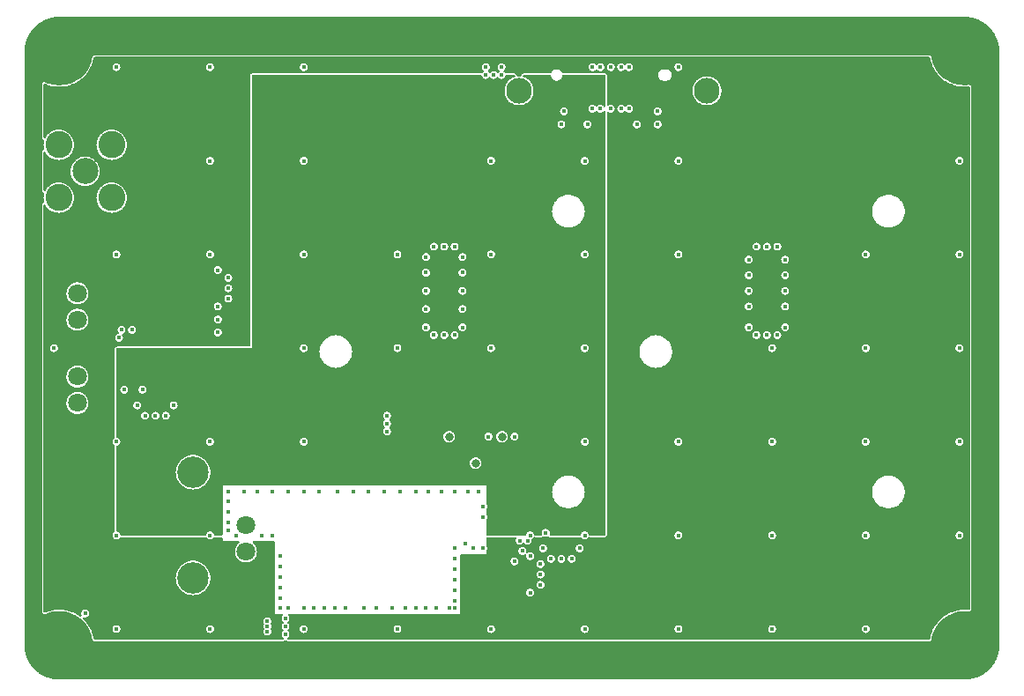
<source format=gbr>
%FSLAX46Y46*%
%MOMM*%
%AMPS14*
1,1,3.013000,0.000000,0.000000*
%
%ADD14PS14*%
%AMPS10*
1,1,2.600000,0.000000,0.000000*
%
%ADD10PS10*%
%AMPS15*
1,1,1.800000,0.000000,0.000000*
%
%ADD15PS15*%
%AMPS13*
1,1,2.470000,0.000000,0.000000*
%
%ADD13PS13*%
%AMPS11*
1,1,2.500000,0.000000,0.000000*
%
%ADD11PS11*%
%AMPS16*
1,1,1.800000,0.000000,0.000000*
%
%ADD16PS16*%
%AMPS17*
1,1,0.800000,0.000000,0.000000*
%
%ADD17PS17*%
%AMPS12*
1,1,6.450000,0.000000,0.000000*
%
%ADD12PS12*%
%AMPS18*
1,1,0.450000,0.000000,0.000000*
%
%ADD18PS18*%
G01*
%LPD*%
G36*
X90498435Y-31840000D02*
X90499664Y-31839992D01*
X90580721Y-31838996D01*
X90583171Y-31838936D01*
X90662645Y-31836010D01*
X90665099Y-31835890D01*
X90744507Y-31831011D01*
X90746954Y-31830830D01*
X90826137Y-31824011D01*
X90828579Y-31823771D01*
X90907615Y-31815006D01*
X90910051Y-31814705D01*
X90988894Y-31803997D01*
X90991322Y-31803637D01*
X91069771Y-31791014D01*
X91072189Y-31790595D01*
X91150386Y-31776036D01*
X91152793Y-31775557D01*
X91230629Y-31759079D01*
X91233023Y-31758541D01*
X91310336Y-31740181D01*
X91312718Y-31739584D01*
X91389633Y-31719311D01*
X91391998Y-31718657D01*
X91468373Y-31696509D01*
X91470722Y-31695797D01*
X91546524Y-31671783D01*
X91548854Y-31671013D01*
X91624018Y-31645155D01*
X91626329Y-31644328D01*
X91700924Y-31616600D01*
X91703213Y-31615717D01*
X91776998Y-31586210D01*
X91779266Y-31585271D01*
X91852389Y-31553926D01*
X91854633Y-31552931D01*
X91926909Y-31519826D01*
X91929128Y-31518776D01*
X92000589Y-31483898D01*
X92002781Y-31482795D01*
X92073378Y-31446167D01*
X92075543Y-31445010D01*
X92145212Y-31406664D01*
X92147347Y-31405454D01*
X92216019Y-31365431D01*
X92218124Y-31364169D01*
X92285844Y-31322441D01*
X92287918Y-31321128D01*
X92354577Y-31277761D01*
X92356617Y-31276398D01*
X92422167Y-31231426D01*
X92424173Y-31230013D01*
X92488648Y-31183411D01*
X92490620Y-31181949D01*
X92553857Y-31133835D01*
X92555792Y-31132325D01*
X92617924Y-31082598D01*
X92619822Y-31081040D01*
X92680661Y-31029848D01*
X92682518Y-31028246D01*
X92742056Y-30975601D01*
X92743876Y-30973952D01*
X92802188Y-30919782D01*
X92803964Y-30918091D01*
X92860849Y-30862586D01*
X92862586Y-30860849D01*
X92918091Y-30803964D01*
X92919782Y-30802188D01*
X92973952Y-30743876D01*
X92975601Y-30742056D01*
X93028246Y-30682518D01*
X93029848Y-30680661D01*
X93081040Y-30619822D01*
X93082598Y-30617924D01*
X93132325Y-30555792D01*
X93133835Y-30553857D01*
X93181949Y-30490620D01*
X93183411Y-30488648D01*
X93230013Y-30424173D01*
X93231426Y-30422167D01*
X93276398Y-30356617D01*
X93277761Y-30354577D01*
X93321128Y-30287918D01*
X93322441Y-30285844D01*
X93364169Y-30218124D01*
X93365431Y-30216019D01*
X93405454Y-30147347D01*
X93406664Y-30145212D01*
X93445010Y-30075543D01*
X93446167Y-30073378D01*
X93482795Y-30002781D01*
X93483898Y-30000589D01*
X93518776Y-29929128D01*
X93519826Y-29926909D01*
X93552931Y-29854633D01*
X93553926Y-29852389D01*
X93585271Y-29779266D01*
X93586210Y-29776998D01*
X93615717Y-29703213D01*
X93616600Y-29700924D01*
X93644328Y-29626329D01*
X93645155Y-29624018D01*
X93671013Y-29548854D01*
X93671783Y-29546524D01*
X93695797Y-29470722D01*
X93696509Y-29468373D01*
X93718657Y-29391998D01*
X93719311Y-29389633D01*
X93739584Y-29312718D01*
X93740181Y-29310336D01*
X93758541Y-29233023D01*
X93759079Y-29230629D01*
X93775557Y-29152793D01*
X93776036Y-29150386D01*
X93790595Y-29072189D01*
X93791014Y-29069771D01*
X93803637Y-28991322D01*
X93803997Y-28988894D01*
X93814705Y-28910051D01*
X93815006Y-28907615D01*
X93823771Y-28828579D01*
X93824011Y-28826137D01*
X93830830Y-28746954D01*
X93831011Y-28744507D01*
X93835890Y-28665099D01*
X93836010Y-28662645D01*
X93838936Y-28583171D01*
X93838996Y-28580721D01*
X93839992Y-28499664D01*
X93840000Y-28498435D01*
X93840000Y28498435D01*
X93839992Y28499664D01*
X93838996Y28580721D01*
X93838936Y28583171D01*
X93836010Y28662645D01*
X93835890Y28665099D01*
X93831011Y28744507D01*
X93830830Y28746954D01*
X93824011Y28826137D01*
X93823771Y28828579D01*
X93815006Y28907615D01*
X93814705Y28910051D01*
X93803997Y28988894D01*
X93803637Y28991322D01*
X93791014Y29069771D01*
X93790595Y29072189D01*
X93776036Y29150386D01*
X93775557Y29152793D01*
X93759079Y29230629D01*
X93758541Y29233023D01*
X93740181Y29310336D01*
X93739584Y29312718D01*
X93719311Y29389633D01*
X93718657Y29391998D01*
X93696509Y29468373D01*
X93695797Y29470722D01*
X93671783Y29546524D01*
X93671013Y29548854D01*
X93645155Y29624018D01*
X93644328Y29626329D01*
X93616600Y29700924D01*
X93615717Y29703213D01*
X93586210Y29776998D01*
X93585271Y29779266D01*
X93553926Y29852389D01*
X93552931Y29854633D01*
X93519826Y29926909D01*
X93518776Y29929128D01*
X93483898Y30000589D01*
X93482795Y30002781D01*
X93446167Y30073378D01*
X93445010Y30075543D01*
X93406664Y30145212D01*
X93405454Y30147347D01*
X93365431Y30216019D01*
X93364169Y30218124D01*
X93322441Y30285844D01*
X93321128Y30287918D01*
X93277761Y30354577D01*
X93276398Y30356617D01*
X93231426Y30422167D01*
X93230013Y30424173D01*
X93183411Y30488648D01*
X93181949Y30490620D01*
X93133835Y30553857D01*
X93132325Y30555792D01*
X93082598Y30617924D01*
X93081040Y30619822D01*
X93029848Y30680661D01*
X93028246Y30682518D01*
X92975601Y30742056D01*
X92973952Y30743876D01*
X92919782Y30802188D01*
X92918091Y30803964D01*
X92862586Y30860849D01*
X92860849Y30862586D01*
X92803964Y30918091D01*
X92802188Y30919782D01*
X92743876Y30973952D01*
X92742056Y30975601D01*
X92682518Y31028246D01*
X92680661Y31029848D01*
X92619822Y31081040D01*
X92617924Y31082598D01*
X92555792Y31132325D01*
X92553857Y31133835D01*
X92490620Y31181949D01*
X92488648Y31183411D01*
X92424173Y31230013D01*
X92422167Y31231426D01*
X92356617Y31276398D01*
X92354577Y31277761D01*
X92287918Y31321128D01*
X92285844Y31322441D01*
X92218124Y31364169D01*
X92216019Y31365431D01*
X92147347Y31405454D01*
X92145212Y31406664D01*
X92075543Y31445010D01*
X92073378Y31446167D01*
X92002781Y31482795D01*
X92000589Y31483898D01*
X91929128Y31518776D01*
X91926909Y31519826D01*
X91854633Y31552931D01*
X91852389Y31553926D01*
X91779266Y31585271D01*
X91776998Y31586210D01*
X91703213Y31615717D01*
X91700924Y31616600D01*
X91626329Y31644328D01*
X91624018Y31645155D01*
X91548854Y31671013D01*
X91546524Y31671783D01*
X91470722Y31695797D01*
X91468373Y31696509D01*
X91391998Y31718657D01*
X91389633Y31719311D01*
X91312718Y31739584D01*
X91310336Y31740181D01*
X91233023Y31758541D01*
X91230629Y31759079D01*
X91152793Y31775557D01*
X91150386Y31776036D01*
X91072189Y31790595D01*
X91069771Y31791014D01*
X90991322Y31803637D01*
X90988894Y31803997D01*
X90910051Y31814705D01*
X90907615Y31815006D01*
X90828579Y31823771D01*
X90826137Y31824011D01*
X90746954Y31830830D01*
X90744507Y31831011D01*
X90665099Y31835890D01*
X90662645Y31836010D01*
X90583171Y31838936D01*
X90580721Y31838996D01*
X90499664Y31839992D01*
X90498435Y31840000D01*
X3501564Y31840000D01*
X3500335Y31839992D01*
X3419277Y31838996D01*
X3416827Y31838936D01*
X3337353Y31836010D01*
X3334899Y31835890D01*
X3255491Y31831011D01*
X3253044Y31830830D01*
X3173861Y31824011D01*
X3171419Y31823771D01*
X3092383Y31815006D01*
X3089947Y31814705D01*
X3011104Y31803997D01*
X3008676Y31803637D01*
X2930227Y31791014D01*
X2927809Y31790595D01*
X2849612Y31776036D01*
X2847205Y31775557D01*
X2769369Y31759079D01*
X2766975Y31758541D01*
X2689662Y31740181D01*
X2687280Y31739584D01*
X2610365Y31719311D01*
X2608000Y31718657D01*
X2531625Y31696509D01*
X2529276Y31695797D01*
X2453462Y31671779D01*
X2451133Y31671009D01*
X2375993Y31645160D01*
X2373681Y31644333D01*
X2299089Y31616606D01*
X2296799Y31615722D01*
X2222968Y31586196D01*
X2220700Y31585257D01*
X2147614Y31553927D01*
X2145372Y31552933D01*
X2073102Y31519832D01*
X2070882Y31518782D01*
X1999392Y31483889D01*
X1997201Y31482787D01*
X1926637Y31446177D01*
X1924472Y31445019D01*
X1854793Y31406668D01*
X1852656Y31405458D01*
X1783966Y31365423D01*
X1781863Y31364162D01*
X1714160Y31322446D01*
X1712084Y31321132D01*
X1645420Y31277761D01*
X1643381Y31276398D01*
X1577831Y31231426D01*
X1575825Y31230013D01*
X1511350Y31183411D01*
X1509378Y31181949D01*
X1446141Y31133835D01*
X1444206Y31132325D01*
X1382074Y31082598D01*
X1380176Y31081040D01*
X1319356Y31029864D01*
X1317498Y31028261D01*
X1257906Y30975567D01*
X1256088Y30973920D01*
X1197829Y30919801D01*
X1196052Y30918108D01*
X1139149Y30862585D01*
X1137412Y30860849D01*
X1081907Y30803964D01*
X1080216Y30802188D01*
X1026046Y30743876D01*
X1024397Y30742056D01*
X971752Y30682518D01*
X970149Y30680660D01*
X918946Y30619807D01*
X917389Y30617910D01*
X867686Y30555808D01*
X866177Y30553874D01*
X818039Y30490606D01*
X816577Y30488634D01*
X769995Y30424188D01*
X768581Y30422181D01*
X723595Y30356610D01*
X722231Y30354569D01*
X678876Y30287927D01*
X677563Y30285854D01*
X635829Y30218124D01*
X634568Y30216019D01*
X594545Y30147347D01*
X593335Y30145212D01*
X554989Y30075543D01*
X553832Y30073378D01*
X517204Y30002781D01*
X516101Y30000589D01*
X481223Y29929128D01*
X480174Y29926910D01*
X447062Y29854620D01*
X446066Y29852374D01*
X414736Y29779284D01*
X413798Y29777019D01*
X384277Y29703203D01*
X383393Y29700911D01*
X355668Y29626322D01*
X354841Y29624011D01*
X328990Y29548865D01*
X328220Y29546536D01*
X304202Y29470722D01*
X303490Y29468373D01*
X281342Y29391998D01*
X280688Y29389633D01*
X260415Y29312718D01*
X259818Y29310336D01*
X241458Y29233023D01*
X240920Y29230629D01*
X224442Y29152793D01*
X223963Y29150386D01*
X209404Y29072189D01*
X208985Y29069771D01*
X196362Y28991322D01*
X196002Y28988894D01*
X185294Y28910051D01*
X184993Y28907615D01*
X176228Y28828579D01*
X175988Y28826137D01*
X169169Y28746954D01*
X168988Y28744507D01*
X164109Y28665099D01*
X163989Y28662645D01*
X161063Y28583171D01*
X161003Y28580720D01*
X160008Y28499668D01*
X160000Y28498440D01*
X160000Y-28498440D01*
X160008Y-28499668D01*
X161003Y-28580720D01*
X161063Y-28583171D01*
X163989Y-28662645D01*
X164109Y-28665099D01*
X168988Y-28744507D01*
X169169Y-28746954D01*
X175988Y-28826137D01*
X176228Y-28828579D01*
X184993Y-28907615D01*
X185294Y-28910051D01*
X196002Y-28988894D01*
X196362Y-28991322D01*
X208985Y-29069771D01*
X209404Y-29072189D01*
X223963Y-29150386D01*
X224442Y-29152793D01*
X240920Y-29230629D01*
X241458Y-29233023D01*
X259818Y-29310336D01*
X260415Y-29312718D01*
X280688Y-29389633D01*
X281342Y-29391998D01*
X303490Y-29468373D01*
X304202Y-29470722D01*
X328220Y-29546536D01*
X328990Y-29548865D01*
X354841Y-29624011D01*
X355668Y-29626322D01*
X383393Y-29700911D01*
X384277Y-29703203D01*
X413798Y-29777019D01*
X414736Y-29779284D01*
X446066Y-29852374D01*
X447062Y-29854620D01*
X480174Y-29926910D01*
X481223Y-29929128D01*
X516101Y-30000589D01*
X517204Y-30002781D01*
X553832Y-30073378D01*
X554989Y-30075543D01*
X593335Y-30145212D01*
X594545Y-30147347D01*
X634568Y-30216019D01*
X635829Y-30218124D01*
X677563Y-30285854D01*
X678876Y-30287927D01*
X722231Y-30354569D01*
X723595Y-30356610D01*
X768581Y-30422181D01*
X769995Y-30424188D01*
X816577Y-30488634D01*
X818039Y-30490606D01*
X866177Y-30553874D01*
X867686Y-30555808D01*
X917389Y-30617910D01*
X918946Y-30619807D01*
X970149Y-30680660D01*
X971752Y-30682518D01*
X1024397Y-30742056D01*
X1026046Y-30743876D01*
X1080216Y-30802188D01*
X1081907Y-30803964D01*
X1137412Y-30860849D01*
X1139149Y-30862585D01*
X1196052Y-30918108D01*
X1197829Y-30919801D01*
X1256088Y-30973920D01*
X1257906Y-30975567D01*
X1317498Y-31028261D01*
X1319356Y-31029864D01*
X1380176Y-31081040D01*
X1382074Y-31082598D01*
X1444206Y-31132325D01*
X1446141Y-31133835D01*
X1509378Y-31181949D01*
X1511350Y-31183411D01*
X1575825Y-31230013D01*
X1577831Y-31231426D01*
X1643381Y-31276398D01*
X1645420Y-31277761D01*
X1712084Y-31321132D01*
X1714160Y-31322446D01*
X1781863Y-31364162D01*
X1783966Y-31365423D01*
X1852656Y-31405458D01*
X1854793Y-31406668D01*
X1924472Y-31445019D01*
X1926637Y-31446177D01*
X1997201Y-31482787D01*
X1999392Y-31483889D01*
X2070882Y-31518782D01*
X2073102Y-31519832D01*
X2145372Y-31552933D01*
X2147614Y-31553927D01*
X2220700Y-31585257D01*
X2222968Y-31586196D01*
X2296799Y-31615722D01*
X2299089Y-31616606D01*
X2373681Y-31644333D01*
X2375993Y-31645160D01*
X2451133Y-31671009D01*
X2453462Y-31671779D01*
X2529276Y-31695797D01*
X2531625Y-31696509D01*
X2608000Y-31718657D01*
X2610365Y-31719311D01*
X2687280Y-31739584D01*
X2689662Y-31740181D01*
X2766975Y-31758541D01*
X2769369Y-31759079D01*
X2847205Y-31775557D01*
X2849612Y-31776036D01*
X2927809Y-31790595D01*
X2930227Y-31791014D01*
X3008676Y-31803637D01*
X3011104Y-31803997D01*
X3089947Y-31814705D01*
X3092383Y-31815006D01*
X3171419Y-31823771D01*
X3173861Y-31824011D01*
X3253044Y-31830830D01*
X3255491Y-31831011D01*
X3334899Y-31835890D01*
X3337353Y-31836010D01*
X3416827Y-31838936D01*
X3419277Y-31838996D01*
X3500335Y-31839992D01*
X3501564Y-31840000D01*
X90498435Y-31840000D01*
D02*
G37*
%LPC*%
G36*
X24980204Y-28155000D02*
X6927925Y-28155000D01*
X6905253Y-28153743D01*
X6893788Y-28152468D01*
X6832599Y-28135776D01*
X6806824Y-28124208D01*
X6785358Y-28112569D01*
X6749002Y-28082118D01*
X6728742Y-28060294D01*
X6713518Y-28041207D01*
X6691921Y-27998996D01*
X6682206Y-27972179D01*
X6672173Y-27932461D01*
X6664313Y-27879470D01*
X6663475Y-27874642D01*
X6661986Y-27867153D01*
X6660909Y-27862356D01*
X6588249Y-27572284D01*
X6586941Y-27567556D01*
X6584735Y-27560283D01*
X6583194Y-27555620D01*
X6482450Y-27274060D01*
X6480687Y-27269487D01*
X6477779Y-27262465D01*
X6475787Y-27257971D01*
X6347917Y-26987615D01*
X6345711Y-26983232D01*
X6342140Y-26976551D01*
X6339720Y-26972280D01*
X6185966Y-26715755D01*
X6183339Y-26711607D01*
X6179128Y-26705305D01*
X6176303Y-26701293D01*
X5998147Y-26461079D01*
X5995131Y-26457214D01*
X5990315Y-26451345D01*
X5987105Y-26447624D01*
X5786274Y-26226041D01*
X5782890Y-26222486D01*
X5777513Y-26217109D01*
X5773958Y-26213725D01*
X5709218Y-26155048D01*
X5691577Y-26136957D01*
X5682826Y-26126799D01*
X5648392Y-26070549D01*
X5637832Y-26044672D01*
X5631766Y-26025894D01*
X5612240Y-25991213D01*
X5580734Y-25966895D01*
X5544175Y-25957676D01*
X5544237Y-25957129D01*
X5516243Y-25953977D01*
X5471118Y-25939399D01*
X5445293Y-25927311D01*
X5410101Y-25906313D01*
X5298707Y-25823697D01*
X5294695Y-25820872D01*
X5288393Y-25816661D01*
X5284245Y-25814034D01*
X5027720Y-25660280D01*
X5023449Y-25657860D01*
X5016768Y-25654289D01*
X5012385Y-25652083D01*
X4742029Y-25524213D01*
X4737535Y-25522221D01*
X4730513Y-25519313D01*
X4725940Y-25517550D01*
X4444380Y-25416806D01*
X4439717Y-25415265D01*
X4432444Y-25413059D01*
X4427716Y-25411751D01*
X4137638Y-25339090D01*
X4132858Y-25338016D01*
X4125381Y-25336528D01*
X4120536Y-25335687D01*
X3824718Y-25291808D01*
X3819861Y-25291209D01*
X3812318Y-25290465D01*
X3807409Y-25290102D01*
X3508692Y-25275427D01*
X3503785Y-25275307D01*
X3496215Y-25275307D01*
X3491308Y-25275427D01*
X3192591Y-25290102D01*
X3187682Y-25290465D01*
X3180139Y-25291209D01*
X3175282Y-25291808D01*
X2879464Y-25335687D01*
X2874619Y-25336528D01*
X2867142Y-25338016D01*
X2862362Y-25339090D01*
X2572284Y-25411751D01*
X2567556Y-25413059D01*
X2560283Y-25415265D01*
X2555620Y-25416806D01*
X2274073Y-25517545D01*
X2269487Y-25519314D01*
X2262451Y-25522229D01*
X2257971Y-25524215D01*
X2213668Y-25545168D01*
X2174137Y-25559121D01*
X2143308Y-25566562D01*
X2118283Y-25570589D01*
X2071019Y-25568550D01*
X2041661Y-25563557D01*
X2017969Y-25557673D01*
X1975143Y-25537312D01*
X1950052Y-25521261D01*
X1930532Y-25506602D01*
X1899040Y-25471151D01*
X1882200Y-25446589D01*
X1869943Y-25425476D01*
X1854772Y-25380550D01*
X1849098Y-25352605D01*
X1845000Y-25311831D01*
X1845000Y13699893D01*
X1854091Y13760219D01*
X1867417Y13803430D01*
X1885711Y13844008D01*
X1913719Y13879122D01*
X1935047Y13899893D01*
X1953769Y13915572D01*
X1995463Y13938179D01*
X2001646Y13940588D01*
X2035112Y13962128D01*
X2057527Y13995016D01*
X2065340Y14034041D01*
X2062343Y14058062D01*
X2035222Y14166337D01*
X2031300Y14186055D01*
X2013296Y14307424D01*
X2011327Y14327405D01*
X2005307Y14449951D01*
X2005307Y14470049D01*
X2011327Y14592595D01*
X2013296Y14612576D01*
X2031300Y14733945D01*
X2035221Y14753658D01*
X2062310Y14861803D01*
X2064105Y14901562D01*
X2050249Y14938872D01*
X2008244Y14976414D01*
X1975140Y14992152D01*
X1950052Y15008202D01*
X1930532Y15022861D01*
X1899040Y15058312D01*
X1882200Y15082874D01*
X1869943Y15103987D01*
X1854772Y15148913D01*
X1849098Y15176858D01*
X1845000Y15217632D01*
X1845000Y18779893D01*
X1854091Y18840219D01*
X1867417Y18883430D01*
X1885711Y18924008D01*
X1913719Y18959122D01*
X1935047Y18979893D01*
X1953769Y18995572D01*
X1995463Y19018179D01*
X2001646Y19020588D01*
X2035112Y19042128D01*
X2057527Y19075016D01*
X2065340Y19114041D01*
X2062343Y19138062D01*
X2035222Y19246337D01*
X2031300Y19266055D01*
X2013296Y19387424D01*
X2011327Y19407405D01*
X2005307Y19529951D01*
X2005307Y19550049D01*
X2011327Y19672595D01*
X2013296Y19692576D01*
X2031300Y19813945D01*
X2035221Y19833658D01*
X2062310Y19941803D01*
X2064105Y19981562D01*
X2050249Y20018872D01*
X2008244Y20056414D01*
X1975140Y20072152D01*
X1950052Y20088202D01*
X1930532Y20102861D01*
X1899040Y20138312D01*
X1882200Y20162874D01*
X1869943Y20183987D01*
X1854772Y20228913D01*
X1849098Y20256858D01*
X1845000Y20297632D01*
X1845000Y25311721D01*
X1849287Y25353409D01*
X1855739Y25384449D01*
X1862806Y25408815D01*
X1884855Y25450663D01*
X1901921Y25475068D01*
X1917371Y25493969D01*
X1954090Y25523981D01*
X1979318Y25539793D01*
X2000917Y25551172D01*
X2046437Y25564486D01*
X2075827Y25569205D01*
X2100158Y25571259D01*
X2147262Y25565765D01*
X2174957Y25558945D01*
X2213557Y25545221D01*
X2257971Y25524215D01*
X2262451Y25522229D01*
X2269487Y25519314D01*
X2274073Y25517545D01*
X2555620Y25416806D01*
X2560283Y25415265D01*
X2567556Y25413059D01*
X2572284Y25411751D01*
X2862362Y25339090D01*
X2867142Y25338016D01*
X2874619Y25336528D01*
X2879464Y25335687D01*
X3175282Y25291808D01*
X3180139Y25291209D01*
X3187682Y25290465D01*
X3192591Y25290102D01*
X3491308Y25275427D01*
X3496215Y25275307D01*
X3503785Y25275307D01*
X3508692Y25275427D01*
X3807409Y25290102D01*
X3812318Y25290465D01*
X3819861Y25291209D01*
X3824718Y25291808D01*
X4120536Y25335687D01*
X4125381Y25336528D01*
X4132858Y25338016D01*
X4137638Y25339090D01*
X4427716Y25411751D01*
X4432444Y25413059D01*
X4439717Y25415265D01*
X4444380Y25416806D01*
X4725940Y25517550D01*
X4730513Y25519313D01*
X4737535Y25522221D01*
X4742029Y25524213D01*
X5012385Y25652083D01*
X5016768Y25654289D01*
X5023449Y25657860D01*
X5027720Y25660280D01*
X5284245Y25814034D01*
X5288393Y25816661D01*
X5294695Y25820872D01*
X5298707Y25823697D01*
X5538921Y26001853D01*
X5542786Y26004869D01*
X5548655Y26009685D01*
X5552376Y26012895D01*
X5773959Y26213726D01*
X5777514Y26217110D01*
X5782890Y26222486D01*
X5786274Y26226041D01*
X5987105Y26447624D01*
X5990315Y26451345D01*
X5995131Y26457214D01*
X5998147Y26461079D01*
X6176303Y26701293D01*
X6179128Y26705305D01*
X6183339Y26711607D01*
X6185966Y26715755D01*
X6339720Y26972280D01*
X6342140Y26976551D01*
X6345711Y26983232D01*
X6347917Y26987615D01*
X6475787Y27257971D01*
X6477779Y27262465D01*
X6480687Y27269487D01*
X6482450Y27274060D01*
X6583194Y27555620D01*
X6584735Y27560283D01*
X6586941Y27567556D01*
X6588249Y27572284D01*
X6660909Y27862356D01*
X6661986Y27867153D01*
X6663475Y27874642D01*
X6664313Y27879470D01*
X6672503Y27934681D01*
X6677067Y27956898D01*
X6680015Y27968067D01*
X6705500Y28026136D01*
X6720733Y28049948D01*
X6735392Y28069468D01*
X6770843Y28100960D01*
X6795405Y28117800D01*
X6816518Y28130057D01*
X6861444Y28145228D01*
X6889389Y28150902D01*
X6930163Y28155000D01*
X87072075Y28155000D01*
X87094747Y28153743D01*
X87106212Y28152468D01*
X87167401Y28135776D01*
X87193176Y28124208D01*
X87214642Y28112569D01*
X87250998Y28082118D01*
X87271258Y28060294D01*
X87286482Y28041207D01*
X87308079Y27998996D01*
X87317794Y27972179D01*
X87327827Y27932461D01*
X87335687Y27879470D01*
X87336525Y27874642D01*
X87338014Y27867153D01*
X87339091Y27862356D01*
X87411751Y27572284D01*
X87413059Y27567556D01*
X87415265Y27560283D01*
X87416806Y27555620D01*
X87517550Y27274060D01*
X87519313Y27269487D01*
X87522221Y27262465D01*
X87524213Y27257971D01*
X87652083Y26987615D01*
X87654289Y26983232D01*
X87657860Y26976551D01*
X87660280Y26972280D01*
X87814034Y26715755D01*
X87816661Y26711607D01*
X87820872Y26705305D01*
X87823697Y26701293D01*
X88001853Y26461079D01*
X88004869Y26457214D01*
X88009685Y26451345D01*
X88012895Y26447624D01*
X88213726Y26226041D01*
X88217110Y26222486D01*
X88222486Y26217110D01*
X88226041Y26213726D01*
X88447624Y26012895D01*
X88451345Y26009685D01*
X88457214Y26004869D01*
X88461079Y26001853D01*
X88701293Y25823697D01*
X88705305Y25820872D01*
X88711607Y25816661D01*
X88715755Y25814034D01*
X88972280Y25660280D01*
X88976551Y25657860D01*
X88983232Y25654289D01*
X88987615Y25652083D01*
X89257971Y25524213D01*
X89262465Y25522221D01*
X89269487Y25519313D01*
X89274060Y25517550D01*
X89555620Y25416806D01*
X89560283Y25415265D01*
X89567556Y25413059D01*
X89572284Y25411751D01*
X89862362Y25339090D01*
X89867142Y25338016D01*
X89874619Y25336528D01*
X89879464Y25335687D01*
X90175282Y25291808D01*
X90180139Y25291209D01*
X90187682Y25290465D01*
X90192591Y25290102D01*
X90491308Y25275427D01*
X90496215Y25275307D01*
X90503785Y25275307D01*
X90508692Y25275427D01*
X90807419Y25290103D01*
X90812318Y25290465D01*
X90819848Y25291207D01*
X90824714Y25291807D01*
X90856199Y25296477D01*
X90908880Y25297438D01*
X90948013Y25293086D01*
X90983350Y25285384D01*
X91024857Y25265650D01*
X91049948Y25249599D01*
X91069468Y25234940D01*
X91100960Y25199489D01*
X91117800Y25174927D01*
X91130057Y25153814D01*
X91145228Y25108888D01*
X91150902Y25080943D01*
X91155000Y25040169D01*
X91155000Y-25038725D01*
X91148221Y-25090977D01*
X91138171Y-25129060D01*
X91125372Y-25162871D01*
X91099755Y-25201045D01*
X91080212Y-25223490D01*
X91062838Y-25240658D01*
X91023146Y-25266610D01*
X90996384Y-25279662D01*
X90973701Y-25288689D01*
X90927033Y-25297105D01*
X90898559Y-25298618D01*
X90857629Y-25296689D01*
X90824714Y-25291807D01*
X90819848Y-25291207D01*
X90812318Y-25290465D01*
X90807419Y-25290103D01*
X90508692Y-25275427D01*
X90503785Y-25275307D01*
X90496215Y-25275307D01*
X90491308Y-25275427D01*
X90192591Y-25290102D01*
X90187682Y-25290465D01*
X90180139Y-25291209D01*
X90175282Y-25291808D01*
X89879464Y-25335687D01*
X89874619Y-25336528D01*
X89867142Y-25338016D01*
X89862362Y-25339090D01*
X89572284Y-25411751D01*
X89567556Y-25413059D01*
X89560283Y-25415265D01*
X89555620Y-25416806D01*
X89274060Y-25517550D01*
X89269487Y-25519313D01*
X89262465Y-25522221D01*
X89257971Y-25524213D01*
X88987615Y-25652083D01*
X88983232Y-25654289D01*
X88976551Y-25657860D01*
X88972280Y-25660280D01*
X88715755Y-25814034D01*
X88711607Y-25816661D01*
X88705305Y-25820872D01*
X88701293Y-25823697D01*
X88461079Y-26001853D01*
X88457214Y-26004869D01*
X88451345Y-26009685D01*
X88447624Y-26012895D01*
X88226041Y-26213726D01*
X88222486Y-26217110D01*
X88217110Y-26222486D01*
X88213726Y-26226041D01*
X88012895Y-26447624D01*
X88009685Y-26451345D01*
X88004869Y-26457214D01*
X88001853Y-26461079D01*
X87823697Y-26701293D01*
X87820872Y-26705305D01*
X87816661Y-26711607D01*
X87814034Y-26715755D01*
X87660280Y-26972280D01*
X87657860Y-26976551D01*
X87654289Y-26983232D01*
X87652083Y-26987615D01*
X87524213Y-27257971D01*
X87522221Y-27262465D01*
X87519313Y-27269487D01*
X87517550Y-27274060D01*
X87416806Y-27555620D01*
X87415265Y-27560283D01*
X87413059Y-27567556D01*
X87411751Y-27572284D01*
X87339091Y-27862356D01*
X87338014Y-27867153D01*
X87336525Y-27874642D01*
X87335687Y-27879470D01*
X87327497Y-27934681D01*
X87322933Y-27956898D01*
X87319985Y-27968067D01*
X87294500Y-28026136D01*
X87279267Y-28049948D01*
X87264608Y-28069468D01*
X87229157Y-28100960D01*
X87204595Y-28117800D01*
X87183482Y-28130057D01*
X87138556Y-28145228D01*
X87110611Y-28150902D01*
X87069837Y-28155000D01*
X25521657Y-28155000D01*
X25466130Y-28147328D01*
X25425950Y-28136008D01*
X25389348Y-28121102D01*
X25352392Y-28094484D01*
X25330591Y-28074194D01*
X25324154Y-28067232D01*
X25291860Y-28043971D01*
X25253051Y-28035148D01*
X25213874Y-28042160D01*
X25184253Y-28064776D01*
X25182491Y-28062792D01*
X25139524Y-28100960D01*
X25114962Y-28117800D01*
X25093849Y-28130057D01*
X25048923Y-28145228D01*
X25020978Y-28150902D01*
X24980204Y-28155000D01*
D02*
G37*
%LPD*%
G36*
X24985219Y-28000000D02*
X25024223Y-27992080D01*
X25057048Y-27969575D01*
X25078496Y-27936048D01*
X25085168Y-27896812D01*
X25076009Y-27858081D01*
X25040776Y-27816853D01*
X25030687Y-27810111D01*
X25016917Y-27799899D01*
X25001346Y-27787121D01*
X24988637Y-27775603D01*
X24974397Y-27761363D01*
X24962879Y-27748654D01*
X24950101Y-27733083D01*
X24939891Y-27719317D01*
X24928709Y-27702583D01*
X24919882Y-27687856D01*
X24910393Y-27670101D01*
X24903063Y-27654602D01*
X24895363Y-27636014D01*
X24889578Y-27619848D01*
X24883735Y-27600583D01*
X24879566Y-27583940D01*
X24875643Y-27564219D01*
X24873123Y-27547228D01*
X24871150Y-27527195D01*
X24870308Y-27510071D01*
X24870308Y-27489929D01*
X24871150Y-27472805D01*
X24873123Y-27452772D01*
X24875643Y-27435781D01*
X24879566Y-27416060D01*
X24883735Y-27399417D01*
X24889578Y-27380152D01*
X24895363Y-27363986D01*
X24903063Y-27345398D01*
X24910393Y-27329899D01*
X24919882Y-27312144D01*
X24928709Y-27297417D01*
X24939891Y-27280683D01*
X24950101Y-27266917D01*
X24962879Y-27251346D01*
X24974397Y-27238637D01*
X24988637Y-27224397D01*
X25001358Y-27212868D01*
X25014233Y-27202302D01*
X25039359Y-27171436D01*
X25050457Y-27133216D01*
X25045768Y-27093693D01*
X25014233Y-27047698D01*
X25001358Y-27037132D01*
X24988637Y-27025603D01*
X24974397Y-27011363D01*
X24962879Y-26998654D01*
X24950101Y-26983083D01*
X24939891Y-26969317D01*
X24928709Y-26952583D01*
X24919882Y-26937856D01*
X24910393Y-26920101D01*
X24903063Y-26904602D01*
X24895363Y-26886014D01*
X24889578Y-26869848D01*
X24883735Y-26850583D01*
X24879566Y-26833940D01*
X24875643Y-26814219D01*
X24873123Y-26797228D01*
X24871150Y-26777195D01*
X24870308Y-26760071D01*
X24870308Y-26739929D01*
X24871150Y-26722805D01*
X24873123Y-26702772D01*
X24875643Y-26685781D01*
X24879566Y-26666060D01*
X24883735Y-26649417D01*
X24889578Y-26630152D01*
X24895363Y-26613986D01*
X24903063Y-26595398D01*
X24910393Y-26579899D01*
X24919882Y-26562144D01*
X24928709Y-26547417D01*
X24939891Y-26530683D01*
X24950101Y-26516917D01*
X24962879Y-26501346D01*
X24974397Y-26488637D01*
X24988637Y-26474397D01*
X25001358Y-26462868D01*
X25014233Y-26452302D01*
X25039359Y-26421436D01*
X25050457Y-26383216D01*
X25045768Y-26343693D01*
X25014233Y-26297698D01*
X25001358Y-26287132D01*
X24988637Y-26275603D01*
X24974397Y-26261363D01*
X24962879Y-26248654D01*
X24950101Y-26233083D01*
X24939891Y-26219317D01*
X24928709Y-26202583D01*
X24919882Y-26187856D01*
X24910393Y-26170101D01*
X24903063Y-26154602D01*
X24895363Y-26136014D01*
X24889578Y-26119848D01*
X24883735Y-26100583D01*
X24879566Y-26083940D01*
X24875643Y-26064219D01*
X24873123Y-26047228D01*
X24871150Y-26027195D01*
X24870308Y-26010071D01*
X24870308Y-25989929D01*
X24871150Y-25972805D01*
X24873123Y-25952772D01*
X24875643Y-25935781D01*
X24879566Y-25916060D01*
X24883735Y-25899417D01*
X24889578Y-25880152D01*
X24895363Y-25863986D01*
X24903063Y-25845398D01*
X24910393Y-25829899D01*
X24919882Y-25812144D01*
X24928709Y-25797417D01*
X24939891Y-25780683D01*
X24950101Y-25766917D01*
X24962879Y-25751346D01*
X24974397Y-25738637D01*
X24988637Y-25724397D01*
X24988968Y-25724097D01*
X24989054Y-25723980D01*
X24990369Y-25722665D01*
X24990169Y-25722465D01*
X25012550Y-25692036D01*
X25021759Y-25653316D01*
X25015137Y-25614071D01*
X24993732Y-25580518D01*
X24960936Y-25557970D01*
X24921814Y-25550000D01*
X24271219Y-25550000D01*
X24217129Y-25525962D01*
X24200000Y-25481431D01*
X24200000Y-18650000D01*
X24192080Y-18610996D01*
X24169575Y-18578171D01*
X24136048Y-18556723D01*
X24100000Y-18550000D01*
X22181683Y-18550000D01*
X22142679Y-18557920D01*
X22109854Y-18580425D01*
X22088406Y-18613952D01*
X22081734Y-18653188D01*
X22090893Y-18691919D01*
X22118248Y-18727304D01*
X22122856Y-18731086D01*
X22184661Y-18787101D01*
X22198899Y-18801339D01*
X22254911Y-18863139D01*
X22267663Y-18878679D01*
X22317352Y-18945676D01*
X22328532Y-18962408D01*
X22371414Y-19033951D01*
X22380904Y-19051705D01*
X22416562Y-19127099D01*
X22424259Y-19145681D01*
X22452356Y-19224206D01*
X22458197Y-19243463D01*
X22478465Y-19324378D01*
X22482386Y-19344091D01*
X22494630Y-19426631D01*
X22496599Y-19446613D01*
X22500693Y-19529951D01*
X22500693Y-19550049D01*
X22496599Y-19633387D01*
X22494630Y-19653369D01*
X22482386Y-19735909D01*
X22478465Y-19755622D01*
X22458197Y-19836537D01*
X22452356Y-19855794D01*
X22424259Y-19934319D01*
X22416562Y-19952901D01*
X22380904Y-20028295D01*
X22371414Y-20046049D01*
X22328532Y-20117592D01*
X22317352Y-20134324D01*
X22267663Y-20201321D01*
X22254911Y-20216861D01*
X22198899Y-20278661D01*
X22184661Y-20292899D01*
X22122861Y-20348911D01*
X22107321Y-20361663D01*
X22040324Y-20411352D01*
X22023592Y-20422532D01*
X21952049Y-20465414D01*
X21934295Y-20474904D01*
X21858901Y-20510562D01*
X21840319Y-20518259D01*
X21761794Y-20546356D01*
X21742537Y-20552197D01*
X21661622Y-20572465D01*
X21641909Y-20576386D01*
X21559369Y-20588630D01*
X21539387Y-20590599D01*
X21456049Y-20594693D01*
X21435951Y-20594693D01*
X21352613Y-20590599D01*
X21332631Y-20588630D01*
X21250091Y-20576386D01*
X21230378Y-20572465D01*
X21149463Y-20552197D01*
X21130206Y-20546356D01*
X21051681Y-20518259D01*
X21033099Y-20510562D01*
X20957705Y-20474904D01*
X20939951Y-20465414D01*
X20868408Y-20422532D01*
X20851676Y-20411352D01*
X20784679Y-20361663D01*
X20769139Y-20348911D01*
X20707339Y-20292899D01*
X20693101Y-20278661D01*
X20637089Y-20216861D01*
X20624337Y-20201321D01*
X20574648Y-20134324D01*
X20563468Y-20117592D01*
X20520586Y-20046049D01*
X20511096Y-20028295D01*
X20475438Y-19952901D01*
X20467741Y-19934319D01*
X20439644Y-19855794D01*
X20433803Y-19836537D01*
X20413535Y-19755622D01*
X20409614Y-19735909D01*
X20397370Y-19653369D01*
X20395401Y-19633387D01*
X20391307Y-19550049D01*
X20391307Y-19529951D01*
X20395401Y-19446613D01*
X20397370Y-19426631D01*
X20409614Y-19344091D01*
X20413535Y-19324378D01*
X20433803Y-19243463D01*
X20439644Y-19224206D01*
X20467741Y-19145681D01*
X20475438Y-19127099D01*
X20511096Y-19051705D01*
X20520586Y-19033951D01*
X20563468Y-18962408D01*
X20574648Y-18945676D01*
X20624337Y-18878679D01*
X20637089Y-18863139D01*
X20693101Y-18801339D01*
X20707339Y-18787101D01*
X20769144Y-18731086D01*
X20773752Y-18727304D01*
X20798880Y-18696440D01*
X20809979Y-18658219D01*
X20805291Y-18618697D01*
X20785560Y-18584133D01*
X20753910Y-18560002D01*
X20710317Y-18550000D01*
X19271219Y-18550000D01*
X19217129Y-18525962D01*
X19200000Y-18481431D01*
X19200000Y-18255000D01*
X19192080Y-18215996D01*
X19169575Y-18183171D01*
X19136048Y-18161723D01*
X19100000Y-18155000D01*
X18476373Y-18155000D01*
X18425734Y-18147694D01*
X18385999Y-18149963D01*
X18350296Y-18167551D01*
X18325683Y-18195256D01*
X18321295Y-18202576D01*
X18310109Y-18219317D01*
X18299899Y-18233083D01*
X18287121Y-18248654D01*
X18275603Y-18261363D01*
X18261363Y-18275603D01*
X18248654Y-18287121D01*
X18233083Y-18299899D01*
X18219317Y-18310109D01*
X18202583Y-18321291D01*
X18187856Y-18330118D01*
X18170101Y-18339607D01*
X18154602Y-18346937D01*
X18136014Y-18354637D01*
X18119848Y-18360422D01*
X18100583Y-18366265D01*
X18083940Y-18370434D01*
X18064219Y-18374357D01*
X18047228Y-18376877D01*
X18027195Y-18378850D01*
X18010071Y-18379692D01*
X17989929Y-18379692D01*
X17972805Y-18378850D01*
X17952772Y-18376877D01*
X17935781Y-18374357D01*
X17916060Y-18370434D01*
X17899417Y-18366265D01*
X17880152Y-18360422D01*
X17863986Y-18354637D01*
X17845398Y-18346937D01*
X17829899Y-18339607D01*
X17812144Y-18330118D01*
X17797417Y-18321291D01*
X17780683Y-18310109D01*
X17766917Y-18299899D01*
X17751346Y-18287121D01*
X17738637Y-18275603D01*
X17724397Y-18261363D01*
X17712879Y-18248654D01*
X17700101Y-18233083D01*
X17689891Y-18219317D01*
X17678709Y-18202583D01*
X17675285Y-18196870D01*
X17648439Y-18167487D01*
X17612259Y-18150903D01*
X17569611Y-18150283D01*
X17566565Y-18150902D01*
X17525787Y-18155000D01*
X9476373Y-18155000D01*
X9425734Y-18147694D01*
X9385999Y-18149963D01*
X9350296Y-18167551D01*
X9325683Y-18195256D01*
X9321295Y-18202576D01*
X9310109Y-18219317D01*
X9299899Y-18233083D01*
X9287121Y-18248654D01*
X9275603Y-18261363D01*
X9261363Y-18275603D01*
X9248654Y-18287121D01*
X9233083Y-18299899D01*
X9219317Y-18310109D01*
X9202583Y-18321291D01*
X9187856Y-18330118D01*
X9170101Y-18339607D01*
X9154602Y-18346937D01*
X9136014Y-18354637D01*
X9119848Y-18360422D01*
X9100583Y-18366265D01*
X9083940Y-18370434D01*
X9064219Y-18374357D01*
X9047228Y-18376877D01*
X9027195Y-18378850D01*
X9010071Y-18379692D01*
X8989929Y-18379692D01*
X8972805Y-18378850D01*
X8952772Y-18376877D01*
X8935781Y-18374357D01*
X8916060Y-18370434D01*
X8899417Y-18366265D01*
X8880152Y-18360422D01*
X8863986Y-18354637D01*
X8845398Y-18346937D01*
X8829899Y-18339607D01*
X8812144Y-18330118D01*
X8797417Y-18321291D01*
X8780683Y-18310109D01*
X8766917Y-18299899D01*
X8751346Y-18287121D01*
X8738637Y-18275603D01*
X8724397Y-18261363D01*
X8712879Y-18248654D01*
X8700101Y-18233083D01*
X8689891Y-18219317D01*
X8678709Y-18202583D01*
X8669882Y-18187856D01*
X8660393Y-18170101D01*
X8653063Y-18154602D01*
X8645363Y-18136014D01*
X8639578Y-18119848D01*
X8633735Y-18100583D01*
X8629566Y-18083940D01*
X8625643Y-18064219D01*
X8623123Y-18047228D01*
X8621150Y-18027195D01*
X8620308Y-18010071D01*
X8620308Y-17989929D01*
X8621150Y-17972805D01*
X8623123Y-17952772D01*
X8625643Y-17935781D01*
X8629566Y-17916060D01*
X8633735Y-17899417D01*
X8639578Y-17880152D01*
X8645363Y-17863986D01*
X8653063Y-17845398D01*
X8660393Y-17829899D01*
X8669882Y-17812144D01*
X8678709Y-17797417D01*
X8689891Y-17780683D01*
X8700101Y-17766917D01*
X8712879Y-17751346D01*
X8724397Y-17738637D01*
X8738637Y-17724397D01*
X8751346Y-17712879D01*
X8766917Y-17700101D01*
X8780683Y-17689891D01*
X8797417Y-17678709D01*
X8803130Y-17675285D01*
X8832513Y-17648439D01*
X8849097Y-17612259D01*
X8849717Y-17569611D01*
X8849098Y-17566565D01*
X8845000Y-17525787D01*
X8845000Y-9476373D01*
X8852306Y-9425734D01*
X8850037Y-9385999D01*
X8832449Y-9350296D01*
X8804744Y-9325683D01*
X8797424Y-9321295D01*
X8780683Y-9310109D01*
X8766917Y-9299899D01*
X8751346Y-9287121D01*
X8738637Y-9275603D01*
X8724397Y-9261363D01*
X8712879Y-9248654D01*
X8700101Y-9233083D01*
X8689891Y-9219317D01*
X8678709Y-9202583D01*
X8669882Y-9187856D01*
X8660393Y-9170101D01*
X8653063Y-9154602D01*
X8645363Y-9136014D01*
X8639578Y-9119848D01*
X8633735Y-9100583D01*
X8629566Y-9083940D01*
X8625643Y-9064219D01*
X8623123Y-9047228D01*
X8621150Y-9027195D01*
X8620308Y-9010071D01*
X8620308Y-8989929D01*
X8621150Y-8972805D01*
X8623123Y-8952772D01*
X8625643Y-8935781D01*
X8629566Y-8916060D01*
X8633735Y-8899417D01*
X8639578Y-8880152D01*
X8645363Y-8863986D01*
X8653063Y-8845398D01*
X8660393Y-8829899D01*
X8669882Y-8812144D01*
X8678709Y-8797417D01*
X8689891Y-8780683D01*
X8700101Y-8766917D01*
X8712879Y-8751346D01*
X8724397Y-8738637D01*
X8738637Y-8724397D01*
X8751346Y-8712879D01*
X8766917Y-8700101D01*
X8780683Y-8689891D01*
X8797417Y-8678709D01*
X8803130Y-8675285D01*
X8832513Y-8648439D01*
X8849097Y-8612259D01*
X8849717Y-8569611D01*
X8849098Y-8566565D01*
X8845000Y-8525787D01*
X8845000Y-104608D01*
X8848472Y-67052D01*
X8853734Y-38838D01*
X8859002Y-18330D01*
X8879534Y24857D01*
X8895585Y49948D01*
X8910244Y69468D01*
X8945695Y100960D01*
X8970257Y117800D01*
X8991370Y130057D01*
X9036296Y145228D01*
X9064241Y150902D01*
X9105015Y155000D01*
X21745000Y155000D01*
X21784004Y162920D01*
X21816829Y185425D01*
X21838277Y218952D01*
X21845000Y255000D01*
X21845000Y26145392D01*
X21848472Y26182948D01*
X21853734Y26211162D01*
X21859002Y26231670D01*
X21879534Y26274857D01*
X21895585Y26299948D01*
X21910244Y26319468D01*
X21945695Y26350960D01*
X21970257Y26367800D01*
X21991370Y26380057D01*
X22036296Y26395228D01*
X22064241Y26400902D01*
X22105015Y26405000D01*
X44023627Y26405000D01*
X44074266Y26397694D01*
X44114001Y26399963D01*
X44149704Y26417551D01*
X44174317Y26445256D01*
X44178705Y26452576D01*
X44189891Y26469317D01*
X44200101Y26483083D01*
X44212879Y26498654D01*
X44224397Y26511363D01*
X44238637Y26525603D01*
X44251358Y26537132D01*
X44264233Y26547698D01*
X44289359Y26578564D01*
X44300457Y26616784D01*
X44295768Y26656307D01*
X44264233Y26702302D01*
X44251358Y26712868D01*
X44238637Y26724397D01*
X44224397Y26738637D01*
X44212879Y26751346D01*
X44200101Y26766917D01*
X44189891Y26780683D01*
X44178709Y26797417D01*
X44169882Y26812144D01*
X44160393Y26829899D01*
X44153063Y26845398D01*
X44145363Y26863986D01*
X44139578Y26880152D01*
X44133735Y26899417D01*
X44129566Y26916060D01*
X44125643Y26935781D01*
X44123123Y26952772D01*
X44121150Y26972805D01*
X44120308Y26989929D01*
X44120308Y27010071D01*
X44121150Y27027195D01*
X44123123Y27047228D01*
X44125643Y27064219D01*
X44129566Y27083940D01*
X44133735Y27100583D01*
X44139578Y27119848D01*
X44145363Y27136014D01*
X44153063Y27154602D01*
X44160393Y27170101D01*
X44169882Y27187856D01*
X44178709Y27202583D01*
X44189891Y27219317D01*
X44200101Y27233083D01*
X44212879Y27248654D01*
X44224397Y27261363D01*
X44238637Y27275603D01*
X44251346Y27287121D01*
X44266917Y27299899D01*
X44280683Y27310109D01*
X44297417Y27321291D01*
X44312144Y27330118D01*
X44329899Y27339607D01*
X44345398Y27346937D01*
X44363986Y27354637D01*
X44380152Y27360422D01*
X44399417Y27366265D01*
X44416060Y27370434D01*
X44435781Y27374357D01*
X44452772Y27376877D01*
X44472805Y27378850D01*
X44489929Y27379692D01*
X44510071Y27379692D01*
X44527195Y27378850D01*
X44547228Y27376877D01*
X44564219Y27374357D01*
X44583940Y27370434D01*
X44600583Y27366265D01*
X44619848Y27360422D01*
X44636014Y27354637D01*
X44654602Y27346937D01*
X44670101Y27339607D01*
X44687856Y27330118D01*
X44702583Y27321291D01*
X44719317Y27310109D01*
X44733083Y27299899D01*
X44748654Y27287121D01*
X44761363Y27275603D01*
X44775603Y27261363D01*
X44787121Y27248654D01*
X44799899Y27233083D01*
X44810109Y27219317D01*
X44821291Y27202583D01*
X44830118Y27187856D01*
X44839607Y27170101D01*
X44846937Y27154602D01*
X44854637Y27136014D01*
X44860422Y27119848D01*
X44866265Y27100583D01*
X44870434Y27083940D01*
X44874357Y27064219D01*
X44876877Y27047228D01*
X44878850Y27027195D01*
X44879692Y27010071D01*
X44879692Y26989929D01*
X44878850Y26972805D01*
X44876877Y26952772D01*
X44874357Y26935781D01*
X44870434Y26916060D01*
X44866265Y26899417D01*
X44860422Y26880152D01*
X44854637Y26863986D01*
X44846937Y26845398D01*
X44839607Y26829899D01*
X44830118Y26812144D01*
X44821291Y26797417D01*
X44810109Y26780683D01*
X44799899Y26766917D01*
X44787121Y26751346D01*
X44775603Y26738637D01*
X44761363Y26724397D01*
X44748642Y26712868D01*
X44735767Y26702302D01*
X44710641Y26671436D01*
X44699543Y26633216D01*
X44704232Y26593693D01*
X44735767Y26547698D01*
X44748642Y26537132D01*
X44761363Y26525603D01*
X44775603Y26511363D01*
X44787132Y26498642D01*
X44797698Y26485767D01*
X44828564Y26460641D01*
X44866784Y26449543D01*
X44906307Y26454232D01*
X44952302Y26485767D01*
X44962868Y26498642D01*
X44974397Y26511363D01*
X44988637Y26525603D01*
X45001346Y26537121D01*
X45016917Y26549899D01*
X45030683Y26560109D01*
X45047417Y26571291D01*
X45062144Y26580118D01*
X45079899Y26589607D01*
X45095398Y26596937D01*
X45113986Y26604637D01*
X45130152Y26610422D01*
X45149417Y26616265D01*
X45166060Y26620434D01*
X45185781Y26624357D01*
X45202772Y26626877D01*
X45222805Y26628850D01*
X45239929Y26629692D01*
X45260071Y26629692D01*
X45277195Y26628850D01*
X45297228Y26626877D01*
X45314219Y26624357D01*
X45333940Y26620434D01*
X45350583Y26616265D01*
X45369848Y26610422D01*
X45386014Y26604637D01*
X45404602Y26596937D01*
X45420101Y26589607D01*
X45437856Y26580118D01*
X45452583Y26571291D01*
X45469317Y26560109D01*
X45483083Y26549899D01*
X45498654Y26537121D01*
X45511363Y26525603D01*
X45525603Y26511363D01*
X45537132Y26498642D01*
X45547698Y26485767D01*
X45578564Y26460641D01*
X45616784Y26449543D01*
X45656307Y26454232D01*
X45702302Y26485767D01*
X45712868Y26498642D01*
X45724397Y26511363D01*
X45738637Y26525603D01*
X45751358Y26537132D01*
X45764233Y26547698D01*
X45789359Y26578564D01*
X45800457Y26616784D01*
X45795768Y26656307D01*
X45764233Y26702302D01*
X45751358Y26712868D01*
X45738637Y26724397D01*
X45724397Y26738637D01*
X45712879Y26751346D01*
X45700101Y26766917D01*
X45689891Y26780683D01*
X45678709Y26797417D01*
X45669882Y26812144D01*
X45660393Y26829899D01*
X45653063Y26845398D01*
X45645363Y26863986D01*
X45639578Y26880152D01*
X45633735Y26899417D01*
X45629566Y26916060D01*
X45625643Y26935781D01*
X45623123Y26952772D01*
X45621150Y26972805D01*
X45620308Y26989929D01*
X45620308Y27010071D01*
X45621150Y27027195D01*
X45623123Y27047228D01*
X45625643Y27064219D01*
X45629566Y27083940D01*
X45633735Y27100583D01*
X45639578Y27119848D01*
X45645363Y27136014D01*
X45653063Y27154602D01*
X45660393Y27170101D01*
X45669882Y27187856D01*
X45678709Y27202583D01*
X45689891Y27219317D01*
X45700101Y27233083D01*
X45712879Y27248654D01*
X45724397Y27261363D01*
X45738637Y27275603D01*
X45751346Y27287121D01*
X45766917Y27299899D01*
X45780683Y27310109D01*
X45797417Y27321291D01*
X45812144Y27330118D01*
X45829899Y27339607D01*
X45845398Y27346937D01*
X45863986Y27354637D01*
X45880152Y27360422D01*
X45899417Y27366265D01*
X45916060Y27370434D01*
X45935781Y27374357D01*
X45952772Y27376877D01*
X45972805Y27378850D01*
X45989929Y27379692D01*
X46010071Y27379692D01*
X46027195Y27378850D01*
X46047228Y27376877D01*
X46064219Y27374357D01*
X46083940Y27370434D01*
X46100583Y27366265D01*
X46119848Y27360422D01*
X46136014Y27354637D01*
X46154602Y27346937D01*
X46170101Y27339607D01*
X46187856Y27330118D01*
X46202583Y27321291D01*
X46219317Y27310109D01*
X46233083Y27299899D01*
X46248654Y27287121D01*
X46261363Y27275603D01*
X46275603Y27261363D01*
X46287121Y27248654D01*
X46299899Y27233083D01*
X46310109Y27219317D01*
X46321291Y27202583D01*
X46330118Y27187856D01*
X46339607Y27170101D01*
X46346937Y27154602D01*
X46354637Y27136014D01*
X46360422Y27119848D01*
X46366265Y27100583D01*
X46370434Y27083940D01*
X46374357Y27064219D01*
X46376877Y27047228D01*
X46378850Y27027195D01*
X46379692Y27010071D01*
X46379692Y26989929D01*
X46378850Y26972805D01*
X46376877Y26952772D01*
X46374357Y26935781D01*
X46370434Y26916060D01*
X46366265Y26899417D01*
X46360422Y26880152D01*
X46354637Y26863986D01*
X46346937Y26845398D01*
X46339607Y26829899D01*
X46330118Y26812144D01*
X46321291Y26797417D01*
X46310109Y26780683D01*
X46299899Y26766917D01*
X46287121Y26751346D01*
X46275603Y26738637D01*
X46261363Y26724397D01*
X46248642Y26712868D01*
X46235767Y26702302D01*
X46210641Y26671436D01*
X46199543Y26633216D01*
X46204232Y26593693D01*
X46235767Y26547698D01*
X46248642Y26537132D01*
X46261363Y26525603D01*
X46275603Y26511363D01*
X46287121Y26498654D01*
X46299899Y26483083D01*
X46310109Y26469317D01*
X46321291Y26452583D01*
X46324715Y26446870D01*
X46351561Y26417487D01*
X46387741Y26400903D01*
X46430389Y26400283D01*
X46433435Y26400902D01*
X46474213Y26405000D01*
X47202367Y26405000D01*
X47242460Y26401038D01*
X47272412Y26395060D01*
X47295286Y26388722D01*
X47337667Y26367249D01*
X47362330Y26350582D01*
X47381481Y26335431D01*
X47412073Y26299196D01*
X47428291Y26274216D01*
X47440011Y26252803D01*
X47454047Y26207504D01*
X47454245Y26206387D01*
X47454940Y26204625D01*
X47455905Y26201509D01*
X47456139Y26201582D01*
X47468839Y26169360D01*
X47496719Y26140958D01*
X47533469Y26125679D01*
X47557623Y26123929D01*
X47674951Y26129693D01*
X47695048Y26129693D01*
X47812285Y26123933D01*
X47851630Y26129930D01*
X47885520Y26150797D01*
X47908587Y26183231D01*
X47915066Y26204698D01*
X47915090Y26204692D01*
X47915212Y26205185D01*
X47915778Y26207059D01*
X47915995Y26208335D01*
X47921880Y26232031D01*
X47942241Y26274857D01*
X47958292Y26299948D01*
X47972951Y26319468D01*
X48008402Y26350960D01*
X48032964Y26367800D01*
X48054077Y26380057D01*
X48099003Y26395228D01*
X48126948Y26400902D01*
X48167722Y26405000D01*
X50650377Y26405000D01*
X50673048Y26403743D01*
X50684627Y26402455D01*
X50724267Y26406015D01*
X50759379Y26424754D01*
X50788069Y26463570D01*
X50791385Y26471574D01*
X50806057Y26502597D01*
X50815551Y26520358D01*
X50833199Y26549802D01*
X50844385Y26566541D01*
X50864832Y26594112D01*
X50877602Y26609673D01*
X50900654Y26635107D01*
X50914890Y26649343D01*
X50940327Y26672398D01*
X50955888Y26685168D01*
X50983459Y26705615D01*
X51000198Y26716801D01*
X51029642Y26734449D01*
X51047403Y26743943D01*
X51078436Y26758620D01*
X51097017Y26766317D01*
X51129352Y26777887D01*
X51148606Y26783727D01*
X51181917Y26792071D01*
X51201657Y26795998D01*
X51235635Y26801037D01*
X51255638Y26803008D01*
X51289929Y26804693D01*
X51310071Y26804693D01*
X51344362Y26803008D01*
X51364365Y26801037D01*
X51398343Y26795998D01*
X51418083Y26792071D01*
X51451394Y26783727D01*
X51470648Y26777887D01*
X51502983Y26766317D01*
X51521564Y26758620D01*
X51552597Y26743943D01*
X51570358Y26734449D01*
X51599802Y26716801D01*
X51616541Y26705615D01*
X51644112Y26685168D01*
X51659673Y26672398D01*
X51685110Y26649343D01*
X51699346Y26635107D01*
X51722398Y26609673D01*
X51735168Y26594112D01*
X51755615Y26566541D01*
X51766801Y26549802D01*
X51784449Y26520358D01*
X51793943Y26502597D01*
X51808619Y26471567D01*
X51812375Y26462499D01*
X51834619Y26429496D01*
X51867974Y26407783D01*
X51914763Y26401271D01*
X51951863Y26405000D01*
X55895392Y26405000D01*
X55932948Y26401528D01*
X55961162Y26396266D01*
X55981670Y26390998D01*
X56024857Y26370466D01*
X56049948Y26354415D01*
X56069468Y26339756D01*
X56100960Y26304305D01*
X56117800Y26279743D01*
X56130057Y26258630D01*
X56145228Y26213704D01*
X56150902Y26185759D01*
X56155000Y26144985D01*
X56155000Y23412454D01*
X56162920Y23373450D01*
X56185425Y23340625D01*
X56218952Y23319177D01*
X56258188Y23312505D01*
X56306413Y23326683D01*
X56312138Y23330115D01*
X56329899Y23339607D01*
X56345398Y23346937D01*
X56363986Y23354637D01*
X56380152Y23360422D01*
X56399417Y23366265D01*
X56416060Y23370434D01*
X56435781Y23374357D01*
X56452772Y23376877D01*
X56472805Y23378850D01*
X56489929Y23379692D01*
X56510071Y23379692D01*
X56527195Y23378850D01*
X56547228Y23376877D01*
X56564219Y23374357D01*
X56583940Y23370434D01*
X56600583Y23366265D01*
X56619848Y23360422D01*
X56636014Y23354637D01*
X56654602Y23346937D01*
X56670101Y23339607D01*
X56687856Y23330118D01*
X56702583Y23321291D01*
X56719317Y23310109D01*
X56733083Y23299899D01*
X56748654Y23287121D01*
X56761363Y23275603D01*
X56775603Y23261363D01*
X56787121Y23248654D01*
X56799899Y23233083D01*
X56810109Y23219317D01*
X56821291Y23202583D01*
X56830118Y23187856D01*
X56839607Y23170101D01*
X56846937Y23154602D01*
X56854637Y23136014D01*
X56860422Y23119848D01*
X56866265Y23100583D01*
X56870434Y23083940D01*
X56874357Y23064219D01*
X56876877Y23047228D01*
X56878850Y23027195D01*
X56879692Y23010071D01*
X56879692Y22989929D01*
X56878850Y22972805D01*
X56876877Y22952772D01*
X56874357Y22935781D01*
X56870434Y22916060D01*
X56866265Y22899417D01*
X56860422Y22880152D01*
X56854637Y22863986D01*
X56846937Y22845398D01*
X56839607Y22829899D01*
X56830118Y22812144D01*
X56821291Y22797417D01*
X56810109Y22780683D01*
X56799899Y22766917D01*
X56787121Y22751346D01*
X56775603Y22738637D01*
X56761363Y22724397D01*
X56748654Y22712879D01*
X56733083Y22700101D01*
X56719317Y22689891D01*
X56702583Y22678709D01*
X56687856Y22669882D01*
X56670101Y22660393D01*
X56654602Y22653063D01*
X56636014Y22645363D01*
X56619848Y22639578D01*
X56600583Y22633735D01*
X56583940Y22629566D01*
X56564219Y22625643D01*
X56547228Y22623123D01*
X56527195Y22621150D01*
X56510071Y22620308D01*
X56489929Y22620308D01*
X56472805Y22621150D01*
X56452772Y22623123D01*
X56435781Y22625643D01*
X56416060Y22629566D01*
X56399417Y22633735D01*
X56380152Y22639578D01*
X56363986Y22645363D01*
X56345398Y22653063D01*
X56329899Y22660393D01*
X56312138Y22669885D01*
X56306413Y22673317D01*
X56268887Y22686577D01*
X56229161Y22684150D01*
X56193529Y22666421D01*
X56167633Y22636198D01*
X56155000Y22587546D01*
X56155000Y-17895392D01*
X56151528Y-17932948D01*
X56146266Y-17961162D01*
X56140998Y-17981670D01*
X56120466Y-18024857D01*
X56104415Y-18049948D01*
X56089756Y-18069468D01*
X56054305Y-18100960D01*
X56029743Y-18117800D01*
X56008630Y-18130057D01*
X55963704Y-18145228D01*
X55935759Y-18150902D01*
X55894985Y-18155000D01*
X54476373Y-18155000D01*
X54425734Y-18147694D01*
X54385999Y-18149963D01*
X54350296Y-18167551D01*
X54325683Y-18195256D01*
X54321295Y-18202576D01*
X54310109Y-18219317D01*
X54299899Y-18233083D01*
X54287121Y-18248654D01*
X54275603Y-18261363D01*
X54261363Y-18275603D01*
X54248654Y-18287121D01*
X54233083Y-18299899D01*
X54219317Y-18310109D01*
X54202583Y-18321291D01*
X54187856Y-18330118D01*
X54170101Y-18339607D01*
X54154602Y-18346937D01*
X54136014Y-18354637D01*
X54119848Y-18360422D01*
X54100583Y-18366265D01*
X54083940Y-18370434D01*
X54064219Y-18374357D01*
X54047228Y-18376877D01*
X54027195Y-18378850D01*
X54010071Y-18379692D01*
X53989929Y-18379692D01*
X53972805Y-18378850D01*
X53952772Y-18376877D01*
X53935781Y-18374357D01*
X53916060Y-18370434D01*
X53899417Y-18366265D01*
X53880152Y-18360422D01*
X53863986Y-18354637D01*
X53845398Y-18346937D01*
X53829899Y-18339607D01*
X53812144Y-18330118D01*
X53797417Y-18321291D01*
X53780683Y-18310109D01*
X53766917Y-18299899D01*
X53751346Y-18287121D01*
X53738637Y-18275603D01*
X53724397Y-18261363D01*
X53712879Y-18248654D01*
X53700101Y-18233083D01*
X53689891Y-18219317D01*
X53678709Y-18202583D01*
X53675285Y-18196870D01*
X53648439Y-18167487D01*
X53612259Y-18150903D01*
X53569611Y-18150283D01*
X53566565Y-18150902D01*
X53525787Y-18155000D01*
X50709053Y-18155000D01*
X50682232Y-18153236D01*
X50667755Y-18151324D01*
X50603157Y-18131544D01*
X50578339Y-18119157D01*
X50557375Y-18106649D01*
X50546981Y-18097190D01*
X50512803Y-18076798D01*
X50473378Y-18071351D01*
X50432539Y-18082959D01*
X50420092Y-18089612D01*
X50404602Y-18096937D01*
X50386014Y-18104637D01*
X50369848Y-18110422D01*
X50350583Y-18116265D01*
X50333940Y-18120434D01*
X50314219Y-18124357D01*
X50297228Y-18126877D01*
X50277195Y-18128850D01*
X50260071Y-18129692D01*
X50239929Y-18129692D01*
X50222805Y-18128850D01*
X50202772Y-18126877D01*
X50185781Y-18124357D01*
X50166060Y-18120434D01*
X50149417Y-18116265D01*
X50130152Y-18110422D01*
X50113986Y-18104637D01*
X50095398Y-18096937D01*
X50079896Y-18089606D01*
X50067311Y-18082880D01*
X50029179Y-18071480D01*
X49989621Y-18075856D01*
X49953764Y-18096311D01*
X49948530Y-18100960D01*
X49923968Y-18117800D01*
X49902855Y-18130057D01*
X49857929Y-18145228D01*
X49829984Y-18150902D01*
X49789210Y-18155000D01*
X49226373Y-18155000D01*
X49175734Y-18147694D01*
X49135999Y-18149963D01*
X49100296Y-18167551D01*
X49075683Y-18195256D01*
X49071295Y-18202576D01*
X49060109Y-18219317D01*
X49049899Y-18233083D01*
X49037121Y-18248654D01*
X49025603Y-18261363D01*
X49011363Y-18275603D01*
X48998654Y-18287121D01*
X48983083Y-18299899D01*
X48969317Y-18310109D01*
X48952583Y-18321291D01*
X48937857Y-18330117D01*
X48926613Y-18336127D01*
X48895948Y-18361497D01*
X48877607Y-18396818D01*
X48874834Y-18438996D01*
X48876876Y-18452762D01*
X48878850Y-18472805D01*
X48879692Y-18489929D01*
X48879692Y-18510071D01*
X48878850Y-18527195D01*
X48876877Y-18547228D01*
X48874357Y-18564219D01*
X48870434Y-18583940D01*
X48866265Y-18600583D01*
X48860422Y-18619848D01*
X48854637Y-18636014D01*
X48846937Y-18654602D01*
X48839607Y-18670101D01*
X48830118Y-18687856D01*
X48821291Y-18702583D01*
X48810109Y-18719317D01*
X48799899Y-18733083D01*
X48787121Y-18748654D01*
X48775603Y-18761363D01*
X48761363Y-18775603D01*
X48748654Y-18787121D01*
X48733083Y-18799899D01*
X48719317Y-18810109D01*
X48702583Y-18821291D01*
X48687856Y-18830118D01*
X48670101Y-18839607D01*
X48654602Y-18846937D01*
X48636014Y-18854637D01*
X48619848Y-18860422D01*
X48600583Y-18866265D01*
X48583940Y-18870434D01*
X48564219Y-18874357D01*
X48547228Y-18876877D01*
X48527195Y-18878850D01*
X48510071Y-18879692D01*
X48489929Y-18879692D01*
X48472805Y-18878850D01*
X48452772Y-18876877D01*
X48435781Y-18874357D01*
X48416060Y-18870434D01*
X48399417Y-18866265D01*
X48380152Y-18860422D01*
X48363986Y-18854637D01*
X48345398Y-18846937D01*
X48329899Y-18839607D01*
X48312144Y-18830118D01*
X48297417Y-18821291D01*
X48280683Y-18810109D01*
X48266917Y-18799899D01*
X48251346Y-18787121D01*
X48238637Y-18775603D01*
X48224397Y-18761363D01*
X48212868Y-18748642D01*
X48202302Y-18735767D01*
X48171436Y-18710641D01*
X48133216Y-18699543D01*
X48093693Y-18704232D01*
X48047698Y-18735767D01*
X48037132Y-18748642D01*
X48025603Y-18761363D01*
X48011363Y-18775603D01*
X47998654Y-18787121D01*
X47983083Y-18799899D01*
X47969317Y-18810109D01*
X47952583Y-18821291D01*
X47937856Y-18830118D01*
X47920101Y-18839607D01*
X47904602Y-18846937D01*
X47886014Y-18854637D01*
X47869848Y-18860422D01*
X47850583Y-18866265D01*
X47833940Y-18870434D01*
X47814219Y-18874357D01*
X47797228Y-18876877D01*
X47777195Y-18878850D01*
X47760071Y-18879692D01*
X47739929Y-18879692D01*
X47722805Y-18878850D01*
X47702772Y-18876877D01*
X47685781Y-18874357D01*
X47666060Y-18870434D01*
X47649417Y-18866265D01*
X47630152Y-18860422D01*
X47613986Y-18854637D01*
X47595398Y-18846937D01*
X47579899Y-18839607D01*
X47562144Y-18830118D01*
X47547417Y-18821291D01*
X47530683Y-18810109D01*
X47516917Y-18799899D01*
X47501346Y-18787121D01*
X47488637Y-18775603D01*
X47474397Y-18761363D01*
X47462879Y-18748654D01*
X47450101Y-18733083D01*
X47439891Y-18719317D01*
X47428709Y-18702583D01*
X47419882Y-18687856D01*
X47410393Y-18670101D01*
X47403063Y-18654602D01*
X47395363Y-18636014D01*
X47389578Y-18619848D01*
X47383735Y-18600583D01*
X47379566Y-18583940D01*
X47375643Y-18564219D01*
X47373123Y-18547228D01*
X47371150Y-18527195D01*
X47370308Y-18510071D01*
X47370308Y-18489929D01*
X47371150Y-18472805D01*
X47373123Y-18452772D01*
X47375643Y-18435781D01*
X47379566Y-18416060D01*
X47383735Y-18399417D01*
X47389578Y-18380152D01*
X47395363Y-18363986D01*
X47403063Y-18345398D01*
X47410393Y-18329899D01*
X47419885Y-18312138D01*
X47423317Y-18306413D01*
X47436577Y-18268887D01*
X47434150Y-18229161D01*
X47416421Y-18193529D01*
X47386198Y-18167633D01*
X47337546Y-18155000D01*
X44650000Y-18155000D01*
X44610996Y-18162920D01*
X44578171Y-18185425D01*
X44556723Y-18218952D01*
X44550000Y-18255000D01*
X44550000Y-18985219D01*
X44566855Y-19040780D01*
X44571294Y-19047423D01*
X44580118Y-19062144D01*
X44589607Y-19079899D01*
X44596937Y-19095398D01*
X44604637Y-19113986D01*
X44610422Y-19130152D01*
X44616265Y-19149417D01*
X44620434Y-19166060D01*
X44624357Y-19185781D01*
X44626877Y-19202772D01*
X44628850Y-19222805D01*
X44629692Y-19239929D01*
X44629692Y-19260071D01*
X44628850Y-19277195D01*
X44626877Y-19297228D01*
X44624357Y-19314219D01*
X44620434Y-19333940D01*
X44616265Y-19350583D01*
X44610422Y-19369848D01*
X44604637Y-19386014D01*
X44596937Y-19404602D01*
X44589607Y-19420101D01*
X44580118Y-19437856D01*
X44571294Y-19452577D01*
X44566855Y-19459220D01*
X44550000Y-19514781D01*
X44550000Y-19728781D01*
X44525962Y-19782871D01*
X44481431Y-19800000D01*
X42150000Y-19800000D01*
X42110996Y-19807920D01*
X42078171Y-19830425D01*
X42056723Y-19863952D01*
X42050000Y-19900000D01*
X42050000Y-25478781D01*
X42025962Y-25532871D01*
X41981431Y-25550000D01*
X25578186Y-25550000D01*
X25539182Y-25557920D01*
X25506357Y-25580425D01*
X25484909Y-25613952D01*
X25478237Y-25653188D01*
X25487396Y-25691919D01*
X25509832Y-25722464D01*
X25509631Y-25722665D01*
X25510946Y-25723980D01*
X25511032Y-25724097D01*
X25511363Y-25724397D01*
X25525603Y-25738637D01*
X25537121Y-25751346D01*
X25549899Y-25766917D01*
X25560109Y-25780683D01*
X25571291Y-25797417D01*
X25580118Y-25812144D01*
X25589607Y-25829899D01*
X25596937Y-25845398D01*
X25604637Y-25863986D01*
X25610422Y-25880152D01*
X25616265Y-25899417D01*
X25620434Y-25916060D01*
X25624357Y-25935781D01*
X25626877Y-25952772D01*
X25628850Y-25972805D01*
X25629692Y-25989929D01*
X25629692Y-26010071D01*
X25628850Y-26027195D01*
X25626877Y-26047228D01*
X25624357Y-26064219D01*
X25620434Y-26083940D01*
X25616265Y-26100583D01*
X25610422Y-26119848D01*
X25604637Y-26136014D01*
X25596937Y-26154602D01*
X25589607Y-26170101D01*
X25580118Y-26187856D01*
X25571291Y-26202583D01*
X25560109Y-26219317D01*
X25549899Y-26233083D01*
X25537121Y-26248654D01*
X25525603Y-26261363D01*
X25511363Y-26275603D01*
X25498642Y-26287132D01*
X25485767Y-26297698D01*
X25460641Y-26328564D01*
X25449543Y-26366784D01*
X25454232Y-26406307D01*
X25485767Y-26452302D01*
X25498642Y-26462868D01*
X25511363Y-26474397D01*
X25525603Y-26488637D01*
X25537121Y-26501346D01*
X25549899Y-26516917D01*
X25560109Y-26530683D01*
X25571291Y-26547417D01*
X25580118Y-26562144D01*
X25589607Y-26579899D01*
X25596937Y-26595398D01*
X25604637Y-26613986D01*
X25610422Y-26630152D01*
X25616265Y-26649417D01*
X25620434Y-26666060D01*
X25624357Y-26685781D01*
X25626877Y-26702772D01*
X25628850Y-26722805D01*
X25629692Y-26739929D01*
X25629692Y-26760071D01*
X25628850Y-26777195D01*
X25626877Y-26797228D01*
X25624357Y-26814219D01*
X25620434Y-26833940D01*
X25616265Y-26850583D01*
X25610422Y-26869848D01*
X25604637Y-26886014D01*
X25596937Y-26904602D01*
X25589607Y-26920101D01*
X25580118Y-26937856D01*
X25571291Y-26952583D01*
X25560109Y-26969317D01*
X25549899Y-26983083D01*
X25537121Y-26998654D01*
X25525603Y-27011363D01*
X25511363Y-27025603D01*
X25498642Y-27037132D01*
X25485767Y-27047698D01*
X25460641Y-27078564D01*
X25449543Y-27116784D01*
X25454232Y-27156307D01*
X25485767Y-27202302D01*
X25498642Y-27212868D01*
X25511363Y-27224397D01*
X25525603Y-27238637D01*
X25537121Y-27251346D01*
X25549899Y-27266917D01*
X25560109Y-27280683D01*
X25571291Y-27297417D01*
X25580118Y-27312144D01*
X25589607Y-27329899D01*
X25596937Y-27345398D01*
X25604637Y-27363986D01*
X25610422Y-27380152D01*
X25616265Y-27399417D01*
X25620434Y-27416060D01*
X25624357Y-27435781D01*
X25626877Y-27452772D01*
X25628850Y-27472805D01*
X25629692Y-27489929D01*
X25629692Y-27510071D01*
X25628850Y-27527195D01*
X25626877Y-27547228D01*
X25624357Y-27564219D01*
X25620434Y-27583940D01*
X25616265Y-27600583D01*
X25610422Y-27619848D01*
X25604637Y-27636014D01*
X25596937Y-27654602D01*
X25589607Y-27670101D01*
X25580118Y-27687856D01*
X25571291Y-27702583D01*
X25560109Y-27719317D01*
X25549899Y-27733083D01*
X25537121Y-27748654D01*
X25525603Y-27761363D01*
X25511363Y-27775603D01*
X25498654Y-27787121D01*
X25483083Y-27799899D01*
X25469313Y-27810111D01*
X25459224Y-27816853D01*
X25431194Y-27845107D01*
X25416404Y-27882057D01*
X25417197Y-27921848D01*
X25433447Y-27958179D01*
X25462581Y-27985294D01*
X25514781Y-28000000D01*
X87074852Y-28000000D01*
X87113856Y-27992080D01*
X87146681Y-27969575D01*
X87168129Y-27936048D01*
X87173770Y-27914672D01*
X87183285Y-27850524D01*
X87187212Y-27830779D01*
X87262917Y-27528550D01*
X87268757Y-27509298D01*
X87373718Y-27215950D01*
X87381422Y-27197352D01*
X87514636Y-26915696D01*
X87524119Y-26897954D01*
X87684298Y-26630711D01*
X87695477Y-26613979D01*
X87881082Y-26363721D01*
X87893846Y-26348169D01*
X88103078Y-26117316D01*
X88117316Y-26103078D01*
X88348169Y-25893846D01*
X88363721Y-25881082D01*
X88613979Y-25695477D01*
X88630711Y-25684298D01*
X88897954Y-25524119D01*
X88915696Y-25514636D01*
X89197352Y-25381422D01*
X89215950Y-25373718D01*
X89509298Y-25268757D01*
X89528550Y-25262917D01*
X89830779Y-25187212D01*
X89850522Y-25183285D01*
X90158738Y-25137566D01*
X90178725Y-25135597D01*
X90489951Y-25120307D01*
X90510049Y-25120307D01*
X90821275Y-25135597D01*
X90841265Y-25137566D01*
X90885328Y-25144102D01*
X90925071Y-25141990D01*
X90960844Y-25124544D01*
X90986978Y-25094528D01*
X91000000Y-25045184D01*
X91000000Y25045184D01*
X90992080Y25084188D01*
X90969575Y25117013D01*
X90936048Y25138461D01*
X90885328Y25144102D01*
X90841265Y25137566D01*
X90821275Y25135597D01*
X90510049Y25120307D01*
X90489951Y25120307D01*
X90178725Y25135597D01*
X90158738Y25137566D01*
X89850522Y25183285D01*
X89830779Y25187212D01*
X89528550Y25262917D01*
X89509298Y25268757D01*
X89215950Y25373718D01*
X89197352Y25381422D01*
X88915696Y25514636D01*
X88897954Y25524119D01*
X88630711Y25684298D01*
X88613979Y25695477D01*
X88363721Y25881082D01*
X88348169Y25893846D01*
X88117316Y26103078D01*
X88103078Y26117316D01*
X87893846Y26348169D01*
X87881082Y26363721D01*
X87695477Y26613979D01*
X87684298Y26630711D01*
X87524119Y26897954D01*
X87514636Y26915696D01*
X87381422Y27197352D01*
X87373718Y27215950D01*
X87268757Y27509298D01*
X87262917Y27528550D01*
X87187212Y27830779D01*
X87183285Y27850524D01*
X87173770Y27914672D01*
X87160213Y27952092D01*
X87133135Y27981260D01*
X87096824Y27997556D01*
X87074852Y28000000D01*
X6925148Y28000000D01*
X6886144Y27992080D01*
X6853319Y27969575D01*
X6831871Y27936048D01*
X6826230Y27914672D01*
X6816715Y27850524D01*
X6812788Y27830779D01*
X6737083Y27528550D01*
X6731243Y27509298D01*
X6626282Y27215950D01*
X6618578Y27197352D01*
X6485364Y26915696D01*
X6475881Y26897954D01*
X6315702Y26630711D01*
X6304523Y26613979D01*
X6118918Y26363721D01*
X6106154Y26348169D01*
X5896922Y26117316D01*
X5882684Y26103078D01*
X5651831Y25893846D01*
X5636279Y25881082D01*
X5386021Y25695477D01*
X5369289Y25684298D01*
X5102046Y25524119D01*
X5084304Y25514636D01*
X4802648Y25381422D01*
X4784050Y25373718D01*
X4490702Y25268757D01*
X4471450Y25262917D01*
X4169221Y25187212D01*
X4149478Y25183285D01*
X3841262Y25137566D01*
X3821275Y25135597D01*
X3510049Y25120307D01*
X3489951Y25120307D01*
X3178725Y25135597D01*
X3158738Y25137566D01*
X2850522Y25183285D01*
X2830779Y25187212D01*
X2528550Y25262917D01*
X2509298Y25268757D01*
X2215950Y25373718D01*
X2197360Y25381419D01*
X2142756Y25407245D01*
X2104111Y25416761D01*
X2064815Y25410451D01*
X2031092Y25389314D01*
X2008284Y25356698D01*
X2000000Y25316846D01*
X2000000Y20292617D01*
X2007920Y20253613D01*
X2030425Y20220788D01*
X2063952Y20199340D01*
X2103188Y20192668D01*
X2141919Y20201827D01*
X2185773Y20241207D01*
X2244873Y20339810D01*
X2256059Y20356551D01*
X2329133Y20455080D01*
X2341885Y20470618D01*
X2424260Y20561504D01*
X2438496Y20575740D01*
X2529382Y20658115D01*
X2544920Y20670867D01*
X2643449Y20743941D01*
X2660189Y20755127D01*
X2765400Y20818187D01*
X2783120Y20827658D01*
X2894032Y20880116D01*
X2912608Y20887811D01*
X3028088Y20929131D01*
X3047356Y20934975D01*
X3166342Y20964779D01*
X3186055Y20968700D01*
X3307424Y20986704D01*
X3327405Y20988673D01*
X3449951Y20994693D01*
X3470049Y20994693D01*
X3592595Y20988673D01*
X3612576Y20986704D01*
X3733945Y20968700D01*
X3753658Y20964779D01*
X3872644Y20934975D01*
X3891912Y20929131D01*
X4007392Y20887811D01*
X4025968Y20880116D01*
X4136880Y20827658D01*
X4154600Y20818187D01*
X4259811Y20755127D01*
X4276551Y20743941D01*
X4375080Y20670867D01*
X4390618Y20658115D01*
X4481504Y20575740D01*
X4495740Y20561504D01*
X4578115Y20470618D01*
X4590867Y20455080D01*
X4663941Y20356551D01*
X4675127Y20339811D01*
X4738187Y20234600D01*
X4747658Y20216880D01*
X4800116Y20105968D01*
X4807811Y20087392D01*
X4849131Y19971912D01*
X4854975Y19952644D01*
X4884779Y19833658D01*
X4888700Y19813945D01*
X4906704Y19692576D01*
X4908673Y19672595D01*
X4914693Y19550049D01*
X4914693Y19529951D01*
X4908673Y19407405D01*
X4906704Y19387424D01*
X4888700Y19266055D01*
X4884779Y19246342D01*
X4854975Y19127356D01*
X4849131Y19108088D01*
X4807811Y18992608D01*
X4800116Y18974032D01*
X4747658Y18863120D01*
X4738187Y18845400D01*
X4675127Y18740189D01*
X4663941Y18723449D01*
X4590867Y18624920D01*
X4578115Y18609382D01*
X4495740Y18518496D01*
X4481504Y18504260D01*
X4390618Y18421885D01*
X4375080Y18409133D01*
X4276551Y18336059D01*
X4259811Y18324873D01*
X4154600Y18261813D01*
X4136880Y18252342D01*
X4025968Y18199884D01*
X4007392Y18192189D01*
X3891912Y18150869D01*
X3872644Y18145025D01*
X3753658Y18115221D01*
X3733945Y18111300D01*
X3612576Y18093296D01*
X3592595Y18091327D01*
X3470049Y18085307D01*
X3449951Y18085307D01*
X3327405Y18091327D01*
X3307424Y18093296D01*
X3186055Y18111300D01*
X3166342Y18115221D01*
X3047356Y18145025D01*
X3028088Y18150869D01*
X2912608Y18192189D01*
X2894032Y18199884D01*
X2783120Y18252342D01*
X2765400Y18261813D01*
X2660189Y18324873D01*
X2643449Y18336059D01*
X2544920Y18409133D01*
X2529382Y18421885D01*
X2438496Y18504260D01*
X2424260Y18518496D01*
X2341885Y18609382D01*
X2329133Y18624920D01*
X2256059Y18723449D01*
X2244873Y18740190D01*
X2185773Y18838793D01*
X2158928Y18868176D01*
X2122749Y18884761D01*
X2082966Y18885922D01*
X2045882Y18871474D01*
X2017370Y18843706D01*
X2000000Y18787383D01*
X2000000Y15212617D01*
X2007920Y15173613D01*
X2030425Y15140788D01*
X2063952Y15119340D01*
X2103188Y15112668D01*
X2141919Y15121827D01*
X2185773Y15161207D01*
X2244873Y15259810D01*
X2256059Y15276551D01*
X2329133Y15375080D01*
X2341885Y15390618D01*
X2424260Y15481504D01*
X2438496Y15495740D01*
X2529382Y15578115D01*
X2544920Y15590867D01*
X2643449Y15663941D01*
X2660189Y15675127D01*
X2765400Y15738187D01*
X2783120Y15747658D01*
X2894032Y15800116D01*
X2912608Y15807811D01*
X3028088Y15849131D01*
X3047356Y15854975D01*
X3166342Y15884779D01*
X3186055Y15888700D01*
X3307424Y15906704D01*
X3327405Y15908673D01*
X3449951Y15914693D01*
X3470049Y15914693D01*
X3592595Y15908673D01*
X3612576Y15906704D01*
X3733945Y15888700D01*
X3753658Y15884779D01*
X3872644Y15854975D01*
X3891912Y15849131D01*
X4007392Y15807811D01*
X4025968Y15800116D01*
X4136880Y15747658D01*
X4154600Y15738187D01*
X4259811Y15675127D01*
X4276551Y15663941D01*
X4375080Y15590867D01*
X4390618Y15578115D01*
X4481504Y15495740D01*
X4495740Y15481504D01*
X4578115Y15390618D01*
X4590867Y15375080D01*
X4663941Y15276551D01*
X4675127Y15259811D01*
X4738187Y15154600D01*
X4747658Y15136880D01*
X4800116Y15025968D01*
X4807811Y15007392D01*
X4849131Y14891912D01*
X4854975Y14872644D01*
X4884779Y14753658D01*
X4888700Y14733945D01*
X4906704Y14612576D01*
X4908673Y14592595D01*
X4914693Y14470049D01*
X4914693Y14449951D01*
X4908673Y14327405D01*
X4906704Y14307424D01*
X4888700Y14186055D01*
X4884779Y14166342D01*
X4854975Y14047356D01*
X4849131Y14028088D01*
X4807811Y13912608D01*
X4800116Y13894032D01*
X4747658Y13783120D01*
X4738187Y13765400D01*
X4675127Y13660189D01*
X4663941Y13643449D01*
X4590867Y13544920D01*
X4578115Y13529382D01*
X4495740Y13438496D01*
X4481504Y13424260D01*
X4390618Y13341885D01*
X4375080Y13329133D01*
X4276551Y13256059D01*
X4259811Y13244873D01*
X4154600Y13181813D01*
X4136880Y13172342D01*
X4025968Y13119884D01*
X4007392Y13112189D01*
X3891912Y13070869D01*
X3872644Y13065025D01*
X3753658Y13035221D01*
X3733945Y13031300D01*
X3612576Y13013296D01*
X3592595Y13011327D01*
X3470049Y13005307D01*
X3449951Y13005307D01*
X3327405Y13011327D01*
X3307424Y13013296D01*
X3186055Y13031300D01*
X3166342Y13035221D01*
X3047356Y13065025D01*
X3028088Y13070869D01*
X2912608Y13112189D01*
X2894032Y13119884D01*
X2783120Y13172342D01*
X2765400Y13181813D01*
X2660189Y13244873D01*
X2643449Y13256059D01*
X2544920Y13329133D01*
X2529382Y13341885D01*
X2438496Y13424260D01*
X2424260Y13438496D01*
X2341885Y13529382D01*
X2329133Y13544920D01*
X2256059Y13643449D01*
X2244873Y13660190D01*
X2185773Y13758793D01*
X2158928Y13788176D01*
X2122749Y13804761D01*
X2082966Y13805922D01*
X2045882Y13791474D01*
X2017370Y13763706D01*
X2000000Y13707383D01*
X2000000Y-25316846D01*
X2007920Y-25355850D01*
X2030425Y-25388675D01*
X2063952Y-25410123D01*
X2103188Y-25416795D01*
X2142756Y-25407245D01*
X2197360Y-25381419D01*
X2215950Y-25373718D01*
X2509298Y-25268757D01*
X2528550Y-25262917D01*
X2830779Y-25187212D01*
X2850522Y-25183285D01*
X3158738Y-25137566D01*
X3178725Y-25135597D01*
X3489951Y-25120307D01*
X3510049Y-25120307D01*
X3821275Y-25135597D01*
X3841262Y-25137566D01*
X4149478Y-25183285D01*
X4169221Y-25187212D01*
X4471450Y-25262917D01*
X4490702Y-25268757D01*
X4784050Y-25373718D01*
X4802648Y-25381422D01*
X5084304Y-25514636D01*
X5102046Y-25524119D01*
X5369289Y-25684298D01*
X5386021Y-25695477D01*
X5506464Y-25784804D01*
X5542510Y-25801677D01*
X5582282Y-25803154D01*
X5619480Y-25789002D01*
X5648213Y-25761462D01*
X5663928Y-25724897D01*
X5664137Y-25685098D01*
X5656435Y-25661731D01*
X5653056Y-25654585D01*
X5645363Y-25636014D01*
X5639578Y-25619848D01*
X5633735Y-25600583D01*
X5629566Y-25583940D01*
X5625643Y-25564219D01*
X5623123Y-25547228D01*
X5621150Y-25527195D01*
X5620308Y-25510071D01*
X5620308Y-25489929D01*
X5621150Y-25472805D01*
X5623123Y-25452772D01*
X5625643Y-25435781D01*
X5629566Y-25416060D01*
X5633735Y-25399417D01*
X5639578Y-25380152D01*
X5645363Y-25363986D01*
X5653063Y-25345398D01*
X5660393Y-25329899D01*
X5669882Y-25312144D01*
X5678709Y-25297417D01*
X5689891Y-25280683D01*
X5700101Y-25266917D01*
X5712879Y-25251346D01*
X5724397Y-25238637D01*
X5738637Y-25224397D01*
X5751346Y-25212879D01*
X5766917Y-25200101D01*
X5780683Y-25189891D01*
X5797417Y-25178709D01*
X5812144Y-25169882D01*
X5829899Y-25160393D01*
X5845398Y-25153063D01*
X5863986Y-25145363D01*
X5880152Y-25139578D01*
X5899417Y-25133735D01*
X5916060Y-25129566D01*
X5935781Y-25125643D01*
X5952772Y-25123123D01*
X5972805Y-25121150D01*
X5989929Y-25120308D01*
X6010071Y-25120308D01*
X6027195Y-25121150D01*
X6047228Y-25123123D01*
X6064219Y-25125643D01*
X6083940Y-25129566D01*
X6100583Y-25133735D01*
X6119848Y-25139578D01*
X6136014Y-25145363D01*
X6154602Y-25153063D01*
X6170101Y-25160393D01*
X6187856Y-25169882D01*
X6202583Y-25178709D01*
X6219317Y-25189891D01*
X6233083Y-25200101D01*
X6248654Y-25212879D01*
X6261363Y-25224397D01*
X6275603Y-25238637D01*
X6287121Y-25251346D01*
X6299899Y-25266917D01*
X6310109Y-25280683D01*
X6321291Y-25297417D01*
X6330118Y-25312144D01*
X6339607Y-25329899D01*
X6346937Y-25345398D01*
X6354637Y-25363986D01*
X6360422Y-25380152D01*
X6366265Y-25399417D01*
X6370434Y-25416060D01*
X6374357Y-25435781D01*
X6376877Y-25452772D01*
X6378850Y-25472805D01*
X6379692Y-25489929D01*
X6379692Y-25510071D01*
X6378850Y-25527195D01*
X6376877Y-25547228D01*
X6374357Y-25564219D01*
X6370434Y-25583940D01*
X6366265Y-25600583D01*
X6360422Y-25619848D01*
X6354637Y-25636014D01*
X6346937Y-25654602D01*
X6339607Y-25670101D01*
X6330118Y-25687856D01*
X6321291Y-25702583D01*
X6310109Y-25719317D01*
X6299899Y-25733083D01*
X6287121Y-25748654D01*
X6275603Y-25761363D01*
X6261363Y-25775603D01*
X6248654Y-25787121D01*
X6233083Y-25799899D01*
X6219317Y-25810109D01*
X6202583Y-25821291D01*
X6187856Y-25830118D01*
X6170101Y-25839607D01*
X6154602Y-25846937D01*
X6136014Y-25854637D01*
X6119848Y-25860422D01*
X6100583Y-25866265D01*
X6083940Y-25870434D01*
X6064219Y-25874357D01*
X6047228Y-25876877D01*
X6027195Y-25878850D01*
X6010071Y-25879692D01*
X5989929Y-25879692D01*
X5972805Y-25878850D01*
X5952772Y-25876877D01*
X5935781Y-25874357D01*
X5916074Y-25870437D01*
X5902477Y-25867031D01*
X5862718Y-25865238D01*
X5825409Y-25879093D01*
X5796458Y-25906404D01*
X5780452Y-25942843D01*
X5779927Y-25982639D01*
X5794965Y-26019488D01*
X5811025Y-26038130D01*
X5882684Y-26103078D01*
X5896922Y-26117316D01*
X6106154Y-26348169D01*
X6118918Y-26363721D01*
X6304523Y-26613979D01*
X6315702Y-26630711D01*
X6475881Y-26897954D01*
X6485364Y-26915696D01*
X6618578Y-27197352D01*
X6626282Y-27215950D01*
X6731243Y-27509298D01*
X6737083Y-27528550D01*
X6812788Y-27830779D01*
X6816715Y-27850524D01*
X6826230Y-27914672D01*
X6839787Y-27952092D01*
X6866865Y-27981260D01*
X6903176Y-27997556D01*
X6925148Y-28000000D01*
X24985219Y-28000000D01*
D02*
G37*
%LPC*%
G36*
X56510071Y26620308D02*
X56489929Y26620308D01*
X56472805Y26621150D01*
X56452772Y26623123D01*
X56435781Y26625643D01*
X56416060Y26629566D01*
X56399417Y26633735D01*
X56380152Y26639578D01*
X56363986Y26645363D01*
X56345398Y26653063D01*
X56329899Y26660393D01*
X56312144Y26669882D01*
X56297417Y26678709D01*
X56280683Y26689891D01*
X56266917Y26700101D01*
X56251346Y26712879D01*
X56238637Y26724397D01*
X56224397Y26738637D01*
X56212879Y26751346D01*
X56200101Y26766917D01*
X56189891Y26780683D01*
X56178709Y26797417D01*
X56169882Y26812144D01*
X56160393Y26829899D01*
X56153063Y26845398D01*
X56145363Y26863986D01*
X56139578Y26880152D01*
X56133735Y26899417D01*
X56129566Y26916060D01*
X56125643Y26935781D01*
X56123123Y26952772D01*
X56121150Y26972805D01*
X56120308Y26989929D01*
X56120308Y27010071D01*
X56121150Y27027195D01*
X56123123Y27047228D01*
X56125643Y27064219D01*
X56129566Y27083940D01*
X56133735Y27100583D01*
X56139578Y27119848D01*
X56145363Y27136014D01*
X56153063Y27154602D01*
X56160393Y27170101D01*
X56169882Y27187856D01*
X56178709Y27202583D01*
X56189891Y27219317D01*
X56200101Y27233083D01*
X56212879Y27248654D01*
X56224397Y27261363D01*
X56238637Y27275603D01*
X56251346Y27287121D01*
X56266917Y27299899D01*
X56280683Y27310109D01*
X56297417Y27321291D01*
X56312144Y27330118D01*
X56329899Y27339607D01*
X56345398Y27346937D01*
X56363986Y27354637D01*
X56380152Y27360422D01*
X56399417Y27366265D01*
X56416060Y27370434D01*
X56435781Y27374357D01*
X56452772Y27376877D01*
X56472805Y27378850D01*
X56489929Y27379692D01*
X56510071Y27379692D01*
X56527195Y27378850D01*
X56547228Y27376877D01*
X56564219Y27374357D01*
X56583940Y27370434D01*
X56600583Y27366265D01*
X56619848Y27360422D01*
X56636014Y27354637D01*
X56654602Y27346937D01*
X56670101Y27339607D01*
X56687856Y27330118D01*
X56702583Y27321291D01*
X56719317Y27310109D01*
X56733083Y27299899D01*
X56748654Y27287121D01*
X56761363Y27275603D01*
X56775603Y27261363D01*
X56787121Y27248654D01*
X56799899Y27233083D01*
X56810109Y27219317D01*
X56821291Y27202583D01*
X56830118Y27187856D01*
X56839607Y27170101D01*
X56846937Y27154602D01*
X56854637Y27136014D01*
X56860422Y27119848D01*
X56866265Y27100583D01*
X56870434Y27083940D01*
X56874357Y27064219D01*
X56876877Y27047228D01*
X56878850Y27027195D01*
X56879692Y27010071D01*
X56879692Y26989929D01*
X56878850Y26972805D01*
X56876877Y26952772D01*
X56874357Y26935781D01*
X56870434Y26916060D01*
X56866265Y26899417D01*
X56860422Y26880152D01*
X56854637Y26863986D01*
X56846937Y26845398D01*
X56839607Y26829899D01*
X56830118Y26812144D01*
X56821291Y26797417D01*
X56810109Y26780683D01*
X56799899Y26766917D01*
X56787121Y26751346D01*
X56775603Y26738637D01*
X56761363Y26724397D01*
X56748654Y26712879D01*
X56733083Y26700101D01*
X56719317Y26689891D01*
X56702583Y26678709D01*
X56687856Y26669882D01*
X56670101Y26660393D01*
X56654602Y26653063D01*
X56636014Y26645363D01*
X56619848Y26639578D01*
X56600583Y26633735D01*
X56583940Y26629566D01*
X56564219Y26625643D01*
X56547228Y26623123D01*
X56527195Y26621150D01*
X56510071Y26620308D01*
D02*
G37*
%LPC*%
G36*
X57510071Y26620308D02*
X57489929Y26620308D01*
X57472805Y26621150D01*
X57452772Y26623123D01*
X57435781Y26625643D01*
X57416060Y26629566D01*
X57399417Y26633735D01*
X57380152Y26639578D01*
X57363986Y26645363D01*
X57345398Y26653063D01*
X57329899Y26660393D01*
X57312144Y26669882D01*
X57297417Y26678709D01*
X57280683Y26689891D01*
X57266917Y26700101D01*
X57251346Y26712879D01*
X57238637Y26724397D01*
X57224397Y26738637D01*
X57212879Y26751346D01*
X57200101Y26766917D01*
X57189891Y26780683D01*
X57178709Y26797417D01*
X57169882Y26812144D01*
X57160393Y26829899D01*
X57153063Y26845398D01*
X57145363Y26863986D01*
X57139578Y26880152D01*
X57133735Y26899417D01*
X57129566Y26916060D01*
X57125643Y26935781D01*
X57123123Y26952772D01*
X57121150Y26972805D01*
X57120308Y26989929D01*
X57120308Y27010071D01*
X57121150Y27027195D01*
X57123123Y27047228D01*
X57125643Y27064219D01*
X57129566Y27083940D01*
X57133735Y27100583D01*
X57139578Y27119848D01*
X57145363Y27136014D01*
X57153063Y27154602D01*
X57160393Y27170101D01*
X57169882Y27187856D01*
X57178709Y27202583D01*
X57189891Y27219317D01*
X57200101Y27233083D01*
X57212879Y27248654D01*
X57224397Y27261363D01*
X57238637Y27275603D01*
X57251346Y27287121D01*
X57266917Y27299899D01*
X57280683Y27310109D01*
X57297417Y27321291D01*
X57312144Y27330118D01*
X57329899Y27339607D01*
X57345398Y27346937D01*
X57363986Y27354637D01*
X57380152Y27360422D01*
X57399417Y27366265D01*
X57416060Y27370434D01*
X57435781Y27374357D01*
X57452772Y27376877D01*
X57472805Y27378850D01*
X57489929Y27379692D01*
X57510071Y27379692D01*
X57527195Y27378850D01*
X57547228Y27376877D01*
X57564219Y27374357D01*
X57583940Y27370434D01*
X57600583Y27366265D01*
X57619848Y27360422D01*
X57636014Y27354637D01*
X57654602Y27346937D01*
X57670101Y27339607D01*
X57687856Y27330118D01*
X57702583Y27321291D01*
X57719317Y27310109D01*
X57733083Y27299899D01*
X57748654Y27287121D01*
X57761363Y27275603D01*
X57775603Y27261363D01*
X57787132Y27248642D01*
X57797698Y27235767D01*
X57828564Y27210641D01*
X57866784Y27199543D01*
X57906307Y27204232D01*
X57952302Y27235767D01*
X57962868Y27248642D01*
X57974397Y27261363D01*
X57988637Y27275603D01*
X58001346Y27287121D01*
X58016917Y27299899D01*
X58030683Y27310109D01*
X58047417Y27321291D01*
X58062144Y27330118D01*
X58079899Y27339607D01*
X58095398Y27346937D01*
X58113986Y27354637D01*
X58130152Y27360422D01*
X58149417Y27366265D01*
X58166060Y27370434D01*
X58185781Y27374357D01*
X58202772Y27376877D01*
X58222805Y27378850D01*
X58239929Y27379692D01*
X58260071Y27379692D01*
X58277195Y27378850D01*
X58297228Y27376877D01*
X58314219Y27374357D01*
X58333940Y27370434D01*
X58350583Y27366265D01*
X58369848Y27360422D01*
X58386014Y27354637D01*
X58404602Y27346937D01*
X58420101Y27339607D01*
X58437856Y27330118D01*
X58452583Y27321291D01*
X58469317Y27310109D01*
X58483083Y27299899D01*
X58498654Y27287121D01*
X58511363Y27275603D01*
X58525603Y27261363D01*
X58537121Y27248654D01*
X58549899Y27233083D01*
X58560109Y27219317D01*
X58571291Y27202583D01*
X58580118Y27187856D01*
X58589607Y27170101D01*
X58596937Y27154602D01*
X58604637Y27136014D01*
X58610422Y27119848D01*
X58616265Y27100583D01*
X58620434Y27083940D01*
X58624357Y27064219D01*
X58626877Y27047228D01*
X58628850Y27027195D01*
X58629692Y27010071D01*
X58629692Y26989929D01*
X58628850Y26972805D01*
X58626877Y26952772D01*
X58624357Y26935781D01*
X58620434Y26916060D01*
X58616265Y26899417D01*
X58610422Y26880152D01*
X58604637Y26863986D01*
X58596937Y26845398D01*
X58589607Y26829899D01*
X58580118Y26812144D01*
X58571291Y26797417D01*
X58560109Y26780683D01*
X58549899Y26766917D01*
X58537121Y26751346D01*
X58525603Y26738637D01*
X58511363Y26724397D01*
X58498654Y26712879D01*
X58483083Y26700101D01*
X58469317Y26689891D01*
X58452583Y26678709D01*
X58437856Y26669882D01*
X58420101Y26660393D01*
X58404602Y26653063D01*
X58386014Y26645363D01*
X58369848Y26639578D01*
X58350583Y26633735D01*
X58333940Y26629566D01*
X58314219Y26625643D01*
X58297228Y26623123D01*
X58277195Y26621150D01*
X58260071Y26620308D01*
X58239929Y26620308D01*
X58222805Y26621150D01*
X58202772Y26623123D01*
X58185781Y26625643D01*
X58166060Y26629566D01*
X58149417Y26633735D01*
X58130152Y26639578D01*
X58113986Y26645363D01*
X58095398Y26653063D01*
X58079899Y26660393D01*
X58062144Y26669882D01*
X58047417Y26678709D01*
X58030683Y26689891D01*
X58016917Y26700101D01*
X58001346Y26712879D01*
X57988637Y26724397D01*
X57974397Y26738637D01*
X57962868Y26751358D01*
X57952302Y26764233D01*
X57921436Y26789359D01*
X57883216Y26800457D01*
X57843693Y26795768D01*
X57797698Y26764233D01*
X57787132Y26751358D01*
X57775603Y26738637D01*
X57761363Y26724397D01*
X57748654Y26712879D01*
X57733083Y26700101D01*
X57719317Y26689891D01*
X57702583Y26678709D01*
X57687856Y26669882D01*
X57670101Y26660393D01*
X57654602Y26653063D01*
X57636014Y26645363D01*
X57619848Y26639578D01*
X57600583Y26633735D01*
X57583940Y26629566D01*
X57564219Y26625643D01*
X57547228Y26623123D01*
X57527195Y26621150D01*
X57510071Y26620308D01*
D02*
G37*
%LPC*%
G36*
X63010071Y26620308D02*
X62989929Y26620308D01*
X62972805Y26621150D01*
X62952772Y26623123D01*
X62935781Y26625643D01*
X62916060Y26629566D01*
X62899417Y26633735D01*
X62880152Y26639578D01*
X62863986Y26645363D01*
X62845398Y26653063D01*
X62829899Y26660393D01*
X62812144Y26669882D01*
X62797417Y26678709D01*
X62780683Y26689891D01*
X62766917Y26700101D01*
X62751346Y26712879D01*
X62738637Y26724397D01*
X62724397Y26738637D01*
X62712879Y26751346D01*
X62700101Y26766917D01*
X62689891Y26780683D01*
X62678709Y26797417D01*
X62669882Y26812144D01*
X62660393Y26829899D01*
X62653063Y26845398D01*
X62645363Y26863986D01*
X62639578Y26880152D01*
X62633735Y26899417D01*
X62629566Y26916060D01*
X62625643Y26935781D01*
X62623123Y26952772D01*
X62621150Y26972805D01*
X62620308Y26989929D01*
X62620308Y27010071D01*
X62621150Y27027195D01*
X62623123Y27047228D01*
X62625643Y27064219D01*
X62629566Y27083940D01*
X62633735Y27100583D01*
X62639578Y27119848D01*
X62645363Y27136014D01*
X62653063Y27154602D01*
X62660393Y27170101D01*
X62669882Y27187856D01*
X62678709Y27202583D01*
X62689891Y27219317D01*
X62700101Y27233083D01*
X62712879Y27248654D01*
X62724397Y27261363D01*
X62738637Y27275603D01*
X62751346Y27287121D01*
X62766917Y27299899D01*
X62780683Y27310109D01*
X62797417Y27321291D01*
X62812144Y27330118D01*
X62829899Y27339607D01*
X62845398Y27346937D01*
X62863986Y27354637D01*
X62880152Y27360422D01*
X62899417Y27366265D01*
X62916060Y27370434D01*
X62935781Y27374357D01*
X62952772Y27376877D01*
X62972805Y27378850D01*
X62989929Y27379692D01*
X63010071Y27379692D01*
X63027195Y27378850D01*
X63047228Y27376877D01*
X63064219Y27374357D01*
X63083940Y27370434D01*
X63100583Y27366265D01*
X63119848Y27360422D01*
X63136014Y27354637D01*
X63154602Y27346937D01*
X63170101Y27339607D01*
X63187856Y27330118D01*
X63202583Y27321291D01*
X63219317Y27310109D01*
X63233083Y27299899D01*
X63248654Y27287121D01*
X63261363Y27275603D01*
X63275603Y27261363D01*
X63287121Y27248654D01*
X63299899Y27233083D01*
X63310109Y27219317D01*
X63321291Y27202583D01*
X63330118Y27187856D01*
X63339607Y27170101D01*
X63346937Y27154602D01*
X63354637Y27136014D01*
X63360422Y27119848D01*
X63366265Y27100583D01*
X63370434Y27083940D01*
X63374357Y27064219D01*
X63376877Y27047228D01*
X63378850Y27027195D01*
X63379692Y27010071D01*
X63379692Y26989929D01*
X63378850Y26972805D01*
X63376877Y26952772D01*
X63374357Y26935781D01*
X63370434Y26916060D01*
X63366265Y26899417D01*
X63360422Y26880152D01*
X63354637Y26863986D01*
X63346937Y26845398D01*
X63339607Y26829899D01*
X63330118Y26812144D01*
X63321291Y26797417D01*
X63310109Y26780683D01*
X63299899Y26766917D01*
X63287121Y26751346D01*
X63275603Y26738637D01*
X63261363Y26724397D01*
X63248654Y26712879D01*
X63233083Y26700101D01*
X63219317Y26689891D01*
X63202583Y26678709D01*
X63187856Y26669882D01*
X63170101Y26660393D01*
X63154602Y26653063D01*
X63136014Y26645363D01*
X63119848Y26639578D01*
X63100583Y26633735D01*
X63083940Y26629566D01*
X63064219Y26625643D01*
X63047228Y26623123D01*
X63027195Y26621150D01*
X63010071Y26620308D01*
D02*
G37*
%LPC*%
G36*
X54760071Y26620308D02*
X54739929Y26620308D01*
X54722805Y26621150D01*
X54702772Y26623123D01*
X54685781Y26625643D01*
X54666060Y26629566D01*
X54649417Y26633735D01*
X54630152Y26639578D01*
X54613986Y26645363D01*
X54595398Y26653063D01*
X54579899Y26660393D01*
X54562144Y26669882D01*
X54547417Y26678709D01*
X54530683Y26689891D01*
X54516917Y26700101D01*
X54501346Y26712879D01*
X54488637Y26724397D01*
X54474397Y26738637D01*
X54462879Y26751346D01*
X54450101Y26766917D01*
X54439891Y26780683D01*
X54428709Y26797417D01*
X54419882Y26812144D01*
X54410393Y26829899D01*
X54403063Y26845398D01*
X54395363Y26863986D01*
X54389578Y26880152D01*
X54383735Y26899417D01*
X54379566Y26916060D01*
X54375643Y26935781D01*
X54373123Y26952772D01*
X54371150Y26972805D01*
X54370308Y26989929D01*
X54370308Y27010071D01*
X54371150Y27027195D01*
X54373123Y27047228D01*
X54375643Y27064219D01*
X54379566Y27083940D01*
X54383735Y27100583D01*
X54389578Y27119848D01*
X54395363Y27136014D01*
X54403063Y27154602D01*
X54410393Y27170101D01*
X54419882Y27187856D01*
X54428709Y27202583D01*
X54439891Y27219317D01*
X54450101Y27233083D01*
X54462879Y27248654D01*
X54474397Y27261363D01*
X54488637Y27275603D01*
X54501346Y27287121D01*
X54516917Y27299899D01*
X54530683Y27310109D01*
X54547417Y27321291D01*
X54562144Y27330118D01*
X54579899Y27339607D01*
X54595398Y27346937D01*
X54613986Y27354637D01*
X54630152Y27360422D01*
X54649417Y27366265D01*
X54666060Y27370434D01*
X54685781Y27374357D01*
X54702772Y27376877D01*
X54722805Y27378850D01*
X54739929Y27379692D01*
X54760071Y27379692D01*
X54777195Y27378850D01*
X54797228Y27376877D01*
X54814219Y27374357D01*
X54833940Y27370434D01*
X54850583Y27366265D01*
X54869848Y27360422D01*
X54886014Y27354637D01*
X54904602Y27346937D01*
X54920101Y27339607D01*
X54937856Y27330118D01*
X54952583Y27321291D01*
X54969317Y27310109D01*
X54983083Y27299899D01*
X54998654Y27287121D01*
X55011363Y27275603D01*
X55025603Y27261363D01*
X55037132Y27248642D01*
X55047698Y27235767D01*
X55078564Y27210641D01*
X55116784Y27199543D01*
X55156307Y27204232D01*
X55202302Y27235767D01*
X55212868Y27248642D01*
X55224397Y27261363D01*
X55238637Y27275603D01*
X55251346Y27287121D01*
X55266917Y27299899D01*
X55280683Y27310109D01*
X55297417Y27321291D01*
X55312144Y27330118D01*
X55329899Y27339607D01*
X55345398Y27346937D01*
X55363986Y27354637D01*
X55380152Y27360422D01*
X55399417Y27366265D01*
X55416060Y27370434D01*
X55435781Y27374357D01*
X55452772Y27376877D01*
X55472805Y27378850D01*
X55489929Y27379692D01*
X55510071Y27379692D01*
X55527195Y27378850D01*
X55547228Y27376877D01*
X55564219Y27374357D01*
X55583940Y27370434D01*
X55600583Y27366265D01*
X55619848Y27360422D01*
X55636014Y27354637D01*
X55654602Y27346937D01*
X55670101Y27339607D01*
X55687856Y27330118D01*
X55702583Y27321291D01*
X55719317Y27310109D01*
X55733083Y27299899D01*
X55748654Y27287121D01*
X55761363Y27275603D01*
X55775603Y27261363D01*
X55787121Y27248654D01*
X55799899Y27233083D01*
X55810109Y27219317D01*
X55821291Y27202583D01*
X55830118Y27187856D01*
X55839607Y27170101D01*
X55846937Y27154602D01*
X55854637Y27136014D01*
X55860422Y27119848D01*
X55866265Y27100583D01*
X55870434Y27083940D01*
X55874357Y27064219D01*
X55876877Y27047228D01*
X55878850Y27027195D01*
X55879692Y27010071D01*
X55879692Y26989929D01*
X55878850Y26972805D01*
X55876877Y26952772D01*
X55874357Y26935781D01*
X55870434Y26916060D01*
X55866265Y26899417D01*
X55860422Y26880152D01*
X55854637Y26863986D01*
X55846937Y26845398D01*
X55839607Y26829899D01*
X55830118Y26812144D01*
X55821291Y26797417D01*
X55810109Y26780683D01*
X55799899Y26766917D01*
X55787121Y26751346D01*
X55775603Y26738637D01*
X55761363Y26724397D01*
X55748654Y26712879D01*
X55733083Y26700101D01*
X55719317Y26689891D01*
X55702583Y26678709D01*
X55687856Y26669882D01*
X55670101Y26660393D01*
X55654602Y26653063D01*
X55636014Y26645363D01*
X55619848Y26639578D01*
X55600583Y26633735D01*
X55583940Y26629566D01*
X55564219Y26625643D01*
X55547228Y26623123D01*
X55527195Y26621150D01*
X55510071Y26620308D01*
X55489929Y26620308D01*
X55472805Y26621150D01*
X55452772Y26623123D01*
X55435781Y26625643D01*
X55416060Y26629566D01*
X55399417Y26633735D01*
X55380152Y26639578D01*
X55363986Y26645363D01*
X55345398Y26653063D01*
X55329899Y26660393D01*
X55312144Y26669882D01*
X55297417Y26678709D01*
X55280683Y26689891D01*
X55266917Y26700101D01*
X55251346Y26712879D01*
X55238637Y26724397D01*
X55224397Y26738637D01*
X55212868Y26751358D01*
X55202302Y26764233D01*
X55171436Y26789359D01*
X55133216Y26800457D01*
X55093693Y26795768D01*
X55047698Y26764233D01*
X55037132Y26751358D01*
X55025603Y26738637D01*
X55011363Y26724397D01*
X54998654Y26712879D01*
X54983083Y26700101D01*
X54969317Y26689891D01*
X54952583Y26678709D01*
X54937856Y26669882D01*
X54920101Y26660393D01*
X54904602Y26653063D01*
X54886014Y26645363D01*
X54869848Y26639578D01*
X54850583Y26633735D01*
X54833940Y26629566D01*
X54814219Y26625643D01*
X54797228Y26623123D01*
X54777195Y26621150D01*
X54760071Y26620308D01*
D02*
G37*
%LPC*%
G36*
X27010071Y26620308D02*
X26989929Y26620308D01*
X26972805Y26621150D01*
X26952772Y26623123D01*
X26935781Y26625643D01*
X26916060Y26629566D01*
X26899417Y26633735D01*
X26880152Y26639578D01*
X26863986Y26645363D01*
X26845398Y26653063D01*
X26829899Y26660393D01*
X26812144Y26669882D01*
X26797417Y26678709D01*
X26780683Y26689891D01*
X26766917Y26700101D01*
X26751346Y26712879D01*
X26738637Y26724397D01*
X26724397Y26738637D01*
X26712879Y26751346D01*
X26700101Y26766917D01*
X26689891Y26780683D01*
X26678709Y26797417D01*
X26669882Y26812144D01*
X26660393Y26829899D01*
X26653063Y26845398D01*
X26645363Y26863986D01*
X26639578Y26880152D01*
X26633735Y26899417D01*
X26629566Y26916060D01*
X26625643Y26935781D01*
X26623123Y26952772D01*
X26621150Y26972805D01*
X26620308Y26989929D01*
X26620308Y27010071D01*
X26621150Y27027195D01*
X26623123Y27047228D01*
X26625643Y27064219D01*
X26629566Y27083940D01*
X26633735Y27100583D01*
X26639578Y27119848D01*
X26645363Y27136014D01*
X26653063Y27154602D01*
X26660393Y27170101D01*
X26669882Y27187856D01*
X26678709Y27202583D01*
X26689891Y27219317D01*
X26700101Y27233083D01*
X26712879Y27248654D01*
X26724397Y27261363D01*
X26738637Y27275603D01*
X26751346Y27287121D01*
X26766917Y27299899D01*
X26780683Y27310109D01*
X26797417Y27321291D01*
X26812144Y27330118D01*
X26829899Y27339607D01*
X26845398Y27346937D01*
X26863986Y27354637D01*
X26880152Y27360422D01*
X26899417Y27366265D01*
X26916060Y27370434D01*
X26935781Y27374357D01*
X26952772Y27376877D01*
X26972805Y27378850D01*
X26989929Y27379692D01*
X27010071Y27379692D01*
X27027195Y27378850D01*
X27047228Y27376877D01*
X27064219Y27374357D01*
X27083940Y27370434D01*
X27100583Y27366265D01*
X27119848Y27360422D01*
X27136014Y27354637D01*
X27154602Y27346937D01*
X27170101Y27339607D01*
X27187856Y27330118D01*
X27202583Y27321291D01*
X27219317Y27310109D01*
X27233083Y27299899D01*
X27248654Y27287121D01*
X27261363Y27275603D01*
X27275603Y27261363D01*
X27287121Y27248654D01*
X27299899Y27233083D01*
X27310109Y27219317D01*
X27321291Y27202583D01*
X27330118Y27187856D01*
X27339607Y27170101D01*
X27346937Y27154602D01*
X27354637Y27136014D01*
X27360422Y27119848D01*
X27366265Y27100583D01*
X27370434Y27083940D01*
X27374357Y27064219D01*
X27376877Y27047228D01*
X27378850Y27027195D01*
X27379692Y27010071D01*
X27379692Y26989929D01*
X27378850Y26972805D01*
X27376877Y26952772D01*
X27374357Y26935781D01*
X27370434Y26916060D01*
X27366265Y26899417D01*
X27360422Y26880152D01*
X27354637Y26863986D01*
X27346937Y26845398D01*
X27339607Y26829899D01*
X27330118Y26812144D01*
X27321291Y26797417D01*
X27310109Y26780683D01*
X27299899Y26766917D01*
X27287121Y26751346D01*
X27275603Y26738637D01*
X27261363Y26724397D01*
X27248654Y26712879D01*
X27233083Y26700101D01*
X27219317Y26689891D01*
X27202583Y26678709D01*
X27187856Y26669882D01*
X27170101Y26660393D01*
X27154602Y26653063D01*
X27136014Y26645363D01*
X27119848Y26639578D01*
X27100583Y26633735D01*
X27083940Y26629566D01*
X27064219Y26625643D01*
X27047228Y26623123D01*
X27027195Y26621150D01*
X27010071Y26620308D01*
D02*
G37*
%LPC*%
G36*
X9010071Y26620308D02*
X8989929Y26620308D01*
X8972805Y26621150D01*
X8952772Y26623123D01*
X8935781Y26625643D01*
X8916060Y26629566D01*
X8899417Y26633735D01*
X8880152Y26639578D01*
X8863986Y26645363D01*
X8845398Y26653063D01*
X8829899Y26660393D01*
X8812144Y26669882D01*
X8797417Y26678709D01*
X8780683Y26689891D01*
X8766917Y26700101D01*
X8751346Y26712879D01*
X8738637Y26724397D01*
X8724397Y26738637D01*
X8712879Y26751346D01*
X8700101Y26766917D01*
X8689891Y26780683D01*
X8678709Y26797417D01*
X8669882Y26812144D01*
X8660393Y26829899D01*
X8653063Y26845398D01*
X8645363Y26863986D01*
X8639578Y26880152D01*
X8633735Y26899417D01*
X8629566Y26916060D01*
X8625643Y26935781D01*
X8623123Y26952772D01*
X8621150Y26972805D01*
X8620308Y26989929D01*
X8620308Y27010071D01*
X8621150Y27027195D01*
X8623123Y27047228D01*
X8625643Y27064219D01*
X8629566Y27083940D01*
X8633735Y27100583D01*
X8639578Y27119848D01*
X8645363Y27136014D01*
X8653063Y27154602D01*
X8660393Y27170101D01*
X8669882Y27187856D01*
X8678709Y27202583D01*
X8689891Y27219317D01*
X8700101Y27233083D01*
X8712879Y27248654D01*
X8724397Y27261363D01*
X8738637Y27275603D01*
X8751346Y27287121D01*
X8766917Y27299899D01*
X8780683Y27310109D01*
X8797417Y27321291D01*
X8812144Y27330118D01*
X8829899Y27339607D01*
X8845398Y27346937D01*
X8863986Y27354637D01*
X8880152Y27360422D01*
X8899417Y27366265D01*
X8916060Y27370434D01*
X8935781Y27374357D01*
X8952772Y27376877D01*
X8972805Y27378850D01*
X8989929Y27379692D01*
X9010071Y27379692D01*
X9027195Y27378850D01*
X9047228Y27376877D01*
X9064219Y27374357D01*
X9083940Y27370434D01*
X9100583Y27366265D01*
X9119848Y27360422D01*
X9136014Y27354637D01*
X9154602Y27346937D01*
X9170101Y27339607D01*
X9187856Y27330118D01*
X9202583Y27321291D01*
X9219317Y27310109D01*
X9233083Y27299899D01*
X9248654Y27287121D01*
X9261363Y27275603D01*
X9275603Y27261363D01*
X9287121Y27248654D01*
X9299899Y27233083D01*
X9310109Y27219317D01*
X9321291Y27202583D01*
X9330118Y27187856D01*
X9339607Y27170101D01*
X9346937Y27154602D01*
X9354637Y27136014D01*
X9360422Y27119848D01*
X9366265Y27100583D01*
X9370434Y27083940D01*
X9374357Y27064219D01*
X9376877Y27047228D01*
X9378850Y27027195D01*
X9379692Y27010071D01*
X9379692Y26989929D01*
X9378850Y26972805D01*
X9376877Y26952772D01*
X9374357Y26935781D01*
X9370434Y26916060D01*
X9366265Y26899417D01*
X9360422Y26880152D01*
X9354637Y26863986D01*
X9346937Y26845398D01*
X9339607Y26829899D01*
X9330118Y26812144D01*
X9321291Y26797417D01*
X9310109Y26780683D01*
X9299899Y26766917D01*
X9287121Y26751346D01*
X9275603Y26738637D01*
X9261363Y26724397D01*
X9248654Y26712879D01*
X9233083Y26700101D01*
X9219317Y26689891D01*
X9202583Y26678709D01*
X9187856Y26669882D01*
X9170101Y26660393D01*
X9154602Y26653063D01*
X9136014Y26645363D01*
X9119848Y26639578D01*
X9100583Y26633735D01*
X9083940Y26629566D01*
X9064219Y26625643D01*
X9047228Y26623123D01*
X9027195Y26621150D01*
X9010071Y26620308D01*
D02*
G37*
%LPC*%
G36*
X18010071Y26620308D02*
X17989929Y26620308D01*
X17972805Y26621150D01*
X17952772Y26623123D01*
X17935781Y26625643D01*
X17916060Y26629566D01*
X17899417Y26633735D01*
X17880152Y26639578D01*
X17863986Y26645363D01*
X17845398Y26653063D01*
X17829899Y26660393D01*
X17812144Y26669882D01*
X17797417Y26678709D01*
X17780683Y26689891D01*
X17766917Y26700101D01*
X17751346Y26712879D01*
X17738637Y26724397D01*
X17724397Y26738637D01*
X17712879Y26751346D01*
X17700101Y26766917D01*
X17689891Y26780683D01*
X17678709Y26797417D01*
X17669882Y26812144D01*
X17660393Y26829899D01*
X17653063Y26845398D01*
X17645363Y26863986D01*
X17639578Y26880152D01*
X17633735Y26899417D01*
X17629566Y26916060D01*
X17625643Y26935781D01*
X17623123Y26952772D01*
X17621150Y26972805D01*
X17620308Y26989929D01*
X17620308Y27010071D01*
X17621150Y27027195D01*
X17623123Y27047228D01*
X17625643Y27064219D01*
X17629566Y27083940D01*
X17633735Y27100583D01*
X17639578Y27119848D01*
X17645363Y27136014D01*
X17653063Y27154602D01*
X17660393Y27170101D01*
X17669882Y27187856D01*
X17678709Y27202583D01*
X17689891Y27219317D01*
X17700101Y27233083D01*
X17712879Y27248654D01*
X17724397Y27261363D01*
X17738637Y27275603D01*
X17751346Y27287121D01*
X17766917Y27299899D01*
X17780683Y27310109D01*
X17797417Y27321291D01*
X17812144Y27330118D01*
X17829899Y27339607D01*
X17845398Y27346937D01*
X17863986Y27354637D01*
X17880152Y27360422D01*
X17899417Y27366265D01*
X17916060Y27370434D01*
X17935781Y27374357D01*
X17952772Y27376877D01*
X17972805Y27378850D01*
X17989929Y27379692D01*
X18010071Y27379692D01*
X18027195Y27378850D01*
X18047228Y27376877D01*
X18064219Y27374357D01*
X18083940Y27370434D01*
X18100583Y27366265D01*
X18119848Y27360422D01*
X18136014Y27354637D01*
X18154602Y27346937D01*
X18170101Y27339607D01*
X18187856Y27330118D01*
X18202583Y27321291D01*
X18219317Y27310109D01*
X18233083Y27299899D01*
X18248654Y27287121D01*
X18261363Y27275603D01*
X18275603Y27261363D01*
X18287121Y27248654D01*
X18299899Y27233083D01*
X18310109Y27219317D01*
X18321291Y27202583D01*
X18330118Y27187856D01*
X18339607Y27170101D01*
X18346937Y27154602D01*
X18354637Y27136014D01*
X18360422Y27119848D01*
X18366265Y27100583D01*
X18370434Y27083940D01*
X18374357Y27064219D01*
X18376877Y27047228D01*
X18378850Y27027195D01*
X18379692Y27010071D01*
X18379692Y26989929D01*
X18378850Y26972805D01*
X18376877Y26952772D01*
X18374357Y26935781D01*
X18370434Y26916060D01*
X18366265Y26899417D01*
X18360422Y26880152D01*
X18354637Y26863986D01*
X18346937Y26845398D01*
X18339607Y26829899D01*
X18330118Y26812144D01*
X18321291Y26797417D01*
X18310109Y26780683D01*
X18299899Y26766917D01*
X18287121Y26751346D01*
X18275603Y26738637D01*
X18261363Y26724397D01*
X18248654Y26712879D01*
X18233083Y26700101D01*
X18219317Y26689891D01*
X18202583Y26678709D01*
X18187856Y26669882D01*
X18170101Y26660393D01*
X18154602Y26653063D01*
X18136014Y26645363D01*
X18119848Y26639578D01*
X18100583Y26633735D01*
X18083940Y26629566D01*
X18064219Y26625643D01*
X18047228Y26623123D01*
X18027195Y26621150D01*
X18010071Y26620308D01*
D02*
G37*
%LPC*%
G36*
X61799420Y25695000D02*
X61600580Y25695000D01*
X61595629Y25695061D01*
X61577777Y25695499D01*
X61567763Y25695992D01*
X61550608Y25697258D01*
X61540586Y25698245D01*
X61523565Y25700344D01*
X61513596Y25701822D01*
X61496672Y25704758D01*
X61486824Y25706717D01*
X61470020Y25710491D01*
X61460314Y25712923D01*
X61443702Y25717520D01*
X61434112Y25720428D01*
X61417761Y25725830D01*
X61408324Y25729208D01*
X61392297Y25735390D01*
X61382982Y25739248D01*
X61367300Y25746199D01*
X61358197Y25750504D01*
X61342856Y25758226D01*
X61333983Y25762970D01*
X61319022Y25771445D01*
X61310378Y25776625D01*
X61295895Y25785797D01*
X61287496Y25791408D01*
X61273506Y25801261D01*
X61265394Y25807277D01*
X61251861Y25817839D01*
X61244066Y25824236D01*
X61231060Y25835455D01*
X61223606Y25842213D01*
X61211176Y25854047D01*
X61204047Y25861176D01*
X61192213Y25873606D01*
X61185455Y25881060D01*
X61174236Y25894066D01*
X61167839Y25901861D01*
X61157277Y25915394D01*
X61151261Y25923506D01*
X61141408Y25937496D01*
X61135797Y25945895D01*
X61126625Y25960378D01*
X61121445Y25969022D01*
X61112970Y25983983D01*
X61108226Y25992856D01*
X61100504Y26008197D01*
X61096199Y26017300D01*
X61089248Y26032982D01*
X61085390Y26042297D01*
X61079208Y26058324D01*
X61075830Y26067761D01*
X61070428Y26084112D01*
X61067520Y26093702D01*
X61062923Y26110314D01*
X61060491Y26120020D01*
X61056717Y26136824D01*
X61054758Y26146672D01*
X61051822Y26163596D01*
X61050344Y26173565D01*
X61048245Y26190586D01*
X61047258Y26200608D01*
X61045992Y26217763D01*
X61045499Y26227777D01*
X61045077Y26244973D01*
X61045077Y26255027D01*
X61045499Y26272223D01*
X61045992Y26282237D01*
X61047258Y26299392D01*
X61048245Y26309414D01*
X61050344Y26326435D01*
X61051822Y26336404D01*
X61054758Y26353328D01*
X61056717Y26363176D01*
X61060491Y26379980D01*
X61062923Y26389686D01*
X61067520Y26406298D01*
X61070428Y26415888D01*
X61075830Y26432239D01*
X61079208Y26441676D01*
X61085390Y26457703D01*
X61089248Y26467018D01*
X61096199Y26482700D01*
X61100504Y26491803D01*
X61108226Y26507144D01*
X61112970Y26516017D01*
X61121445Y26530978D01*
X61126625Y26539622D01*
X61135797Y26554105D01*
X61141408Y26562504D01*
X61151261Y26576494D01*
X61157277Y26584606D01*
X61167839Y26598139D01*
X61174236Y26605934D01*
X61185455Y26618940D01*
X61192213Y26626394D01*
X61204047Y26638824D01*
X61211176Y26645953D01*
X61223606Y26657787D01*
X61231060Y26664545D01*
X61244066Y26675764D01*
X61251861Y26682161D01*
X61265394Y26692723D01*
X61273506Y26698739D01*
X61287496Y26708592D01*
X61295895Y26714203D01*
X61310378Y26723375D01*
X61319022Y26728555D01*
X61333983Y26737030D01*
X61342856Y26741774D01*
X61358197Y26749496D01*
X61367300Y26753801D01*
X61382982Y26760752D01*
X61392297Y26764610D01*
X61408324Y26770792D01*
X61417761Y26774170D01*
X61434112Y26779572D01*
X61443702Y26782480D01*
X61460314Y26787077D01*
X61470020Y26789509D01*
X61486824Y26793283D01*
X61496672Y26795242D01*
X61513596Y26798178D01*
X61523565Y26799656D01*
X61540586Y26801755D01*
X61550608Y26802742D01*
X61567763Y26804008D01*
X61577777Y26804501D01*
X61595629Y26804939D01*
X61600580Y26805000D01*
X61799420Y26805000D01*
X61804371Y26804939D01*
X61822223Y26804501D01*
X61832237Y26804008D01*
X61849392Y26802742D01*
X61859414Y26801755D01*
X61876435Y26799656D01*
X61886404Y26798178D01*
X61903328Y26795242D01*
X61913176Y26793283D01*
X61929980Y26789509D01*
X61939686Y26787077D01*
X61956298Y26782480D01*
X61965888Y26779572D01*
X61982239Y26774170D01*
X61991676Y26770792D01*
X62007703Y26764610D01*
X62017018Y26760752D01*
X62032700Y26753801D01*
X62041803Y26749496D01*
X62057144Y26741774D01*
X62066017Y26737030D01*
X62080978Y26728555D01*
X62089622Y26723375D01*
X62104105Y26714203D01*
X62112504Y26708592D01*
X62126494Y26698739D01*
X62134606Y26692723D01*
X62148139Y26682161D01*
X62155934Y26675764D01*
X62168940Y26664545D01*
X62176394Y26657787D01*
X62188824Y26645953D01*
X62195953Y26638824D01*
X62207787Y26626394D01*
X62214545Y26618940D01*
X62225764Y26605934D01*
X62232161Y26598139D01*
X62242723Y26584606D01*
X62248739Y26576494D01*
X62258592Y26562504D01*
X62264203Y26554105D01*
X62273375Y26539622D01*
X62278555Y26530978D01*
X62287030Y26516017D01*
X62291774Y26507144D01*
X62299496Y26491803D01*
X62303801Y26482700D01*
X62310752Y26467018D01*
X62314610Y26457703D01*
X62320792Y26441676D01*
X62324170Y26432239D01*
X62329572Y26415888D01*
X62332480Y26406298D01*
X62337077Y26389686D01*
X62339509Y26379980D01*
X62343283Y26363176D01*
X62345242Y26353328D01*
X62348178Y26336404D01*
X62349656Y26326435D01*
X62351755Y26309414D01*
X62352742Y26299392D01*
X62354008Y26282237D01*
X62354501Y26272223D01*
X62354923Y26255027D01*
X62354923Y26244973D01*
X62354501Y26227777D01*
X62354008Y26217763D01*
X62352742Y26200608D01*
X62351755Y26190586D01*
X62349656Y26173565D01*
X62348178Y26163596D01*
X62345242Y26146672D01*
X62343283Y26136824D01*
X62339509Y26120020D01*
X62337077Y26110314D01*
X62332480Y26093702D01*
X62329572Y26084112D01*
X62324170Y26067761D01*
X62320792Y26058324D01*
X62314610Y26042297D01*
X62310752Y26032982D01*
X62303801Y26017300D01*
X62299496Y26008197D01*
X62291774Y25992856D01*
X62287030Y25983983D01*
X62278555Y25969022D01*
X62273375Y25960378D01*
X62264203Y25945895D01*
X62258592Y25937496D01*
X62248739Y25923506D01*
X62242723Y25915394D01*
X62232161Y25901861D01*
X62225764Y25894066D01*
X62214545Y25881060D01*
X62207787Y25873606D01*
X62195953Y25861176D01*
X62188824Y25854047D01*
X62176394Y25842213D01*
X62168940Y25835455D01*
X62155934Y25824236D01*
X62148139Y25817839D01*
X62134606Y25807277D01*
X62126494Y25801261D01*
X62112504Y25791408D01*
X62104105Y25785797D01*
X62089622Y25776625D01*
X62080978Y25771445D01*
X62066017Y25762970D01*
X62057144Y25758226D01*
X62041803Y25750504D01*
X62032700Y25746199D01*
X62017018Y25739248D01*
X62007703Y25735390D01*
X61991676Y25729208D01*
X61982239Y25725830D01*
X61965888Y25720428D01*
X61956298Y25717520D01*
X61939686Y25712923D01*
X61929980Y25710491D01*
X61913176Y25706717D01*
X61903328Y25704758D01*
X61886404Y25701822D01*
X61876435Y25700344D01*
X61859414Y25698245D01*
X61849392Y25697258D01*
X61832237Y25695992D01*
X61822223Y25695499D01*
X61804371Y25695061D01*
X61799420Y25695000D01*
D02*
G37*
%LPC*%
G36*
X65745049Y23350307D02*
X65724951Y23350307D01*
X65608776Y23356014D01*
X65588795Y23357983D01*
X65473736Y23375051D01*
X65454023Y23378972D01*
X65341218Y23407228D01*
X65321966Y23413068D01*
X65212484Y23452241D01*
X65193905Y23459937D01*
X65088767Y23509664D01*
X65071034Y23519143D01*
X64971296Y23578923D01*
X64954564Y23590102D01*
X64861151Y23659382D01*
X64845623Y23672127D01*
X64759458Y23750222D01*
X64745222Y23764458D01*
X64667127Y23850623D01*
X64654382Y23866151D01*
X64585102Y23959564D01*
X64573923Y23976296D01*
X64514143Y24076034D01*
X64504664Y24093767D01*
X64454937Y24198905D01*
X64447241Y24217484D01*
X64408068Y24326966D01*
X64402228Y24346218D01*
X64373972Y24459023D01*
X64370051Y24478736D01*
X64352983Y24593795D01*
X64351014Y24613776D01*
X64345307Y24729951D01*
X64345307Y24750049D01*
X64351014Y24866224D01*
X64352983Y24886205D01*
X64370051Y25001264D01*
X64373972Y25020977D01*
X64402228Y25133782D01*
X64408068Y25153034D01*
X64447241Y25262516D01*
X64454937Y25281095D01*
X64504664Y25386233D01*
X64514143Y25403966D01*
X64573923Y25503704D01*
X64585102Y25520436D01*
X64654382Y25613849D01*
X64667127Y25629377D01*
X64745222Y25715542D01*
X64759458Y25729778D01*
X64845623Y25807873D01*
X64861151Y25820618D01*
X64954564Y25889898D01*
X64971296Y25901077D01*
X65071034Y25960857D01*
X65088767Y25970336D01*
X65193905Y26020063D01*
X65212484Y26027759D01*
X65321966Y26066932D01*
X65341218Y26072772D01*
X65454023Y26101028D01*
X65473736Y26104949D01*
X65588795Y26122017D01*
X65608776Y26123986D01*
X65724951Y26129693D01*
X65745049Y26129693D01*
X65861224Y26123986D01*
X65881205Y26122017D01*
X65996264Y26104949D01*
X66015977Y26101028D01*
X66128782Y26072772D01*
X66148034Y26066932D01*
X66257516Y26027759D01*
X66276095Y26020063D01*
X66381233Y25970336D01*
X66398966Y25960857D01*
X66498704Y25901077D01*
X66515436Y25889898D01*
X66608849Y25820618D01*
X66624377Y25807873D01*
X66710542Y25729778D01*
X66724778Y25715542D01*
X66802873Y25629377D01*
X66815618Y25613849D01*
X66884898Y25520436D01*
X66896077Y25503704D01*
X66955857Y25403966D01*
X66965336Y25386233D01*
X67015063Y25281095D01*
X67022759Y25262516D01*
X67061932Y25153034D01*
X67067772Y25133782D01*
X67096028Y25020977D01*
X67099949Y25001264D01*
X67117017Y24886205D01*
X67118986Y24866224D01*
X67124693Y24750049D01*
X67124693Y24729951D01*
X67118986Y24613776D01*
X67117017Y24593795D01*
X67099949Y24478736D01*
X67096028Y24459023D01*
X67067772Y24346218D01*
X67061932Y24326966D01*
X67022759Y24217484D01*
X67015063Y24198905D01*
X66965336Y24093767D01*
X66955857Y24076034D01*
X66896077Y23976296D01*
X66884898Y23959564D01*
X66815618Y23866151D01*
X66802873Y23850623D01*
X66724778Y23764458D01*
X66710542Y23750222D01*
X66624377Y23672127D01*
X66608849Y23659382D01*
X66515436Y23590102D01*
X66498704Y23578923D01*
X66398966Y23519143D01*
X66381233Y23509664D01*
X66276095Y23459937D01*
X66257516Y23452241D01*
X66148034Y23413068D01*
X66128782Y23407228D01*
X66015977Y23378972D01*
X65996264Y23375051D01*
X65881205Y23357983D01*
X65861224Y23356014D01*
X65745049Y23350307D01*
D02*
G37*
%LPC*%
G36*
X57510071Y22620308D02*
X57489929Y22620308D01*
X57472805Y22621150D01*
X57452772Y22623123D01*
X57435781Y22625643D01*
X57416060Y22629566D01*
X57399417Y22633735D01*
X57380152Y22639578D01*
X57363986Y22645363D01*
X57345398Y22653063D01*
X57329899Y22660393D01*
X57312144Y22669882D01*
X57297417Y22678709D01*
X57280683Y22689891D01*
X57266917Y22700101D01*
X57251346Y22712879D01*
X57238637Y22724397D01*
X57224397Y22738637D01*
X57212879Y22751346D01*
X57200101Y22766917D01*
X57189891Y22780683D01*
X57178709Y22797417D01*
X57169882Y22812144D01*
X57160393Y22829899D01*
X57153063Y22845398D01*
X57145363Y22863986D01*
X57139578Y22880152D01*
X57133735Y22899417D01*
X57129566Y22916060D01*
X57125643Y22935781D01*
X57123123Y22952772D01*
X57121150Y22972805D01*
X57120308Y22989929D01*
X57120308Y23010071D01*
X57121150Y23027195D01*
X57123123Y23047228D01*
X57125643Y23064219D01*
X57129566Y23083940D01*
X57133735Y23100583D01*
X57139578Y23119848D01*
X57145363Y23136014D01*
X57153063Y23154602D01*
X57160393Y23170101D01*
X57169882Y23187856D01*
X57178709Y23202583D01*
X57189891Y23219317D01*
X57200101Y23233083D01*
X57212879Y23248654D01*
X57224397Y23261363D01*
X57238637Y23275603D01*
X57251346Y23287121D01*
X57266917Y23299899D01*
X57280683Y23310109D01*
X57297417Y23321291D01*
X57312144Y23330118D01*
X57329899Y23339607D01*
X57345398Y23346937D01*
X57363986Y23354637D01*
X57380152Y23360422D01*
X57399417Y23366265D01*
X57416060Y23370434D01*
X57435781Y23374357D01*
X57452772Y23376877D01*
X57472805Y23378850D01*
X57489929Y23379692D01*
X57510071Y23379692D01*
X57527195Y23378850D01*
X57547228Y23376877D01*
X57564219Y23374357D01*
X57583940Y23370434D01*
X57600583Y23366265D01*
X57619848Y23360422D01*
X57636014Y23354637D01*
X57654602Y23346937D01*
X57670101Y23339607D01*
X57687856Y23330118D01*
X57702583Y23321291D01*
X57719317Y23310109D01*
X57733083Y23299899D01*
X57748654Y23287121D01*
X57761363Y23275603D01*
X57775603Y23261363D01*
X57787132Y23248642D01*
X57797698Y23235767D01*
X57828564Y23210641D01*
X57866784Y23199543D01*
X57906307Y23204232D01*
X57952302Y23235767D01*
X57962868Y23248642D01*
X57974397Y23261363D01*
X57988637Y23275603D01*
X58001346Y23287121D01*
X58016917Y23299899D01*
X58030683Y23310109D01*
X58047417Y23321291D01*
X58062144Y23330118D01*
X58079899Y23339607D01*
X58095398Y23346937D01*
X58113986Y23354637D01*
X58130152Y23360422D01*
X58149417Y23366265D01*
X58166060Y23370434D01*
X58185781Y23374357D01*
X58202772Y23376877D01*
X58222805Y23378850D01*
X58239929Y23379692D01*
X58260071Y23379692D01*
X58277195Y23378850D01*
X58297228Y23376877D01*
X58314219Y23374357D01*
X58333940Y23370434D01*
X58350583Y23366265D01*
X58369848Y23360422D01*
X58386014Y23354637D01*
X58404602Y23346937D01*
X58420101Y23339607D01*
X58437856Y23330118D01*
X58452583Y23321291D01*
X58469317Y23310109D01*
X58483083Y23299899D01*
X58498654Y23287121D01*
X58511363Y23275603D01*
X58525603Y23261363D01*
X58537121Y23248654D01*
X58549899Y23233083D01*
X58560109Y23219317D01*
X58571291Y23202583D01*
X58580118Y23187856D01*
X58589607Y23170101D01*
X58596937Y23154602D01*
X58604637Y23136014D01*
X58610422Y23119848D01*
X58616265Y23100583D01*
X58620434Y23083940D01*
X58624357Y23064219D01*
X58626877Y23047228D01*
X58628850Y23027195D01*
X58629692Y23010071D01*
X58629692Y22989929D01*
X58628850Y22972805D01*
X58626877Y22952772D01*
X58624357Y22935781D01*
X58620434Y22916060D01*
X58616265Y22899417D01*
X58610422Y22880152D01*
X58604637Y22863986D01*
X58596937Y22845398D01*
X58589607Y22829899D01*
X58580118Y22812144D01*
X58571291Y22797417D01*
X58560109Y22780683D01*
X58549899Y22766917D01*
X58537121Y22751346D01*
X58525603Y22738637D01*
X58511363Y22724397D01*
X58498654Y22712879D01*
X58483083Y22700101D01*
X58469317Y22689891D01*
X58452583Y22678709D01*
X58437856Y22669882D01*
X58420101Y22660393D01*
X58404602Y22653063D01*
X58386014Y22645363D01*
X58369848Y22639578D01*
X58350583Y22633735D01*
X58333940Y22629566D01*
X58314219Y22625643D01*
X58297228Y22623123D01*
X58277195Y22621150D01*
X58260071Y22620308D01*
X58239929Y22620308D01*
X58222805Y22621150D01*
X58202772Y22623123D01*
X58185781Y22625643D01*
X58166060Y22629566D01*
X58149417Y22633735D01*
X58130152Y22639578D01*
X58113986Y22645363D01*
X58095398Y22653063D01*
X58079899Y22660393D01*
X58062144Y22669882D01*
X58047417Y22678709D01*
X58030683Y22689891D01*
X58016917Y22700101D01*
X58001346Y22712879D01*
X57988637Y22724397D01*
X57974397Y22738637D01*
X57962868Y22751358D01*
X57952302Y22764233D01*
X57921436Y22789359D01*
X57883216Y22800457D01*
X57843693Y22795768D01*
X57797698Y22764233D01*
X57787132Y22751358D01*
X57775603Y22738637D01*
X57761363Y22724397D01*
X57748654Y22712879D01*
X57733083Y22700101D01*
X57719317Y22689891D01*
X57702583Y22678709D01*
X57687856Y22669882D01*
X57670101Y22660393D01*
X57654602Y22653063D01*
X57636014Y22645363D01*
X57619848Y22639578D01*
X57600583Y22633735D01*
X57583940Y22629566D01*
X57564219Y22625643D01*
X57547228Y22623123D01*
X57527195Y22621150D01*
X57510071Y22620308D01*
D02*
G37*
%LPC*%
G36*
X61010071Y22370308D02*
X60989929Y22370308D01*
X60972805Y22371150D01*
X60952772Y22373123D01*
X60935781Y22375643D01*
X60916060Y22379566D01*
X60899417Y22383735D01*
X60880152Y22389578D01*
X60863986Y22395363D01*
X60845398Y22403063D01*
X60829899Y22410393D01*
X60812144Y22419882D01*
X60797417Y22428709D01*
X60780683Y22439891D01*
X60766917Y22450101D01*
X60751346Y22462879D01*
X60738637Y22474397D01*
X60724397Y22488637D01*
X60712879Y22501346D01*
X60700101Y22516917D01*
X60689891Y22530683D01*
X60678709Y22547417D01*
X60669882Y22562144D01*
X60660393Y22579899D01*
X60653063Y22595398D01*
X60645363Y22613986D01*
X60639578Y22630152D01*
X60633735Y22649417D01*
X60629566Y22666060D01*
X60625643Y22685781D01*
X60623123Y22702772D01*
X60621150Y22722805D01*
X60620308Y22739929D01*
X60620308Y22760071D01*
X60621150Y22777195D01*
X60623123Y22797228D01*
X60625643Y22814219D01*
X60629566Y22833940D01*
X60633735Y22850583D01*
X60639578Y22869848D01*
X60645363Y22886014D01*
X60653063Y22904602D01*
X60660393Y22920101D01*
X60669882Y22937856D01*
X60678709Y22952583D01*
X60689891Y22969317D01*
X60700101Y22983083D01*
X60712879Y22998654D01*
X60724397Y23011363D01*
X60738637Y23025603D01*
X60751346Y23037121D01*
X60766917Y23049899D01*
X60780683Y23060109D01*
X60797417Y23071291D01*
X60812144Y23080118D01*
X60829899Y23089607D01*
X60845398Y23096937D01*
X60863986Y23104637D01*
X60880152Y23110422D01*
X60899417Y23116265D01*
X60916060Y23120434D01*
X60935781Y23124357D01*
X60952772Y23126877D01*
X60972805Y23128850D01*
X60989929Y23129692D01*
X61010071Y23129692D01*
X61027195Y23128850D01*
X61047228Y23126877D01*
X61064219Y23124357D01*
X61083940Y23120434D01*
X61100583Y23116265D01*
X61119848Y23110422D01*
X61136014Y23104637D01*
X61154602Y23096937D01*
X61170101Y23089607D01*
X61187856Y23080118D01*
X61202583Y23071291D01*
X61219317Y23060109D01*
X61233083Y23049899D01*
X61248654Y23037121D01*
X61261363Y23025603D01*
X61275603Y23011363D01*
X61287121Y22998654D01*
X61299899Y22983083D01*
X61310109Y22969317D01*
X61321291Y22952583D01*
X61330118Y22937856D01*
X61339607Y22920101D01*
X61346937Y22904602D01*
X61354637Y22886014D01*
X61360422Y22869848D01*
X61366265Y22850583D01*
X61370434Y22833940D01*
X61374357Y22814219D01*
X61376877Y22797228D01*
X61378850Y22777195D01*
X61379692Y22760071D01*
X61379692Y22739929D01*
X61378850Y22722805D01*
X61376877Y22702772D01*
X61374357Y22685781D01*
X61370434Y22666060D01*
X61366265Y22649417D01*
X61360422Y22630152D01*
X61354637Y22613986D01*
X61346937Y22595398D01*
X61339607Y22579899D01*
X61330118Y22562144D01*
X61321291Y22547417D01*
X61310109Y22530683D01*
X61299899Y22516917D01*
X61287121Y22501346D01*
X61275603Y22488637D01*
X61261363Y22474397D01*
X61248654Y22462879D01*
X61233083Y22450101D01*
X61219317Y22439891D01*
X61202583Y22428709D01*
X61187856Y22419882D01*
X61170101Y22410393D01*
X61154602Y22403063D01*
X61136014Y22395363D01*
X61119848Y22389578D01*
X61100583Y22383735D01*
X61083940Y22379566D01*
X61064219Y22375643D01*
X61047228Y22373123D01*
X61027195Y22371150D01*
X61010071Y22370308D01*
D02*
G37*
%LPC*%
G36*
X61010071Y21120308D02*
X60989929Y21120308D01*
X60972805Y21121150D01*
X60952772Y21123123D01*
X60935781Y21125643D01*
X60916060Y21129566D01*
X60899417Y21133735D01*
X60880152Y21139578D01*
X60863986Y21145363D01*
X60845398Y21153063D01*
X60829899Y21160393D01*
X60812144Y21169882D01*
X60797417Y21178709D01*
X60780683Y21189891D01*
X60766917Y21200101D01*
X60751346Y21212879D01*
X60738637Y21224397D01*
X60724397Y21238637D01*
X60712879Y21251346D01*
X60700101Y21266917D01*
X60689891Y21280683D01*
X60678709Y21297417D01*
X60669882Y21312144D01*
X60660393Y21329899D01*
X60653063Y21345398D01*
X60645363Y21363986D01*
X60639578Y21380152D01*
X60633735Y21399417D01*
X60629566Y21416060D01*
X60625643Y21435781D01*
X60623123Y21452772D01*
X60621150Y21472805D01*
X60620308Y21489929D01*
X60620308Y21510071D01*
X60621150Y21527195D01*
X60623123Y21547228D01*
X60625643Y21564219D01*
X60629566Y21583940D01*
X60633735Y21600583D01*
X60639578Y21619848D01*
X60645363Y21636014D01*
X60653063Y21654602D01*
X60660393Y21670101D01*
X60669882Y21687856D01*
X60678709Y21702583D01*
X60689891Y21719317D01*
X60700101Y21733083D01*
X60712879Y21748654D01*
X60724397Y21761363D01*
X60738637Y21775603D01*
X60751346Y21787121D01*
X60766917Y21799899D01*
X60780683Y21810109D01*
X60797417Y21821291D01*
X60812144Y21830118D01*
X60829899Y21839607D01*
X60845398Y21846937D01*
X60863986Y21854637D01*
X60880152Y21860422D01*
X60899417Y21866265D01*
X60916060Y21870434D01*
X60935781Y21874357D01*
X60952772Y21876877D01*
X60972805Y21878850D01*
X60989929Y21879692D01*
X61010071Y21879692D01*
X61027195Y21878850D01*
X61047228Y21876877D01*
X61064219Y21874357D01*
X61083940Y21870434D01*
X61100583Y21866265D01*
X61119848Y21860422D01*
X61136014Y21854637D01*
X61154602Y21846937D01*
X61170101Y21839607D01*
X61187856Y21830118D01*
X61202583Y21821291D01*
X61219317Y21810109D01*
X61233083Y21799899D01*
X61248654Y21787121D01*
X61261363Y21775603D01*
X61275603Y21761363D01*
X61287121Y21748654D01*
X61299899Y21733083D01*
X61310109Y21719317D01*
X61321291Y21702583D01*
X61330118Y21687856D01*
X61339607Y21670101D01*
X61346937Y21654602D01*
X61354637Y21636014D01*
X61360422Y21619848D01*
X61366265Y21600583D01*
X61370434Y21583940D01*
X61374357Y21564219D01*
X61376877Y21547228D01*
X61378850Y21527195D01*
X61379692Y21510071D01*
X61379692Y21489929D01*
X61378850Y21472805D01*
X61376877Y21452772D01*
X61374357Y21435781D01*
X61370434Y21416060D01*
X61366265Y21399417D01*
X61360422Y21380152D01*
X61354637Y21363986D01*
X61346937Y21345398D01*
X61339607Y21329899D01*
X61330118Y21312144D01*
X61321291Y21297417D01*
X61310109Y21280683D01*
X61299899Y21266917D01*
X61287121Y21251346D01*
X61275603Y21238637D01*
X61261363Y21224397D01*
X61248654Y21212879D01*
X61233083Y21200101D01*
X61219317Y21189891D01*
X61202583Y21178709D01*
X61187856Y21169882D01*
X61170101Y21160393D01*
X61154602Y21153063D01*
X61136014Y21145363D01*
X61119848Y21139578D01*
X61100583Y21133735D01*
X61083940Y21129566D01*
X61064219Y21125643D01*
X61047228Y21123123D01*
X61027195Y21121150D01*
X61010071Y21120308D01*
D02*
G37*
%LPC*%
G36*
X59010071Y21120308D02*
X58989929Y21120308D01*
X58972805Y21121150D01*
X58952772Y21123123D01*
X58935781Y21125643D01*
X58916060Y21129566D01*
X58899417Y21133735D01*
X58880152Y21139578D01*
X58863986Y21145363D01*
X58845398Y21153063D01*
X58829899Y21160393D01*
X58812144Y21169882D01*
X58797417Y21178709D01*
X58780683Y21189891D01*
X58766917Y21200101D01*
X58751346Y21212879D01*
X58738637Y21224397D01*
X58724397Y21238637D01*
X58712879Y21251346D01*
X58700101Y21266917D01*
X58689891Y21280683D01*
X58678709Y21297417D01*
X58669882Y21312144D01*
X58660393Y21329899D01*
X58653063Y21345398D01*
X58645363Y21363986D01*
X58639578Y21380152D01*
X58633735Y21399417D01*
X58629566Y21416060D01*
X58625643Y21435781D01*
X58623123Y21452772D01*
X58621150Y21472805D01*
X58620308Y21489929D01*
X58620308Y21510071D01*
X58621150Y21527195D01*
X58623123Y21547228D01*
X58625643Y21564219D01*
X58629566Y21583940D01*
X58633735Y21600583D01*
X58639578Y21619848D01*
X58645363Y21636014D01*
X58653063Y21654602D01*
X58660393Y21670101D01*
X58669882Y21687856D01*
X58678709Y21702583D01*
X58689891Y21719317D01*
X58700101Y21733083D01*
X58712879Y21748654D01*
X58724397Y21761363D01*
X58738637Y21775603D01*
X58751346Y21787121D01*
X58766917Y21799899D01*
X58780683Y21810109D01*
X58797417Y21821291D01*
X58812144Y21830118D01*
X58829899Y21839607D01*
X58845398Y21846937D01*
X58863986Y21854637D01*
X58880152Y21860422D01*
X58899417Y21866265D01*
X58916060Y21870434D01*
X58935781Y21874357D01*
X58952772Y21876877D01*
X58972805Y21878850D01*
X58989929Y21879692D01*
X59010071Y21879692D01*
X59027195Y21878850D01*
X59047228Y21876877D01*
X59064219Y21874357D01*
X59083940Y21870434D01*
X59100583Y21866265D01*
X59119848Y21860422D01*
X59136014Y21854637D01*
X59154602Y21846937D01*
X59170101Y21839607D01*
X59187856Y21830118D01*
X59202583Y21821291D01*
X59219317Y21810109D01*
X59233083Y21799899D01*
X59248654Y21787121D01*
X59261363Y21775603D01*
X59275603Y21761363D01*
X59287121Y21748654D01*
X59299899Y21733083D01*
X59310109Y21719317D01*
X59321291Y21702583D01*
X59330118Y21687856D01*
X59339607Y21670101D01*
X59346937Y21654602D01*
X59354637Y21636014D01*
X59360422Y21619848D01*
X59366265Y21600583D01*
X59370434Y21583940D01*
X59374357Y21564219D01*
X59376877Y21547228D01*
X59378850Y21527195D01*
X59379692Y21510071D01*
X59379692Y21489929D01*
X59378850Y21472805D01*
X59376877Y21452772D01*
X59374357Y21435781D01*
X59370434Y21416060D01*
X59366265Y21399417D01*
X59360422Y21380152D01*
X59354637Y21363986D01*
X59346937Y21345398D01*
X59339607Y21329899D01*
X59330118Y21312144D01*
X59321291Y21297417D01*
X59310109Y21280683D01*
X59299899Y21266917D01*
X59287121Y21251346D01*
X59275603Y21238637D01*
X59261363Y21224397D01*
X59248654Y21212879D01*
X59233083Y21200101D01*
X59219317Y21189891D01*
X59202583Y21178709D01*
X59187856Y21169882D01*
X59170101Y21160393D01*
X59154602Y21153063D01*
X59136014Y21145363D01*
X59119848Y21139578D01*
X59100583Y21133735D01*
X59083940Y21129566D01*
X59064219Y21125643D01*
X59047228Y21123123D01*
X59027195Y21121150D01*
X59010071Y21120308D01*
D02*
G37*
%LPC*%
G36*
X8550049Y18085307D02*
X8529951Y18085307D01*
X8407405Y18091327D01*
X8387424Y18093296D01*
X8266055Y18111300D01*
X8246342Y18115221D01*
X8127356Y18145025D01*
X8108088Y18150869D01*
X7992608Y18192189D01*
X7974032Y18199884D01*
X7863120Y18252342D01*
X7845400Y18261813D01*
X7740189Y18324873D01*
X7723449Y18336059D01*
X7624920Y18409133D01*
X7609382Y18421885D01*
X7518496Y18504260D01*
X7504260Y18518496D01*
X7421885Y18609382D01*
X7409133Y18624920D01*
X7336059Y18723449D01*
X7324873Y18740189D01*
X7261813Y18845400D01*
X7252342Y18863120D01*
X7199884Y18974032D01*
X7192189Y18992608D01*
X7150869Y19108088D01*
X7145025Y19127356D01*
X7115221Y19246342D01*
X7111300Y19266055D01*
X7093296Y19387424D01*
X7091327Y19407405D01*
X7085307Y19529951D01*
X7085307Y19550049D01*
X7091327Y19672595D01*
X7093296Y19692576D01*
X7111300Y19813945D01*
X7115221Y19833658D01*
X7145025Y19952644D01*
X7150869Y19971912D01*
X7192189Y20087392D01*
X7199884Y20105968D01*
X7252342Y20216880D01*
X7261813Y20234600D01*
X7324873Y20339811D01*
X7336059Y20356551D01*
X7409133Y20455080D01*
X7421885Y20470618D01*
X7504260Y20561504D01*
X7518496Y20575740D01*
X7609382Y20658115D01*
X7624920Y20670867D01*
X7723449Y20743941D01*
X7740189Y20755127D01*
X7845400Y20818187D01*
X7863120Y20827658D01*
X7974032Y20880116D01*
X7992608Y20887811D01*
X8108088Y20929131D01*
X8127356Y20934975D01*
X8246342Y20964779D01*
X8266055Y20968700D01*
X8387424Y20986704D01*
X8407405Y20988673D01*
X8529951Y20994693D01*
X8550049Y20994693D01*
X8672595Y20988673D01*
X8692576Y20986704D01*
X8813945Y20968700D01*
X8833658Y20964779D01*
X8952644Y20934975D01*
X8971912Y20929131D01*
X9087392Y20887811D01*
X9105968Y20880116D01*
X9216880Y20827658D01*
X9234600Y20818187D01*
X9339811Y20755127D01*
X9356551Y20743941D01*
X9455080Y20670867D01*
X9470618Y20658115D01*
X9561504Y20575740D01*
X9575740Y20561504D01*
X9658115Y20470618D01*
X9670867Y20455080D01*
X9743941Y20356551D01*
X9755127Y20339811D01*
X9818187Y20234600D01*
X9827658Y20216880D01*
X9880116Y20105968D01*
X9887811Y20087392D01*
X9929131Y19971912D01*
X9934975Y19952644D01*
X9964779Y19833658D01*
X9968700Y19813945D01*
X9986704Y19692576D01*
X9988673Y19672595D01*
X9994693Y19550049D01*
X9994693Y19529951D01*
X9988673Y19407405D01*
X9986704Y19387424D01*
X9968700Y19266055D01*
X9964779Y19246342D01*
X9934975Y19127356D01*
X9929131Y19108088D01*
X9887811Y18992608D01*
X9880116Y18974032D01*
X9827658Y18863120D01*
X9818187Y18845400D01*
X9755127Y18740189D01*
X9743941Y18723449D01*
X9670867Y18624920D01*
X9658115Y18609382D01*
X9575740Y18518496D01*
X9561504Y18504260D01*
X9470618Y18421885D01*
X9455080Y18409133D01*
X9356551Y18336059D01*
X9339811Y18324873D01*
X9234600Y18261813D01*
X9216880Y18252342D01*
X9105968Y18199884D01*
X9087392Y18192189D01*
X8971912Y18150869D01*
X8952644Y18145025D01*
X8833658Y18115221D01*
X8813945Y18111300D01*
X8692576Y18093296D01*
X8672595Y18091327D01*
X8550049Y18085307D01*
D02*
G37*
%LPC*%
G36*
X6010048Y15595307D02*
X5989952Y15595307D01*
X5872307Y15601087D01*
X5852322Y15603056D01*
X5735825Y15620336D01*
X5716083Y15624263D01*
X5601863Y15652874D01*
X5582611Y15658714D01*
X5471742Y15698383D01*
X5453166Y15706078D01*
X5346692Y15756437D01*
X5328971Y15765909D01*
X5227964Y15826450D01*
X5211232Y15837629D01*
X5116640Y15907783D01*
X5101101Y15920536D01*
X5013851Y15999615D01*
X4999615Y16013851D01*
X4920536Y16101101D01*
X4907783Y16116640D01*
X4837629Y16211232D01*
X4826450Y16227964D01*
X4765909Y16328971D01*
X4756437Y16346692D01*
X4706078Y16453166D01*
X4698383Y16471742D01*
X4658714Y16582611D01*
X4652874Y16601863D01*
X4624263Y16716083D01*
X4620336Y16735825D01*
X4603056Y16852322D01*
X4601087Y16872307D01*
X4595307Y16989952D01*
X4595307Y17010048D01*
X4601087Y17127693D01*
X4603056Y17147678D01*
X4620336Y17264175D01*
X4624263Y17283917D01*
X4652874Y17398137D01*
X4658714Y17417389D01*
X4698383Y17528258D01*
X4706078Y17546834D01*
X4756437Y17653308D01*
X4765909Y17671029D01*
X4826450Y17772036D01*
X4837629Y17788768D01*
X4907783Y17883360D01*
X4920536Y17898899D01*
X4999615Y17986149D01*
X5013851Y18000385D01*
X5101101Y18079464D01*
X5116640Y18092217D01*
X5211232Y18162371D01*
X5227964Y18173550D01*
X5328971Y18234091D01*
X5346692Y18243563D01*
X5453166Y18293922D01*
X5471742Y18301617D01*
X5582611Y18341286D01*
X5601863Y18347126D01*
X5716083Y18375737D01*
X5735825Y18379664D01*
X5852322Y18396944D01*
X5872307Y18398913D01*
X5989952Y18404693D01*
X6010048Y18404693D01*
X6127693Y18398913D01*
X6147678Y18396944D01*
X6264175Y18379664D01*
X6283917Y18375737D01*
X6398137Y18347126D01*
X6417389Y18341286D01*
X6528258Y18301617D01*
X6546834Y18293922D01*
X6653308Y18243563D01*
X6671029Y18234091D01*
X6772036Y18173550D01*
X6788768Y18162371D01*
X6883360Y18092217D01*
X6898899Y18079464D01*
X6986149Y18000385D01*
X7000385Y17986149D01*
X7079464Y17898899D01*
X7092217Y17883360D01*
X7162371Y17788768D01*
X7173550Y17772036D01*
X7234091Y17671029D01*
X7243563Y17653308D01*
X7293922Y17546834D01*
X7301617Y17528258D01*
X7341286Y17417389D01*
X7347126Y17398137D01*
X7375737Y17283917D01*
X7379664Y17264175D01*
X7396944Y17147678D01*
X7398913Y17127693D01*
X7404693Y17010048D01*
X7404693Y16989952D01*
X7398913Y16872307D01*
X7396944Y16852322D01*
X7379664Y16735825D01*
X7375737Y16716083D01*
X7347126Y16601863D01*
X7341286Y16582611D01*
X7301617Y16471742D01*
X7293922Y16453166D01*
X7243563Y16346692D01*
X7234091Y16328971D01*
X7173550Y16227964D01*
X7162371Y16211232D01*
X7092217Y16116640D01*
X7079464Y16101101D01*
X7000385Y16013851D01*
X6986149Y15999615D01*
X6898899Y15920536D01*
X6883360Y15907783D01*
X6788768Y15837629D01*
X6772036Y15826450D01*
X6671029Y15765909D01*
X6653308Y15756437D01*
X6546834Y15706078D01*
X6528258Y15698383D01*
X6417389Y15658714D01*
X6398137Y15652874D01*
X6283917Y15624263D01*
X6264175Y15620336D01*
X6147678Y15603056D01*
X6127693Y15601087D01*
X6010048Y15595307D01*
D02*
G37*
%LPC*%
G36*
X90010071Y17620308D02*
X89989929Y17620308D01*
X89972805Y17621150D01*
X89952772Y17623123D01*
X89935781Y17625643D01*
X89916060Y17629566D01*
X89899417Y17633735D01*
X89880152Y17639578D01*
X89863986Y17645363D01*
X89845398Y17653063D01*
X89829899Y17660393D01*
X89812144Y17669882D01*
X89797417Y17678709D01*
X89780683Y17689891D01*
X89766917Y17700101D01*
X89751346Y17712879D01*
X89738637Y17724397D01*
X89724397Y17738637D01*
X89712879Y17751346D01*
X89700101Y17766917D01*
X89689891Y17780683D01*
X89678709Y17797417D01*
X89669882Y17812144D01*
X89660393Y17829899D01*
X89653063Y17845398D01*
X89645363Y17863986D01*
X89639578Y17880152D01*
X89633735Y17899417D01*
X89629566Y17916060D01*
X89625643Y17935781D01*
X89623123Y17952772D01*
X89621150Y17972805D01*
X89620308Y17989929D01*
X89620308Y18010071D01*
X89621150Y18027195D01*
X89623123Y18047228D01*
X89625643Y18064219D01*
X89629566Y18083940D01*
X89633735Y18100583D01*
X89639578Y18119848D01*
X89645363Y18136014D01*
X89653063Y18154602D01*
X89660393Y18170101D01*
X89669882Y18187856D01*
X89678709Y18202583D01*
X89689891Y18219317D01*
X89700101Y18233083D01*
X89712879Y18248654D01*
X89724397Y18261363D01*
X89738637Y18275603D01*
X89751346Y18287121D01*
X89766917Y18299899D01*
X89780683Y18310109D01*
X89797417Y18321291D01*
X89812144Y18330118D01*
X89829899Y18339607D01*
X89845398Y18346937D01*
X89863986Y18354637D01*
X89880152Y18360422D01*
X89899417Y18366265D01*
X89916060Y18370434D01*
X89935781Y18374357D01*
X89952772Y18376877D01*
X89972805Y18378850D01*
X89989929Y18379692D01*
X90010071Y18379692D01*
X90027195Y18378850D01*
X90047228Y18376877D01*
X90064219Y18374357D01*
X90083940Y18370434D01*
X90100583Y18366265D01*
X90119848Y18360422D01*
X90136014Y18354637D01*
X90154602Y18346937D01*
X90170101Y18339607D01*
X90187856Y18330118D01*
X90202583Y18321291D01*
X90219317Y18310109D01*
X90233083Y18299899D01*
X90248654Y18287121D01*
X90261363Y18275603D01*
X90275603Y18261363D01*
X90287121Y18248654D01*
X90299899Y18233083D01*
X90310109Y18219317D01*
X90321291Y18202583D01*
X90330118Y18187856D01*
X90339607Y18170101D01*
X90346937Y18154602D01*
X90354637Y18136014D01*
X90360422Y18119848D01*
X90366265Y18100583D01*
X90370434Y18083940D01*
X90374357Y18064219D01*
X90376877Y18047228D01*
X90378850Y18027195D01*
X90379692Y18010071D01*
X90379692Y17989929D01*
X90378850Y17972805D01*
X90376877Y17952772D01*
X90374357Y17935781D01*
X90370434Y17916060D01*
X90366265Y17899417D01*
X90360422Y17880152D01*
X90354637Y17863986D01*
X90346937Y17845398D01*
X90339607Y17829899D01*
X90330118Y17812144D01*
X90321291Y17797417D01*
X90310109Y17780683D01*
X90299899Y17766917D01*
X90287121Y17751346D01*
X90275603Y17738637D01*
X90261363Y17724397D01*
X90248654Y17712879D01*
X90233083Y17700101D01*
X90219317Y17689891D01*
X90202583Y17678709D01*
X90187856Y17669882D01*
X90170101Y17660393D01*
X90154602Y17653063D01*
X90136014Y17645363D01*
X90119848Y17639578D01*
X90100583Y17633735D01*
X90083940Y17629566D01*
X90064219Y17625643D01*
X90047228Y17623123D01*
X90027195Y17621150D01*
X90010071Y17620308D01*
D02*
G37*
%LPC*%
G36*
X63010071Y17620308D02*
X62989929Y17620308D01*
X62972805Y17621150D01*
X62952772Y17623123D01*
X62935781Y17625643D01*
X62916060Y17629566D01*
X62899417Y17633735D01*
X62880152Y17639578D01*
X62863986Y17645363D01*
X62845398Y17653063D01*
X62829899Y17660393D01*
X62812144Y17669882D01*
X62797417Y17678709D01*
X62780683Y17689891D01*
X62766917Y17700101D01*
X62751346Y17712879D01*
X62738637Y17724397D01*
X62724397Y17738637D01*
X62712879Y17751346D01*
X62700101Y17766917D01*
X62689891Y17780683D01*
X62678709Y17797417D01*
X62669882Y17812144D01*
X62660393Y17829899D01*
X62653063Y17845398D01*
X62645363Y17863986D01*
X62639578Y17880152D01*
X62633735Y17899417D01*
X62629566Y17916060D01*
X62625643Y17935781D01*
X62623123Y17952772D01*
X62621150Y17972805D01*
X62620308Y17989929D01*
X62620308Y18010071D01*
X62621150Y18027195D01*
X62623123Y18047228D01*
X62625643Y18064219D01*
X62629566Y18083940D01*
X62633735Y18100583D01*
X62639578Y18119848D01*
X62645363Y18136014D01*
X62653063Y18154602D01*
X62660393Y18170101D01*
X62669882Y18187856D01*
X62678709Y18202583D01*
X62689891Y18219317D01*
X62700101Y18233083D01*
X62712879Y18248654D01*
X62724397Y18261363D01*
X62738637Y18275603D01*
X62751346Y18287121D01*
X62766917Y18299899D01*
X62780683Y18310109D01*
X62797417Y18321291D01*
X62812144Y18330118D01*
X62829899Y18339607D01*
X62845398Y18346937D01*
X62863986Y18354637D01*
X62880152Y18360422D01*
X62899417Y18366265D01*
X62916060Y18370434D01*
X62935781Y18374357D01*
X62952772Y18376877D01*
X62972805Y18378850D01*
X62989929Y18379692D01*
X63010071Y18379692D01*
X63027195Y18378850D01*
X63047228Y18376877D01*
X63064219Y18374357D01*
X63083940Y18370434D01*
X63100583Y18366265D01*
X63119848Y18360422D01*
X63136014Y18354637D01*
X63154602Y18346937D01*
X63170101Y18339607D01*
X63187856Y18330118D01*
X63202583Y18321291D01*
X63219317Y18310109D01*
X63233083Y18299899D01*
X63248654Y18287121D01*
X63261363Y18275603D01*
X63275603Y18261363D01*
X63287121Y18248654D01*
X63299899Y18233083D01*
X63310109Y18219317D01*
X63321291Y18202583D01*
X63330118Y18187856D01*
X63339607Y18170101D01*
X63346937Y18154602D01*
X63354637Y18136014D01*
X63360422Y18119848D01*
X63366265Y18100583D01*
X63370434Y18083940D01*
X63374357Y18064219D01*
X63376877Y18047228D01*
X63378850Y18027195D01*
X63379692Y18010071D01*
X63379692Y17989929D01*
X63378850Y17972805D01*
X63376877Y17952772D01*
X63374357Y17935781D01*
X63370434Y17916060D01*
X63366265Y17899417D01*
X63360422Y17880152D01*
X63354637Y17863986D01*
X63346937Y17845398D01*
X63339607Y17829899D01*
X63330118Y17812144D01*
X63321291Y17797417D01*
X63310109Y17780683D01*
X63299899Y17766917D01*
X63287121Y17751346D01*
X63275603Y17738637D01*
X63261363Y17724397D01*
X63248654Y17712879D01*
X63233083Y17700101D01*
X63219317Y17689891D01*
X63202583Y17678709D01*
X63187856Y17669882D01*
X63170101Y17660393D01*
X63154602Y17653063D01*
X63136014Y17645363D01*
X63119848Y17639578D01*
X63100583Y17633735D01*
X63083940Y17629566D01*
X63064219Y17625643D01*
X63047228Y17623123D01*
X63027195Y17621150D01*
X63010071Y17620308D01*
D02*
G37*
%LPC*%
G36*
X18010071Y17620308D02*
X17989929Y17620308D01*
X17972805Y17621150D01*
X17952772Y17623123D01*
X17935781Y17625643D01*
X17916060Y17629566D01*
X17899417Y17633735D01*
X17880152Y17639578D01*
X17863986Y17645363D01*
X17845398Y17653063D01*
X17829899Y17660393D01*
X17812144Y17669882D01*
X17797417Y17678709D01*
X17780683Y17689891D01*
X17766917Y17700101D01*
X17751346Y17712879D01*
X17738637Y17724397D01*
X17724397Y17738637D01*
X17712879Y17751346D01*
X17700101Y17766917D01*
X17689891Y17780683D01*
X17678709Y17797417D01*
X17669882Y17812144D01*
X17660393Y17829899D01*
X17653063Y17845398D01*
X17645363Y17863986D01*
X17639578Y17880152D01*
X17633735Y17899417D01*
X17629566Y17916060D01*
X17625643Y17935781D01*
X17623123Y17952772D01*
X17621150Y17972805D01*
X17620308Y17989929D01*
X17620308Y18010071D01*
X17621150Y18027195D01*
X17623123Y18047228D01*
X17625643Y18064219D01*
X17629566Y18083940D01*
X17633735Y18100583D01*
X17639578Y18119848D01*
X17645363Y18136014D01*
X17653063Y18154602D01*
X17660393Y18170101D01*
X17669882Y18187856D01*
X17678709Y18202583D01*
X17689891Y18219317D01*
X17700101Y18233083D01*
X17712879Y18248654D01*
X17724397Y18261363D01*
X17738637Y18275603D01*
X17751346Y18287121D01*
X17766917Y18299899D01*
X17780683Y18310109D01*
X17797417Y18321291D01*
X17812144Y18330118D01*
X17829899Y18339607D01*
X17845398Y18346937D01*
X17863986Y18354637D01*
X17880152Y18360422D01*
X17899417Y18366265D01*
X17916060Y18370434D01*
X17935781Y18374357D01*
X17952772Y18376877D01*
X17972805Y18378850D01*
X17989929Y18379692D01*
X18010071Y18379692D01*
X18027195Y18378850D01*
X18047228Y18376877D01*
X18064219Y18374357D01*
X18083940Y18370434D01*
X18100583Y18366265D01*
X18119848Y18360422D01*
X18136014Y18354637D01*
X18154602Y18346937D01*
X18170101Y18339607D01*
X18187856Y18330118D01*
X18202583Y18321291D01*
X18219317Y18310109D01*
X18233083Y18299899D01*
X18248654Y18287121D01*
X18261363Y18275603D01*
X18275603Y18261363D01*
X18287121Y18248654D01*
X18299899Y18233083D01*
X18310109Y18219317D01*
X18321291Y18202583D01*
X18330118Y18187856D01*
X18339607Y18170101D01*
X18346937Y18154602D01*
X18354637Y18136014D01*
X18360422Y18119848D01*
X18366265Y18100583D01*
X18370434Y18083940D01*
X18374357Y18064219D01*
X18376877Y18047228D01*
X18378850Y18027195D01*
X18379692Y18010071D01*
X18379692Y17989929D01*
X18378850Y17972805D01*
X18376877Y17952772D01*
X18374357Y17935781D01*
X18370434Y17916060D01*
X18366265Y17899417D01*
X18360422Y17880152D01*
X18354637Y17863986D01*
X18346937Y17845398D01*
X18339607Y17829899D01*
X18330118Y17812144D01*
X18321291Y17797417D01*
X18310109Y17780683D01*
X18299899Y17766917D01*
X18287121Y17751346D01*
X18275603Y17738637D01*
X18261363Y17724397D01*
X18248654Y17712879D01*
X18233083Y17700101D01*
X18219317Y17689891D01*
X18202583Y17678709D01*
X18187856Y17669882D01*
X18170101Y17660393D01*
X18154602Y17653063D01*
X18136014Y17645363D01*
X18119848Y17639578D01*
X18100583Y17633735D01*
X18083940Y17629566D01*
X18064219Y17625643D01*
X18047228Y17623123D01*
X18027195Y17621150D01*
X18010071Y17620308D01*
D02*
G37*
%LPC*%
G36*
X8550049Y13005307D02*
X8529951Y13005307D01*
X8407405Y13011327D01*
X8387424Y13013296D01*
X8266055Y13031300D01*
X8246342Y13035221D01*
X8127356Y13065025D01*
X8108088Y13070869D01*
X7992608Y13112189D01*
X7974032Y13119884D01*
X7863120Y13172342D01*
X7845400Y13181813D01*
X7740189Y13244873D01*
X7723449Y13256059D01*
X7624920Y13329133D01*
X7609382Y13341885D01*
X7518496Y13424260D01*
X7504260Y13438496D01*
X7421885Y13529382D01*
X7409133Y13544920D01*
X7336059Y13643449D01*
X7324873Y13660189D01*
X7261813Y13765400D01*
X7252342Y13783120D01*
X7199884Y13894032D01*
X7192189Y13912608D01*
X7150869Y14028088D01*
X7145025Y14047356D01*
X7115221Y14166342D01*
X7111300Y14186055D01*
X7093296Y14307424D01*
X7091327Y14327405D01*
X7085307Y14449951D01*
X7085307Y14470049D01*
X7091327Y14592595D01*
X7093296Y14612576D01*
X7111300Y14733945D01*
X7115221Y14753658D01*
X7145025Y14872644D01*
X7150869Y14891912D01*
X7192189Y15007392D01*
X7199884Y15025968D01*
X7252342Y15136880D01*
X7261813Y15154600D01*
X7324873Y15259811D01*
X7336059Y15276551D01*
X7409133Y15375080D01*
X7421885Y15390618D01*
X7504260Y15481504D01*
X7518496Y15495740D01*
X7609382Y15578115D01*
X7624920Y15590867D01*
X7723449Y15663941D01*
X7740189Y15675127D01*
X7845400Y15738187D01*
X7863120Y15747658D01*
X7974032Y15800116D01*
X7992608Y15807811D01*
X8108088Y15849131D01*
X8127356Y15854975D01*
X8246342Y15884779D01*
X8266055Y15888700D01*
X8387424Y15906704D01*
X8407405Y15908673D01*
X8529951Y15914693D01*
X8550049Y15914693D01*
X8672595Y15908673D01*
X8692576Y15906704D01*
X8813945Y15888700D01*
X8833658Y15884779D01*
X8952644Y15854975D01*
X8971912Y15849131D01*
X9087392Y15807811D01*
X9105968Y15800116D01*
X9216880Y15747658D01*
X9234600Y15738187D01*
X9339811Y15675127D01*
X9356551Y15663941D01*
X9455080Y15590867D01*
X9470618Y15578115D01*
X9561504Y15495740D01*
X9575740Y15481504D01*
X9658115Y15390618D01*
X9670867Y15375080D01*
X9743941Y15276551D01*
X9755127Y15259811D01*
X9818187Y15154600D01*
X9827658Y15136880D01*
X9880116Y15025968D01*
X9887811Y15007392D01*
X9929131Y14891912D01*
X9934975Y14872644D01*
X9964779Y14753658D01*
X9968700Y14733945D01*
X9986704Y14612576D01*
X9988673Y14592595D01*
X9994693Y14470049D01*
X9994693Y14449951D01*
X9988673Y14327405D01*
X9986704Y14307424D01*
X9968700Y14186055D01*
X9964779Y14166342D01*
X9934975Y14047356D01*
X9929131Y14028088D01*
X9887811Y13912608D01*
X9880116Y13894032D01*
X9827658Y13783120D01*
X9818187Y13765400D01*
X9755127Y13660189D01*
X9743941Y13643449D01*
X9670867Y13544920D01*
X9658115Y13529382D01*
X9575740Y13438496D01*
X9561504Y13424260D01*
X9470618Y13341885D01*
X9455080Y13329133D01*
X9356551Y13256059D01*
X9339811Y13244873D01*
X9234600Y13181813D01*
X9216880Y13172342D01*
X9105968Y13119884D01*
X9087392Y13112189D01*
X8971912Y13070869D01*
X8952644Y13065025D01*
X8833658Y13035221D01*
X8813945Y13031300D01*
X8692576Y13013296D01*
X8672595Y13011327D01*
X8550049Y13005307D01*
D02*
G37*
%LPC*%
G36*
X83185049Y11590307D02*
X83164951Y11590307D01*
X83031136Y11596881D01*
X83011149Y11598850D01*
X82878631Y11618507D01*
X82858896Y11622433D01*
X82728978Y11654976D01*
X82709705Y11660822D01*
X82583603Y11705942D01*
X82565019Y11713640D01*
X82443909Y11770921D01*
X82426190Y11780392D01*
X82311300Y11849254D01*
X82294559Y11860440D01*
X82186967Y11940236D01*
X82171415Y11952999D01*
X82072189Y12042931D01*
X82057931Y12057189D01*
X81967999Y12156415D01*
X81955236Y12171967D01*
X81875440Y12279559D01*
X81864254Y12296300D01*
X81795392Y12411190D01*
X81785921Y12428909D01*
X81728640Y12550019D01*
X81720942Y12568603D01*
X81675822Y12694705D01*
X81669976Y12713978D01*
X81637433Y12843896D01*
X81633507Y12863631D01*
X81613850Y12996149D01*
X81611881Y13016136D01*
X81605307Y13149951D01*
X81605307Y13170049D01*
X81611881Y13303864D01*
X81613850Y13323851D01*
X81633507Y13456369D01*
X81637433Y13476104D01*
X81669976Y13606022D01*
X81675822Y13625295D01*
X81720942Y13751397D01*
X81728640Y13769981D01*
X81785921Y13891091D01*
X81795392Y13908810D01*
X81864254Y14023700D01*
X81875440Y14040441D01*
X81955236Y14148033D01*
X81967999Y14163585D01*
X82057931Y14262811D01*
X82072189Y14277069D01*
X82171415Y14367001D01*
X82186967Y14379764D01*
X82294559Y14459560D01*
X82311300Y14470746D01*
X82426190Y14539608D01*
X82443909Y14549079D01*
X82565019Y14606360D01*
X82583603Y14614058D01*
X82709705Y14659178D01*
X82728978Y14665024D01*
X82858896Y14697567D01*
X82878631Y14701493D01*
X83011149Y14721150D01*
X83031136Y14723119D01*
X83164951Y14729693D01*
X83185049Y14729693D01*
X83318864Y14723119D01*
X83338851Y14721150D01*
X83471369Y14701493D01*
X83491104Y14697567D01*
X83621022Y14665024D01*
X83640295Y14659178D01*
X83766397Y14614058D01*
X83784981Y14606360D01*
X83906091Y14549079D01*
X83923810Y14539608D01*
X84038700Y14470746D01*
X84055441Y14459560D01*
X84163033Y14379764D01*
X84178585Y14367001D01*
X84277811Y14277069D01*
X84292069Y14262811D01*
X84382001Y14163585D01*
X84394764Y14148033D01*
X84474560Y14040441D01*
X84485746Y14023700D01*
X84554608Y13908810D01*
X84564079Y13891091D01*
X84621360Y13769981D01*
X84629058Y13751397D01*
X84674178Y13625295D01*
X84680024Y13606022D01*
X84712567Y13476104D01*
X84716493Y13456369D01*
X84736150Y13323851D01*
X84738119Y13303864D01*
X84744693Y13170049D01*
X84744693Y13149951D01*
X84738119Y13016136D01*
X84736150Y12996149D01*
X84716493Y12863631D01*
X84712567Y12843896D01*
X84680024Y12713978D01*
X84674178Y12694705D01*
X84629058Y12568603D01*
X84621360Y12550019D01*
X84564079Y12428909D01*
X84554608Y12411190D01*
X84485746Y12296300D01*
X84474560Y12279559D01*
X84394764Y12171967D01*
X84382001Y12156415D01*
X84292069Y12057189D01*
X84277811Y12042931D01*
X84178585Y11952999D01*
X84163033Y11940236D01*
X84055441Y11860440D01*
X84038700Y11849254D01*
X83923810Y11780392D01*
X83906091Y11770921D01*
X83784981Y11713640D01*
X83766397Y11705942D01*
X83640295Y11660822D01*
X83621022Y11654976D01*
X83491104Y11622433D01*
X83471369Y11618507D01*
X83338851Y11598850D01*
X83318864Y11596881D01*
X83185049Y11590307D01*
D02*
G37*
%LPC*%
G36*
X72510071Y9370308D02*
X72489929Y9370308D01*
X72472805Y9371150D01*
X72452772Y9373123D01*
X72435781Y9375643D01*
X72416060Y9379566D01*
X72399417Y9383735D01*
X72380152Y9389578D01*
X72363986Y9395363D01*
X72345398Y9403063D01*
X72329899Y9410393D01*
X72312144Y9419882D01*
X72297417Y9428709D01*
X72280683Y9439891D01*
X72266917Y9450101D01*
X72251346Y9462879D01*
X72238637Y9474397D01*
X72224397Y9488637D01*
X72212879Y9501346D01*
X72200101Y9516917D01*
X72189891Y9530683D01*
X72178709Y9547417D01*
X72169882Y9562144D01*
X72160393Y9579899D01*
X72153063Y9595398D01*
X72145363Y9613986D01*
X72139578Y9630152D01*
X72133735Y9649417D01*
X72129566Y9666060D01*
X72125643Y9685781D01*
X72123123Y9702772D01*
X72121150Y9722805D01*
X72120308Y9739929D01*
X72120308Y9760071D01*
X72121150Y9777195D01*
X72123123Y9797228D01*
X72125643Y9814219D01*
X72129566Y9833940D01*
X72133735Y9850583D01*
X72139578Y9869848D01*
X72145363Y9886014D01*
X72153063Y9904602D01*
X72160393Y9920101D01*
X72169882Y9937856D01*
X72178709Y9952583D01*
X72189891Y9969317D01*
X72200101Y9983083D01*
X72212879Y9998654D01*
X72224397Y10011363D01*
X72238637Y10025603D01*
X72251346Y10037121D01*
X72266917Y10049899D01*
X72280683Y10060109D01*
X72297417Y10071291D01*
X72312144Y10080118D01*
X72329899Y10089607D01*
X72345398Y10096937D01*
X72363986Y10104637D01*
X72380152Y10110422D01*
X72399417Y10116265D01*
X72416060Y10120434D01*
X72435781Y10124357D01*
X72452772Y10126877D01*
X72472805Y10128850D01*
X72489929Y10129692D01*
X72510071Y10129692D01*
X72527195Y10128850D01*
X72547228Y10126877D01*
X72564219Y10124357D01*
X72583940Y10120434D01*
X72600583Y10116265D01*
X72619848Y10110422D01*
X72636014Y10104637D01*
X72654602Y10096937D01*
X72670101Y10089607D01*
X72687856Y10080118D01*
X72702583Y10071291D01*
X72719317Y10060109D01*
X72733083Y10049899D01*
X72748654Y10037121D01*
X72761363Y10025603D01*
X72775603Y10011363D01*
X72787121Y9998654D01*
X72799899Y9983083D01*
X72810109Y9969317D01*
X72821291Y9952583D01*
X72830118Y9937856D01*
X72839607Y9920101D01*
X72846937Y9904602D01*
X72854637Y9886014D01*
X72860422Y9869848D01*
X72866265Y9850583D01*
X72870434Y9833940D01*
X72874357Y9814219D01*
X72876877Y9797228D01*
X72878850Y9777195D01*
X72879692Y9760071D01*
X72879692Y9739929D01*
X72878850Y9722805D01*
X72876877Y9702772D01*
X72874357Y9685781D01*
X72870434Y9666060D01*
X72866265Y9649417D01*
X72860422Y9630152D01*
X72854637Y9613986D01*
X72846937Y9595398D01*
X72839607Y9579899D01*
X72830118Y9562144D01*
X72821291Y9547417D01*
X72810109Y9530683D01*
X72799899Y9516917D01*
X72787121Y9501346D01*
X72775603Y9488637D01*
X72761363Y9474397D01*
X72748654Y9462879D01*
X72733083Y9450101D01*
X72719317Y9439891D01*
X72702583Y9428709D01*
X72687856Y9419882D01*
X72670101Y9410393D01*
X72654602Y9403063D01*
X72636014Y9395363D01*
X72619848Y9389578D01*
X72600583Y9383735D01*
X72583940Y9379566D01*
X72564219Y9375643D01*
X72547228Y9373123D01*
X72527195Y9371150D01*
X72510071Y9370308D01*
D02*
G37*
%LPC*%
G36*
X71510071Y9370308D02*
X71489929Y9370308D01*
X71472805Y9371150D01*
X71452772Y9373123D01*
X71435781Y9375643D01*
X71416060Y9379566D01*
X71399417Y9383735D01*
X71380152Y9389578D01*
X71363986Y9395363D01*
X71345398Y9403063D01*
X71329899Y9410393D01*
X71312144Y9419882D01*
X71297417Y9428709D01*
X71280683Y9439891D01*
X71266917Y9450101D01*
X71251346Y9462879D01*
X71238637Y9474397D01*
X71224397Y9488637D01*
X71212879Y9501346D01*
X71200101Y9516917D01*
X71189891Y9530683D01*
X71178709Y9547417D01*
X71169882Y9562144D01*
X71160393Y9579899D01*
X71153063Y9595398D01*
X71145363Y9613986D01*
X71139578Y9630152D01*
X71133735Y9649417D01*
X71129566Y9666060D01*
X71125643Y9685781D01*
X71123123Y9702772D01*
X71121150Y9722805D01*
X71120308Y9739929D01*
X71120308Y9760071D01*
X71121150Y9777195D01*
X71123123Y9797228D01*
X71125643Y9814219D01*
X71129566Y9833940D01*
X71133735Y9850583D01*
X71139578Y9869848D01*
X71145363Y9886014D01*
X71153063Y9904602D01*
X71160393Y9920101D01*
X71169882Y9937856D01*
X71178709Y9952583D01*
X71189891Y9969317D01*
X71200101Y9983083D01*
X71212879Y9998654D01*
X71224397Y10011363D01*
X71238637Y10025603D01*
X71251346Y10037121D01*
X71266917Y10049899D01*
X71280683Y10060109D01*
X71297417Y10071291D01*
X71312144Y10080118D01*
X71329899Y10089607D01*
X71345398Y10096937D01*
X71363986Y10104637D01*
X71380152Y10110422D01*
X71399417Y10116265D01*
X71416060Y10120434D01*
X71435781Y10124357D01*
X71452772Y10126877D01*
X71472805Y10128850D01*
X71489929Y10129692D01*
X71510071Y10129692D01*
X71527195Y10128850D01*
X71547228Y10126877D01*
X71564219Y10124357D01*
X71583940Y10120434D01*
X71600583Y10116265D01*
X71619848Y10110422D01*
X71636014Y10104637D01*
X71654602Y10096937D01*
X71670101Y10089607D01*
X71687856Y10080118D01*
X71702583Y10071291D01*
X71719317Y10060109D01*
X71733083Y10049899D01*
X71748654Y10037121D01*
X71761363Y10025603D01*
X71775603Y10011363D01*
X71787121Y9998654D01*
X71799899Y9983083D01*
X71810109Y9969317D01*
X71821291Y9952583D01*
X71830118Y9937856D01*
X71839607Y9920101D01*
X71846937Y9904602D01*
X71854637Y9886014D01*
X71860422Y9869848D01*
X71866265Y9850583D01*
X71870434Y9833940D01*
X71874357Y9814219D01*
X71876877Y9797228D01*
X71878850Y9777195D01*
X71879692Y9760071D01*
X71879692Y9739929D01*
X71878850Y9722805D01*
X71876877Y9702772D01*
X71874357Y9685781D01*
X71870434Y9666060D01*
X71866265Y9649417D01*
X71860422Y9630152D01*
X71854637Y9613986D01*
X71846937Y9595398D01*
X71839607Y9579899D01*
X71830118Y9562144D01*
X71821291Y9547417D01*
X71810109Y9530683D01*
X71799899Y9516917D01*
X71787121Y9501346D01*
X71775603Y9488637D01*
X71761363Y9474397D01*
X71748654Y9462879D01*
X71733083Y9450101D01*
X71719317Y9439891D01*
X71702583Y9428709D01*
X71687856Y9419882D01*
X71670101Y9410393D01*
X71654602Y9403063D01*
X71636014Y9395363D01*
X71619848Y9389578D01*
X71600583Y9383735D01*
X71583940Y9379566D01*
X71564219Y9375643D01*
X71547228Y9373123D01*
X71527195Y9371150D01*
X71510071Y9370308D01*
D02*
G37*
%LPC*%
G36*
X70510071Y9370308D02*
X70489929Y9370308D01*
X70472805Y9371150D01*
X70452772Y9373123D01*
X70435781Y9375643D01*
X70416060Y9379566D01*
X70399417Y9383735D01*
X70380152Y9389578D01*
X70363986Y9395363D01*
X70345398Y9403063D01*
X70329899Y9410393D01*
X70312144Y9419882D01*
X70297417Y9428709D01*
X70280683Y9439891D01*
X70266917Y9450101D01*
X70251346Y9462879D01*
X70238637Y9474397D01*
X70224397Y9488637D01*
X70212879Y9501346D01*
X70200101Y9516917D01*
X70189891Y9530683D01*
X70178709Y9547417D01*
X70169882Y9562144D01*
X70160393Y9579899D01*
X70153063Y9595398D01*
X70145363Y9613986D01*
X70139578Y9630152D01*
X70133735Y9649417D01*
X70129566Y9666060D01*
X70125643Y9685781D01*
X70123123Y9702772D01*
X70121150Y9722805D01*
X70120308Y9739929D01*
X70120308Y9760071D01*
X70121150Y9777195D01*
X70123123Y9797228D01*
X70125643Y9814219D01*
X70129566Y9833940D01*
X70133735Y9850583D01*
X70139578Y9869848D01*
X70145363Y9886014D01*
X70153063Y9904602D01*
X70160393Y9920101D01*
X70169882Y9937856D01*
X70178709Y9952583D01*
X70189891Y9969317D01*
X70200101Y9983083D01*
X70212879Y9998654D01*
X70224397Y10011363D01*
X70238637Y10025603D01*
X70251346Y10037121D01*
X70266917Y10049899D01*
X70280683Y10060109D01*
X70297417Y10071291D01*
X70312144Y10080118D01*
X70329899Y10089607D01*
X70345398Y10096937D01*
X70363986Y10104637D01*
X70380152Y10110422D01*
X70399417Y10116265D01*
X70416060Y10120434D01*
X70435781Y10124357D01*
X70452772Y10126877D01*
X70472805Y10128850D01*
X70489929Y10129692D01*
X70510071Y10129692D01*
X70527195Y10128850D01*
X70547228Y10126877D01*
X70564219Y10124357D01*
X70583940Y10120434D01*
X70600583Y10116265D01*
X70619848Y10110422D01*
X70636014Y10104637D01*
X70654602Y10096937D01*
X70670101Y10089607D01*
X70687856Y10080118D01*
X70702583Y10071291D01*
X70719317Y10060109D01*
X70733083Y10049899D01*
X70748654Y10037121D01*
X70761363Y10025603D01*
X70775603Y10011363D01*
X70787121Y9998654D01*
X70799899Y9983083D01*
X70810109Y9969317D01*
X70821291Y9952583D01*
X70830118Y9937856D01*
X70839607Y9920101D01*
X70846937Y9904602D01*
X70854637Y9886014D01*
X70860422Y9869848D01*
X70866265Y9850583D01*
X70870434Y9833940D01*
X70874357Y9814219D01*
X70876877Y9797228D01*
X70878850Y9777195D01*
X70879692Y9760071D01*
X70879692Y9739929D01*
X70878850Y9722805D01*
X70876877Y9702772D01*
X70874357Y9685781D01*
X70870434Y9666060D01*
X70866265Y9649417D01*
X70860422Y9630152D01*
X70854637Y9613986D01*
X70846937Y9595398D01*
X70839607Y9579899D01*
X70830118Y9562144D01*
X70821291Y9547417D01*
X70810109Y9530683D01*
X70799899Y9516917D01*
X70787121Y9501346D01*
X70775603Y9488637D01*
X70761363Y9474397D01*
X70748654Y9462879D01*
X70733083Y9450101D01*
X70719317Y9439891D01*
X70702583Y9428709D01*
X70687856Y9419882D01*
X70670101Y9410393D01*
X70654602Y9403063D01*
X70636014Y9395363D01*
X70619848Y9389578D01*
X70600583Y9383735D01*
X70583940Y9379566D01*
X70564219Y9375643D01*
X70547228Y9373123D01*
X70527195Y9371150D01*
X70510071Y9370308D01*
D02*
G37*
%LPC*%
G36*
X18010071Y8620308D02*
X17989929Y8620308D01*
X17972805Y8621150D01*
X17952772Y8623123D01*
X17935781Y8625643D01*
X17916060Y8629566D01*
X17899417Y8633735D01*
X17880152Y8639578D01*
X17863986Y8645363D01*
X17845398Y8653063D01*
X17829899Y8660393D01*
X17812144Y8669882D01*
X17797417Y8678709D01*
X17780683Y8689891D01*
X17766917Y8700101D01*
X17751346Y8712879D01*
X17738637Y8724397D01*
X17724397Y8738637D01*
X17712879Y8751346D01*
X17700101Y8766917D01*
X17689891Y8780683D01*
X17678709Y8797417D01*
X17669882Y8812144D01*
X17660393Y8829899D01*
X17653063Y8845398D01*
X17645363Y8863986D01*
X17639578Y8880152D01*
X17633735Y8899417D01*
X17629566Y8916060D01*
X17625643Y8935781D01*
X17623123Y8952772D01*
X17621150Y8972805D01*
X17620308Y8989929D01*
X17620308Y9010071D01*
X17621150Y9027195D01*
X17623123Y9047228D01*
X17625643Y9064219D01*
X17629566Y9083940D01*
X17633735Y9100583D01*
X17639578Y9119848D01*
X17645363Y9136014D01*
X17653063Y9154602D01*
X17660393Y9170101D01*
X17669882Y9187856D01*
X17678709Y9202583D01*
X17689891Y9219317D01*
X17700101Y9233083D01*
X17712879Y9248654D01*
X17724397Y9261363D01*
X17738637Y9275603D01*
X17751346Y9287121D01*
X17766917Y9299899D01*
X17780683Y9310109D01*
X17797417Y9321291D01*
X17812144Y9330118D01*
X17829899Y9339607D01*
X17845398Y9346937D01*
X17863986Y9354637D01*
X17880152Y9360422D01*
X17899417Y9366265D01*
X17916060Y9370434D01*
X17935781Y9374357D01*
X17952772Y9376877D01*
X17972805Y9378850D01*
X17989929Y9379692D01*
X18010071Y9379692D01*
X18027195Y9378850D01*
X18047228Y9376877D01*
X18064219Y9374357D01*
X18083940Y9370434D01*
X18100583Y9366265D01*
X18119848Y9360422D01*
X18136014Y9354637D01*
X18154602Y9346937D01*
X18170101Y9339607D01*
X18187856Y9330118D01*
X18202583Y9321291D01*
X18219317Y9310109D01*
X18233083Y9299899D01*
X18248654Y9287121D01*
X18261363Y9275603D01*
X18275603Y9261363D01*
X18287121Y9248654D01*
X18299899Y9233083D01*
X18310109Y9219317D01*
X18321291Y9202583D01*
X18330118Y9187856D01*
X18339607Y9170101D01*
X18346937Y9154602D01*
X18354637Y9136014D01*
X18360422Y9119848D01*
X18366265Y9100583D01*
X18370434Y9083940D01*
X18374357Y9064219D01*
X18376877Y9047228D01*
X18378850Y9027195D01*
X18379692Y9010071D01*
X18379692Y8989929D01*
X18378850Y8972805D01*
X18376877Y8952772D01*
X18374357Y8935781D01*
X18370434Y8916060D01*
X18366265Y8899417D01*
X18360422Y8880152D01*
X18354637Y8863986D01*
X18346937Y8845398D01*
X18339607Y8829899D01*
X18330118Y8812144D01*
X18321291Y8797417D01*
X18310109Y8780683D01*
X18299899Y8766917D01*
X18287121Y8751346D01*
X18275603Y8738637D01*
X18261363Y8724397D01*
X18248654Y8712879D01*
X18233083Y8700101D01*
X18219317Y8689891D01*
X18202583Y8678709D01*
X18187856Y8669882D01*
X18170101Y8660393D01*
X18154602Y8653063D01*
X18136014Y8645363D01*
X18119848Y8639578D01*
X18100583Y8633735D01*
X18083940Y8629566D01*
X18064219Y8625643D01*
X18047228Y8623123D01*
X18027195Y8621150D01*
X18010071Y8620308D01*
D02*
G37*
%LPC*%
G36*
X63010071Y8620308D02*
X62989929Y8620308D01*
X62972805Y8621150D01*
X62952772Y8623123D01*
X62935781Y8625643D01*
X62916060Y8629566D01*
X62899417Y8633735D01*
X62880152Y8639578D01*
X62863986Y8645363D01*
X62845398Y8653063D01*
X62829899Y8660393D01*
X62812144Y8669882D01*
X62797417Y8678709D01*
X62780683Y8689891D01*
X62766917Y8700101D01*
X62751346Y8712879D01*
X62738637Y8724397D01*
X62724397Y8738637D01*
X62712879Y8751346D01*
X62700101Y8766917D01*
X62689891Y8780683D01*
X62678709Y8797417D01*
X62669882Y8812144D01*
X62660393Y8829899D01*
X62653063Y8845398D01*
X62645363Y8863986D01*
X62639578Y8880152D01*
X62633735Y8899417D01*
X62629566Y8916060D01*
X62625643Y8935781D01*
X62623123Y8952772D01*
X62621150Y8972805D01*
X62620308Y8989929D01*
X62620308Y9010071D01*
X62621150Y9027195D01*
X62623123Y9047228D01*
X62625643Y9064219D01*
X62629566Y9083940D01*
X62633735Y9100583D01*
X62639578Y9119848D01*
X62645363Y9136014D01*
X62653063Y9154602D01*
X62660393Y9170101D01*
X62669882Y9187856D01*
X62678709Y9202583D01*
X62689891Y9219317D01*
X62700101Y9233083D01*
X62712879Y9248654D01*
X62724397Y9261363D01*
X62738637Y9275603D01*
X62751346Y9287121D01*
X62766917Y9299899D01*
X62780683Y9310109D01*
X62797417Y9321291D01*
X62812144Y9330118D01*
X62829899Y9339607D01*
X62845398Y9346937D01*
X62863986Y9354637D01*
X62880152Y9360422D01*
X62899417Y9366265D01*
X62916060Y9370434D01*
X62935781Y9374357D01*
X62952772Y9376877D01*
X62972805Y9378850D01*
X62989929Y9379692D01*
X63010071Y9379692D01*
X63027195Y9378850D01*
X63047228Y9376877D01*
X63064219Y9374357D01*
X63083940Y9370434D01*
X63100583Y9366265D01*
X63119848Y9360422D01*
X63136014Y9354637D01*
X63154602Y9346937D01*
X63170101Y9339607D01*
X63187856Y9330118D01*
X63202583Y9321291D01*
X63219317Y9310109D01*
X63233083Y9299899D01*
X63248654Y9287121D01*
X63261363Y9275603D01*
X63275603Y9261363D01*
X63287121Y9248654D01*
X63299899Y9233083D01*
X63310109Y9219317D01*
X63321291Y9202583D01*
X63330118Y9187856D01*
X63339607Y9170101D01*
X63346937Y9154602D01*
X63354637Y9136014D01*
X63360422Y9119848D01*
X63366265Y9100583D01*
X63370434Y9083940D01*
X63374357Y9064219D01*
X63376877Y9047228D01*
X63378850Y9027195D01*
X63379692Y9010071D01*
X63379692Y8989929D01*
X63378850Y8972805D01*
X63376877Y8952772D01*
X63374357Y8935781D01*
X63370434Y8916060D01*
X63366265Y8899417D01*
X63360422Y8880152D01*
X63354637Y8863986D01*
X63346937Y8845398D01*
X63339607Y8829899D01*
X63330118Y8812144D01*
X63321291Y8797417D01*
X63310109Y8780683D01*
X63299899Y8766917D01*
X63287121Y8751346D01*
X63275603Y8738637D01*
X63261363Y8724397D01*
X63248654Y8712879D01*
X63233083Y8700101D01*
X63219317Y8689891D01*
X63202583Y8678709D01*
X63187856Y8669882D01*
X63170101Y8660393D01*
X63154602Y8653063D01*
X63136014Y8645363D01*
X63119848Y8639578D01*
X63100583Y8633735D01*
X63083940Y8629566D01*
X63064219Y8625643D01*
X63047228Y8623123D01*
X63027195Y8621150D01*
X63010071Y8620308D01*
D02*
G37*
%LPC*%
G36*
X81010071Y8620308D02*
X80989929Y8620308D01*
X80972805Y8621150D01*
X80952772Y8623123D01*
X80935781Y8625643D01*
X80916060Y8629566D01*
X80899417Y8633735D01*
X80880152Y8639578D01*
X80863986Y8645363D01*
X80845398Y8653063D01*
X80829899Y8660393D01*
X80812144Y8669882D01*
X80797417Y8678709D01*
X80780683Y8689891D01*
X80766917Y8700101D01*
X80751346Y8712879D01*
X80738637Y8724397D01*
X80724397Y8738637D01*
X80712879Y8751346D01*
X80700101Y8766917D01*
X80689891Y8780683D01*
X80678709Y8797417D01*
X80669882Y8812144D01*
X80660393Y8829899D01*
X80653063Y8845398D01*
X80645363Y8863986D01*
X80639578Y8880152D01*
X80633735Y8899417D01*
X80629566Y8916060D01*
X80625643Y8935781D01*
X80623123Y8952772D01*
X80621150Y8972805D01*
X80620308Y8989929D01*
X80620308Y9010071D01*
X80621150Y9027195D01*
X80623123Y9047228D01*
X80625643Y9064219D01*
X80629566Y9083940D01*
X80633735Y9100583D01*
X80639578Y9119848D01*
X80645363Y9136014D01*
X80653063Y9154602D01*
X80660393Y9170101D01*
X80669882Y9187856D01*
X80678709Y9202583D01*
X80689891Y9219317D01*
X80700101Y9233083D01*
X80712879Y9248654D01*
X80724397Y9261363D01*
X80738637Y9275603D01*
X80751346Y9287121D01*
X80766917Y9299899D01*
X80780683Y9310109D01*
X80797417Y9321291D01*
X80812144Y9330118D01*
X80829899Y9339607D01*
X80845398Y9346937D01*
X80863986Y9354637D01*
X80880152Y9360422D01*
X80899417Y9366265D01*
X80916060Y9370434D01*
X80935781Y9374357D01*
X80952772Y9376877D01*
X80972805Y9378850D01*
X80989929Y9379692D01*
X81010071Y9379692D01*
X81027195Y9378850D01*
X81047228Y9376877D01*
X81064219Y9374357D01*
X81083940Y9370434D01*
X81100583Y9366265D01*
X81119848Y9360422D01*
X81136014Y9354637D01*
X81154602Y9346937D01*
X81170101Y9339607D01*
X81187856Y9330118D01*
X81202583Y9321291D01*
X81219317Y9310109D01*
X81233083Y9299899D01*
X81248654Y9287121D01*
X81261363Y9275603D01*
X81275603Y9261363D01*
X81287121Y9248654D01*
X81299899Y9233083D01*
X81310109Y9219317D01*
X81321291Y9202583D01*
X81330118Y9187856D01*
X81339607Y9170101D01*
X81346937Y9154602D01*
X81354637Y9136014D01*
X81360422Y9119848D01*
X81366265Y9100583D01*
X81370434Y9083940D01*
X81374357Y9064219D01*
X81376877Y9047228D01*
X81378850Y9027195D01*
X81379692Y9010071D01*
X81379692Y8989929D01*
X81378850Y8972805D01*
X81376877Y8952772D01*
X81374357Y8935781D01*
X81370434Y8916060D01*
X81366265Y8899417D01*
X81360422Y8880152D01*
X81354637Y8863986D01*
X81346937Y8845398D01*
X81339607Y8829899D01*
X81330118Y8812144D01*
X81321291Y8797417D01*
X81310109Y8780683D01*
X81299899Y8766917D01*
X81287121Y8751346D01*
X81275603Y8738637D01*
X81261363Y8724397D01*
X81248654Y8712879D01*
X81233083Y8700101D01*
X81219317Y8689891D01*
X81202583Y8678709D01*
X81187856Y8669882D01*
X81170101Y8660393D01*
X81154602Y8653063D01*
X81136014Y8645363D01*
X81119848Y8639578D01*
X81100583Y8633735D01*
X81083940Y8629566D01*
X81064219Y8625643D01*
X81047228Y8623123D01*
X81027195Y8621150D01*
X81010071Y8620308D01*
D02*
G37*
%LPC*%
G36*
X90010071Y8620308D02*
X89989929Y8620308D01*
X89972805Y8621150D01*
X89952772Y8623123D01*
X89935781Y8625643D01*
X89916060Y8629566D01*
X89899417Y8633735D01*
X89880152Y8639578D01*
X89863986Y8645363D01*
X89845398Y8653063D01*
X89829899Y8660393D01*
X89812144Y8669882D01*
X89797417Y8678709D01*
X89780683Y8689891D01*
X89766917Y8700101D01*
X89751346Y8712879D01*
X89738637Y8724397D01*
X89724397Y8738637D01*
X89712879Y8751346D01*
X89700101Y8766917D01*
X89689891Y8780683D01*
X89678709Y8797417D01*
X89669882Y8812144D01*
X89660393Y8829899D01*
X89653063Y8845398D01*
X89645363Y8863986D01*
X89639578Y8880152D01*
X89633735Y8899417D01*
X89629566Y8916060D01*
X89625643Y8935781D01*
X89623123Y8952772D01*
X89621150Y8972805D01*
X89620308Y8989929D01*
X89620308Y9010071D01*
X89621150Y9027195D01*
X89623123Y9047228D01*
X89625643Y9064219D01*
X89629566Y9083940D01*
X89633735Y9100583D01*
X89639578Y9119848D01*
X89645363Y9136014D01*
X89653063Y9154602D01*
X89660393Y9170101D01*
X89669882Y9187856D01*
X89678709Y9202583D01*
X89689891Y9219317D01*
X89700101Y9233083D01*
X89712879Y9248654D01*
X89724397Y9261363D01*
X89738637Y9275603D01*
X89751346Y9287121D01*
X89766917Y9299899D01*
X89780683Y9310109D01*
X89797417Y9321291D01*
X89812144Y9330118D01*
X89829899Y9339607D01*
X89845398Y9346937D01*
X89863986Y9354637D01*
X89880152Y9360422D01*
X89899417Y9366265D01*
X89916060Y9370434D01*
X89935781Y9374357D01*
X89952772Y9376877D01*
X89972805Y9378850D01*
X89989929Y9379692D01*
X90010071Y9379692D01*
X90027195Y9378850D01*
X90047228Y9376877D01*
X90064219Y9374357D01*
X90083940Y9370434D01*
X90100583Y9366265D01*
X90119848Y9360422D01*
X90136014Y9354637D01*
X90154602Y9346937D01*
X90170101Y9339607D01*
X90187856Y9330118D01*
X90202583Y9321291D01*
X90219317Y9310109D01*
X90233083Y9299899D01*
X90248654Y9287121D01*
X90261363Y9275603D01*
X90275603Y9261363D01*
X90287121Y9248654D01*
X90299899Y9233083D01*
X90310109Y9219317D01*
X90321291Y9202583D01*
X90330118Y9187856D01*
X90339607Y9170101D01*
X90346937Y9154602D01*
X90354637Y9136014D01*
X90360422Y9119848D01*
X90366265Y9100583D01*
X90370434Y9083940D01*
X90374357Y9064219D01*
X90376877Y9047228D01*
X90378850Y9027195D01*
X90379692Y9010071D01*
X90379692Y8989929D01*
X90378850Y8972805D01*
X90376877Y8952772D01*
X90374357Y8935781D01*
X90370434Y8916060D01*
X90366265Y8899417D01*
X90360422Y8880152D01*
X90354637Y8863986D01*
X90346937Y8845398D01*
X90339607Y8829899D01*
X90330118Y8812144D01*
X90321291Y8797417D01*
X90310109Y8780683D01*
X90299899Y8766917D01*
X90287121Y8751346D01*
X90275603Y8738637D01*
X90261363Y8724397D01*
X90248654Y8712879D01*
X90233083Y8700101D01*
X90219317Y8689891D01*
X90202583Y8678709D01*
X90187856Y8669882D01*
X90170101Y8660393D01*
X90154602Y8653063D01*
X90136014Y8645363D01*
X90119848Y8639578D01*
X90100583Y8633735D01*
X90083940Y8629566D01*
X90064219Y8625643D01*
X90047228Y8623123D01*
X90027195Y8621150D01*
X90010071Y8620308D01*
D02*
G37*
%LPC*%
G36*
X9010071Y8620308D02*
X8989929Y8620308D01*
X8972805Y8621150D01*
X8952772Y8623123D01*
X8935781Y8625643D01*
X8916060Y8629566D01*
X8899417Y8633735D01*
X8880152Y8639578D01*
X8863986Y8645363D01*
X8845398Y8653063D01*
X8829899Y8660393D01*
X8812144Y8669882D01*
X8797417Y8678709D01*
X8780683Y8689891D01*
X8766917Y8700101D01*
X8751346Y8712879D01*
X8738637Y8724397D01*
X8724397Y8738637D01*
X8712879Y8751346D01*
X8700101Y8766917D01*
X8689891Y8780683D01*
X8678709Y8797417D01*
X8669882Y8812144D01*
X8660393Y8829899D01*
X8653063Y8845398D01*
X8645363Y8863986D01*
X8639578Y8880152D01*
X8633735Y8899417D01*
X8629566Y8916060D01*
X8625643Y8935781D01*
X8623123Y8952772D01*
X8621150Y8972805D01*
X8620308Y8989929D01*
X8620308Y9010071D01*
X8621150Y9027195D01*
X8623123Y9047228D01*
X8625643Y9064219D01*
X8629566Y9083940D01*
X8633735Y9100583D01*
X8639578Y9119848D01*
X8645363Y9136014D01*
X8653063Y9154602D01*
X8660393Y9170101D01*
X8669882Y9187856D01*
X8678709Y9202583D01*
X8689891Y9219317D01*
X8700101Y9233083D01*
X8712879Y9248654D01*
X8724397Y9261363D01*
X8738637Y9275603D01*
X8751346Y9287121D01*
X8766917Y9299899D01*
X8780683Y9310109D01*
X8797417Y9321291D01*
X8812144Y9330118D01*
X8829899Y9339607D01*
X8845398Y9346937D01*
X8863986Y9354637D01*
X8880152Y9360422D01*
X8899417Y9366265D01*
X8916060Y9370434D01*
X8935781Y9374357D01*
X8952772Y9376877D01*
X8972805Y9378850D01*
X8989929Y9379692D01*
X9010071Y9379692D01*
X9027195Y9378850D01*
X9047228Y9376877D01*
X9064219Y9374357D01*
X9083940Y9370434D01*
X9100583Y9366265D01*
X9119848Y9360422D01*
X9136014Y9354637D01*
X9154602Y9346937D01*
X9170101Y9339607D01*
X9187856Y9330118D01*
X9202583Y9321291D01*
X9219317Y9310109D01*
X9233083Y9299899D01*
X9248654Y9287121D01*
X9261363Y9275603D01*
X9275603Y9261363D01*
X9287121Y9248654D01*
X9299899Y9233083D01*
X9310109Y9219317D01*
X9321291Y9202583D01*
X9330118Y9187856D01*
X9339607Y9170101D01*
X9346937Y9154602D01*
X9354637Y9136014D01*
X9360422Y9119848D01*
X9366265Y9100583D01*
X9370434Y9083940D01*
X9374357Y9064219D01*
X9376877Y9047228D01*
X9378850Y9027195D01*
X9379692Y9010071D01*
X9379692Y8989929D01*
X9378850Y8972805D01*
X9376877Y8952772D01*
X9374357Y8935781D01*
X9370434Y8916060D01*
X9366265Y8899417D01*
X9360422Y8880152D01*
X9354637Y8863986D01*
X9346937Y8845398D01*
X9339607Y8829899D01*
X9330118Y8812144D01*
X9321291Y8797417D01*
X9310109Y8780683D01*
X9299899Y8766917D01*
X9287121Y8751346D01*
X9275603Y8738637D01*
X9261363Y8724397D01*
X9248654Y8712879D01*
X9233083Y8700101D01*
X9219317Y8689891D01*
X9202583Y8678709D01*
X9187856Y8669882D01*
X9170101Y8660393D01*
X9154602Y8653063D01*
X9136014Y8645363D01*
X9119848Y8639578D01*
X9100583Y8633735D01*
X9083940Y8629566D01*
X9064219Y8625643D01*
X9047228Y8623123D01*
X9027195Y8621150D01*
X9010071Y8620308D01*
D02*
G37*
%LPC*%
G36*
X69760071Y8120308D02*
X69739929Y8120308D01*
X69722805Y8121150D01*
X69702772Y8123123D01*
X69685781Y8125643D01*
X69666060Y8129566D01*
X69649417Y8133735D01*
X69630152Y8139578D01*
X69613986Y8145363D01*
X69595398Y8153063D01*
X69579899Y8160393D01*
X69562144Y8169882D01*
X69547417Y8178709D01*
X69530683Y8189891D01*
X69516917Y8200101D01*
X69501346Y8212879D01*
X69488637Y8224397D01*
X69474397Y8238637D01*
X69462879Y8251346D01*
X69450101Y8266917D01*
X69439891Y8280683D01*
X69428709Y8297417D01*
X69419882Y8312144D01*
X69410393Y8329899D01*
X69403063Y8345398D01*
X69395363Y8363986D01*
X69389578Y8380152D01*
X69383735Y8399417D01*
X69379566Y8416060D01*
X69375643Y8435781D01*
X69373123Y8452772D01*
X69371150Y8472805D01*
X69370308Y8489929D01*
X69370308Y8510071D01*
X69371150Y8527195D01*
X69373123Y8547228D01*
X69375643Y8564219D01*
X69379566Y8583940D01*
X69383735Y8600583D01*
X69389578Y8619848D01*
X69395363Y8636014D01*
X69403063Y8654602D01*
X69410393Y8670101D01*
X69419882Y8687856D01*
X69428709Y8702583D01*
X69439891Y8719317D01*
X69450101Y8733083D01*
X69462879Y8748654D01*
X69474397Y8761363D01*
X69488637Y8775603D01*
X69501346Y8787121D01*
X69516917Y8799899D01*
X69530683Y8810109D01*
X69547417Y8821291D01*
X69562144Y8830118D01*
X69579899Y8839607D01*
X69595398Y8846937D01*
X69613986Y8854637D01*
X69630152Y8860422D01*
X69649417Y8866265D01*
X69666060Y8870434D01*
X69685781Y8874357D01*
X69702772Y8876877D01*
X69722805Y8878850D01*
X69739929Y8879692D01*
X69760071Y8879692D01*
X69777195Y8878850D01*
X69797228Y8876877D01*
X69814219Y8874357D01*
X69833940Y8870434D01*
X69850583Y8866265D01*
X69869848Y8860422D01*
X69886014Y8854637D01*
X69904602Y8846937D01*
X69920101Y8839607D01*
X69937856Y8830118D01*
X69952583Y8821291D01*
X69969317Y8810109D01*
X69983083Y8799899D01*
X69998654Y8787121D01*
X70011363Y8775603D01*
X70025603Y8761363D01*
X70037121Y8748654D01*
X70049899Y8733083D01*
X70060109Y8719317D01*
X70071291Y8702583D01*
X70080118Y8687856D01*
X70089607Y8670101D01*
X70096937Y8654602D01*
X70104637Y8636014D01*
X70110422Y8619848D01*
X70116265Y8600583D01*
X70120434Y8583940D01*
X70124357Y8564219D01*
X70126877Y8547228D01*
X70128850Y8527195D01*
X70129692Y8510071D01*
X70129692Y8489929D01*
X70128850Y8472805D01*
X70126877Y8452772D01*
X70124357Y8435781D01*
X70120434Y8416060D01*
X70116265Y8399417D01*
X70110422Y8380152D01*
X70104637Y8363986D01*
X70096937Y8345398D01*
X70089607Y8329899D01*
X70080118Y8312144D01*
X70071291Y8297417D01*
X70060109Y8280683D01*
X70049899Y8266917D01*
X70037121Y8251346D01*
X70025603Y8238637D01*
X70011363Y8224397D01*
X69998654Y8212879D01*
X69983083Y8200101D01*
X69969317Y8189891D01*
X69952583Y8178709D01*
X69937856Y8169882D01*
X69920101Y8160393D01*
X69904602Y8153063D01*
X69886014Y8145363D01*
X69869848Y8139578D01*
X69850583Y8133735D01*
X69833940Y8129566D01*
X69814219Y8125643D01*
X69797228Y8123123D01*
X69777195Y8121150D01*
X69760071Y8120308D01*
D02*
G37*
%LPC*%
G36*
X73260071Y8120308D02*
X73239929Y8120308D01*
X73222805Y8121150D01*
X73202772Y8123123D01*
X73185781Y8125643D01*
X73166060Y8129566D01*
X73149417Y8133735D01*
X73130152Y8139578D01*
X73113986Y8145363D01*
X73095398Y8153063D01*
X73079899Y8160393D01*
X73062144Y8169882D01*
X73047417Y8178709D01*
X73030683Y8189891D01*
X73016917Y8200101D01*
X73001346Y8212879D01*
X72988637Y8224397D01*
X72974397Y8238637D01*
X72962879Y8251346D01*
X72950101Y8266917D01*
X72939891Y8280683D01*
X72928709Y8297417D01*
X72919882Y8312144D01*
X72910393Y8329899D01*
X72903063Y8345398D01*
X72895363Y8363986D01*
X72889578Y8380152D01*
X72883735Y8399417D01*
X72879566Y8416060D01*
X72875643Y8435781D01*
X72873123Y8452772D01*
X72871150Y8472805D01*
X72870308Y8489929D01*
X72870308Y8510071D01*
X72871150Y8527195D01*
X72873123Y8547228D01*
X72875643Y8564219D01*
X72879566Y8583940D01*
X72883735Y8600583D01*
X72889578Y8619848D01*
X72895363Y8636014D01*
X72903063Y8654602D01*
X72910393Y8670101D01*
X72919882Y8687856D01*
X72928709Y8702583D01*
X72939891Y8719317D01*
X72950101Y8733083D01*
X72962879Y8748654D01*
X72974397Y8761363D01*
X72988637Y8775603D01*
X73001346Y8787121D01*
X73016917Y8799899D01*
X73030683Y8810109D01*
X73047417Y8821291D01*
X73062144Y8830118D01*
X73079899Y8839607D01*
X73095398Y8846937D01*
X73113986Y8854637D01*
X73130152Y8860422D01*
X73149417Y8866265D01*
X73166060Y8870434D01*
X73185781Y8874357D01*
X73202772Y8876877D01*
X73222805Y8878850D01*
X73239929Y8879692D01*
X73260071Y8879692D01*
X73277195Y8878850D01*
X73297228Y8876877D01*
X73314219Y8874357D01*
X73333940Y8870434D01*
X73350583Y8866265D01*
X73369848Y8860422D01*
X73386014Y8854637D01*
X73404602Y8846937D01*
X73420101Y8839607D01*
X73437856Y8830118D01*
X73452583Y8821291D01*
X73469317Y8810109D01*
X73483083Y8799899D01*
X73498654Y8787121D01*
X73511363Y8775603D01*
X73525603Y8761363D01*
X73537121Y8748654D01*
X73549899Y8733083D01*
X73560109Y8719317D01*
X73571291Y8702583D01*
X73580118Y8687856D01*
X73589607Y8670101D01*
X73596937Y8654602D01*
X73604637Y8636014D01*
X73610422Y8619848D01*
X73616265Y8600583D01*
X73620434Y8583940D01*
X73624357Y8564219D01*
X73626877Y8547228D01*
X73628850Y8527195D01*
X73629692Y8510071D01*
X73629692Y8489929D01*
X73628850Y8472805D01*
X73626877Y8452772D01*
X73624357Y8435781D01*
X73620434Y8416060D01*
X73616265Y8399417D01*
X73610422Y8380152D01*
X73604637Y8363986D01*
X73596937Y8345398D01*
X73589607Y8329899D01*
X73580118Y8312144D01*
X73571291Y8297417D01*
X73560109Y8280683D01*
X73549899Y8266917D01*
X73537121Y8251346D01*
X73525603Y8238637D01*
X73511363Y8224397D01*
X73498654Y8212879D01*
X73483083Y8200101D01*
X73469317Y8189891D01*
X73452583Y8178709D01*
X73437856Y8169882D01*
X73420101Y8160393D01*
X73404602Y8153063D01*
X73386014Y8145363D01*
X73369848Y8139578D01*
X73350583Y8133735D01*
X73333940Y8129566D01*
X73314219Y8125643D01*
X73297228Y8123123D01*
X73277195Y8121150D01*
X73260071Y8120308D01*
D02*
G37*
%LPC*%
G36*
X18760071Y7120308D02*
X18739929Y7120308D01*
X18722805Y7121150D01*
X18702772Y7123123D01*
X18685781Y7125643D01*
X18666060Y7129566D01*
X18649417Y7133735D01*
X18630152Y7139578D01*
X18613986Y7145363D01*
X18595398Y7153063D01*
X18579899Y7160393D01*
X18562144Y7169882D01*
X18547417Y7178709D01*
X18530683Y7189891D01*
X18516917Y7200101D01*
X18501346Y7212879D01*
X18488637Y7224397D01*
X18474397Y7238637D01*
X18462879Y7251346D01*
X18450101Y7266917D01*
X18439891Y7280683D01*
X18428709Y7297417D01*
X18419882Y7312144D01*
X18410393Y7329899D01*
X18403063Y7345398D01*
X18395363Y7363986D01*
X18389578Y7380152D01*
X18383735Y7399417D01*
X18379566Y7416060D01*
X18375643Y7435781D01*
X18373123Y7452772D01*
X18371150Y7472805D01*
X18370308Y7489929D01*
X18370308Y7510071D01*
X18371150Y7527195D01*
X18373123Y7547228D01*
X18375643Y7564219D01*
X18379566Y7583940D01*
X18383735Y7600583D01*
X18389578Y7619848D01*
X18395363Y7636014D01*
X18403063Y7654602D01*
X18410393Y7670101D01*
X18419882Y7687856D01*
X18428709Y7702583D01*
X18439891Y7719317D01*
X18450101Y7733083D01*
X18462879Y7748654D01*
X18474397Y7761363D01*
X18488637Y7775603D01*
X18501346Y7787121D01*
X18516917Y7799899D01*
X18530683Y7810109D01*
X18547417Y7821291D01*
X18562144Y7830118D01*
X18579899Y7839607D01*
X18595398Y7846937D01*
X18613986Y7854637D01*
X18630152Y7860422D01*
X18649417Y7866265D01*
X18666060Y7870434D01*
X18685781Y7874357D01*
X18702772Y7876877D01*
X18722805Y7878850D01*
X18739929Y7879692D01*
X18760071Y7879692D01*
X18777195Y7878850D01*
X18797228Y7876877D01*
X18814219Y7874357D01*
X18833940Y7870434D01*
X18850583Y7866265D01*
X18869848Y7860422D01*
X18886014Y7854637D01*
X18904602Y7846937D01*
X18920101Y7839607D01*
X18937856Y7830118D01*
X18952583Y7821291D01*
X18969317Y7810109D01*
X18983083Y7799899D01*
X18998654Y7787121D01*
X19011363Y7775603D01*
X19025603Y7761363D01*
X19037121Y7748654D01*
X19049899Y7733083D01*
X19060109Y7719317D01*
X19071291Y7702583D01*
X19080118Y7687856D01*
X19089607Y7670101D01*
X19096937Y7654602D01*
X19104637Y7636014D01*
X19110422Y7619848D01*
X19116265Y7600583D01*
X19120434Y7583940D01*
X19124357Y7564219D01*
X19126877Y7547228D01*
X19128850Y7527195D01*
X19129692Y7510071D01*
X19129692Y7489929D01*
X19128850Y7472805D01*
X19126877Y7452772D01*
X19124357Y7435781D01*
X19120434Y7416060D01*
X19116265Y7399417D01*
X19110422Y7380152D01*
X19104637Y7363986D01*
X19096937Y7345398D01*
X19089607Y7329899D01*
X19080118Y7312144D01*
X19071291Y7297417D01*
X19060109Y7280683D01*
X19049899Y7266917D01*
X19037121Y7251346D01*
X19025603Y7238637D01*
X19011363Y7224397D01*
X18998654Y7212879D01*
X18983083Y7200101D01*
X18969317Y7189891D01*
X18952583Y7178709D01*
X18937856Y7169882D01*
X18920101Y7160393D01*
X18904602Y7153063D01*
X18886014Y7145363D01*
X18869848Y7139578D01*
X18850583Y7133735D01*
X18833940Y7129566D01*
X18814219Y7125643D01*
X18797228Y7123123D01*
X18777195Y7121150D01*
X18760071Y7120308D01*
D02*
G37*
%LPC*%
G36*
X69760071Y6620308D02*
X69739929Y6620308D01*
X69722805Y6621150D01*
X69702772Y6623123D01*
X69685781Y6625643D01*
X69666060Y6629566D01*
X69649417Y6633735D01*
X69630152Y6639578D01*
X69613986Y6645363D01*
X69595398Y6653063D01*
X69579899Y6660393D01*
X69562144Y6669882D01*
X69547417Y6678709D01*
X69530683Y6689891D01*
X69516917Y6700101D01*
X69501346Y6712879D01*
X69488637Y6724397D01*
X69474397Y6738637D01*
X69462879Y6751346D01*
X69450101Y6766917D01*
X69439891Y6780683D01*
X69428709Y6797417D01*
X69419882Y6812144D01*
X69410393Y6829899D01*
X69403063Y6845398D01*
X69395363Y6863986D01*
X69389578Y6880152D01*
X69383735Y6899417D01*
X69379566Y6916060D01*
X69375643Y6935781D01*
X69373123Y6952772D01*
X69371150Y6972805D01*
X69370308Y6989929D01*
X69370308Y7010071D01*
X69371150Y7027195D01*
X69373123Y7047228D01*
X69375643Y7064219D01*
X69379566Y7083940D01*
X69383735Y7100583D01*
X69389578Y7119848D01*
X69395363Y7136014D01*
X69403063Y7154602D01*
X69410393Y7170101D01*
X69419882Y7187856D01*
X69428709Y7202583D01*
X69439891Y7219317D01*
X69450101Y7233083D01*
X69462879Y7248654D01*
X69474397Y7261363D01*
X69488637Y7275603D01*
X69501346Y7287121D01*
X69516917Y7299899D01*
X69530683Y7310109D01*
X69547417Y7321291D01*
X69562144Y7330118D01*
X69579899Y7339607D01*
X69595398Y7346937D01*
X69613986Y7354637D01*
X69630152Y7360422D01*
X69649417Y7366265D01*
X69666060Y7370434D01*
X69685781Y7374357D01*
X69702772Y7376877D01*
X69722805Y7378850D01*
X69739929Y7379692D01*
X69760071Y7379692D01*
X69777195Y7378850D01*
X69797228Y7376877D01*
X69814219Y7374357D01*
X69833940Y7370434D01*
X69850583Y7366265D01*
X69869848Y7360422D01*
X69886014Y7354637D01*
X69904602Y7346937D01*
X69920101Y7339607D01*
X69937856Y7330118D01*
X69952583Y7321291D01*
X69969317Y7310109D01*
X69983083Y7299899D01*
X69998654Y7287121D01*
X70011363Y7275603D01*
X70025603Y7261363D01*
X70037121Y7248654D01*
X70049899Y7233083D01*
X70060109Y7219317D01*
X70071291Y7202583D01*
X70080118Y7187856D01*
X70089607Y7170101D01*
X70096937Y7154602D01*
X70104637Y7136014D01*
X70110422Y7119848D01*
X70116265Y7100583D01*
X70120434Y7083940D01*
X70124357Y7064219D01*
X70126877Y7047228D01*
X70128850Y7027195D01*
X70129692Y7010071D01*
X70129692Y6989929D01*
X70128850Y6972805D01*
X70126877Y6952772D01*
X70124357Y6935781D01*
X70120434Y6916060D01*
X70116265Y6899417D01*
X70110422Y6880152D01*
X70104637Y6863986D01*
X70096937Y6845398D01*
X70089607Y6829899D01*
X70080118Y6812144D01*
X70071291Y6797417D01*
X70060109Y6780683D01*
X70049899Y6766917D01*
X70037121Y6751346D01*
X70025603Y6738637D01*
X70011363Y6724397D01*
X69998654Y6712879D01*
X69983083Y6700101D01*
X69969317Y6689891D01*
X69952583Y6678709D01*
X69937856Y6669882D01*
X69920101Y6660393D01*
X69904602Y6653063D01*
X69886014Y6645363D01*
X69869848Y6639578D01*
X69850583Y6633735D01*
X69833940Y6629566D01*
X69814219Y6625643D01*
X69797228Y6623123D01*
X69777195Y6621150D01*
X69760071Y6620308D01*
D02*
G37*
%LPC*%
G36*
X73260071Y6620308D02*
X73239929Y6620308D01*
X73222805Y6621150D01*
X73202772Y6623123D01*
X73185781Y6625643D01*
X73166060Y6629566D01*
X73149417Y6633735D01*
X73130152Y6639578D01*
X73113986Y6645363D01*
X73095398Y6653063D01*
X73079899Y6660393D01*
X73062144Y6669882D01*
X73047417Y6678709D01*
X73030683Y6689891D01*
X73016917Y6700101D01*
X73001346Y6712879D01*
X72988637Y6724397D01*
X72974397Y6738637D01*
X72962879Y6751346D01*
X72950101Y6766917D01*
X72939891Y6780683D01*
X72928709Y6797417D01*
X72919882Y6812144D01*
X72910393Y6829899D01*
X72903063Y6845398D01*
X72895363Y6863986D01*
X72889578Y6880152D01*
X72883735Y6899417D01*
X72879566Y6916060D01*
X72875643Y6935781D01*
X72873123Y6952772D01*
X72871150Y6972805D01*
X72870308Y6989929D01*
X72870308Y7010071D01*
X72871150Y7027195D01*
X72873123Y7047228D01*
X72875643Y7064219D01*
X72879566Y7083940D01*
X72883735Y7100583D01*
X72889578Y7119848D01*
X72895363Y7136014D01*
X72903063Y7154602D01*
X72910393Y7170101D01*
X72919882Y7187856D01*
X72928709Y7202583D01*
X72939891Y7219317D01*
X72950101Y7233083D01*
X72962879Y7248654D01*
X72974397Y7261363D01*
X72988637Y7275603D01*
X73001346Y7287121D01*
X73016917Y7299899D01*
X73030683Y7310109D01*
X73047417Y7321291D01*
X73062144Y7330118D01*
X73079899Y7339607D01*
X73095398Y7346937D01*
X73113986Y7354637D01*
X73130152Y7360422D01*
X73149417Y7366265D01*
X73166060Y7370434D01*
X73185781Y7374357D01*
X73202772Y7376877D01*
X73222805Y7378850D01*
X73239929Y7379692D01*
X73260071Y7379692D01*
X73277195Y7378850D01*
X73297228Y7376877D01*
X73314219Y7374357D01*
X73333940Y7370434D01*
X73350583Y7366265D01*
X73369848Y7360422D01*
X73386014Y7354637D01*
X73404602Y7346937D01*
X73420101Y7339607D01*
X73437856Y7330118D01*
X73452583Y7321291D01*
X73469317Y7310109D01*
X73483083Y7299899D01*
X73498654Y7287121D01*
X73511363Y7275603D01*
X73525603Y7261363D01*
X73537121Y7248654D01*
X73549899Y7233083D01*
X73560109Y7219317D01*
X73571291Y7202583D01*
X73580118Y7187856D01*
X73589607Y7170101D01*
X73596937Y7154602D01*
X73604637Y7136014D01*
X73610422Y7119848D01*
X73616265Y7100583D01*
X73620434Y7083940D01*
X73624357Y7064219D01*
X73626877Y7047228D01*
X73628850Y7027195D01*
X73629692Y7010071D01*
X73629692Y6989929D01*
X73628850Y6972805D01*
X73626877Y6952772D01*
X73624357Y6935781D01*
X73620434Y6916060D01*
X73616265Y6899417D01*
X73610422Y6880152D01*
X73604637Y6863986D01*
X73596937Y6845398D01*
X73589607Y6829899D01*
X73580118Y6812144D01*
X73571291Y6797417D01*
X73560109Y6780683D01*
X73549899Y6766917D01*
X73537121Y6751346D01*
X73525603Y6738637D01*
X73511363Y6724397D01*
X73498654Y6712879D01*
X73483083Y6700101D01*
X73469317Y6689891D01*
X73452583Y6678709D01*
X73437856Y6669882D01*
X73420101Y6660393D01*
X73404602Y6653063D01*
X73386014Y6645363D01*
X73369848Y6639578D01*
X73350583Y6633735D01*
X73333940Y6629566D01*
X73314219Y6625643D01*
X73297228Y6623123D01*
X73277195Y6621150D01*
X73260071Y6620308D01*
D02*
G37*
%LPC*%
G36*
X19760071Y6370308D02*
X19739929Y6370308D01*
X19722805Y6371150D01*
X19702772Y6373123D01*
X19685781Y6375643D01*
X19666060Y6379566D01*
X19649417Y6383735D01*
X19630152Y6389578D01*
X19613986Y6395363D01*
X19595398Y6403063D01*
X19579899Y6410393D01*
X19562144Y6419882D01*
X19547417Y6428709D01*
X19530683Y6439891D01*
X19516917Y6450101D01*
X19501346Y6462879D01*
X19488637Y6474397D01*
X19474397Y6488637D01*
X19462879Y6501346D01*
X19450101Y6516917D01*
X19439891Y6530683D01*
X19428709Y6547417D01*
X19419882Y6562144D01*
X19410393Y6579899D01*
X19403063Y6595398D01*
X19395363Y6613986D01*
X19389578Y6630152D01*
X19383735Y6649417D01*
X19379566Y6666060D01*
X19375643Y6685781D01*
X19373123Y6702772D01*
X19371150Y6722805D01*
X19370308Y6739929D01*
X19370308Y6760071D01*
X19371150Y6777195D01*
X19373123Y6797228D01*
X19375643Y6814219D01*
X19379566Y6833940D01*
X19383735Y6850583D01*
X19389578Y6869848D01*
X19395363Y6886014D01*
X19403063Y6904602D01*
X19410393Y6920101D01*
X19419882Y6937856D01*
X19428709Y6952583D01*
X19439891Y6969317D01*
X19450101Y6983083D01*
X19462879Y6998654D01*
X19474397Y7011363D01*
X19488637Y7025603D01*
X19501346Y7037121D01*
X19516917Y7049899D01*
X19530683Y7060109D01*
X19547417Y7071291D01*
X19562144Y7080118D01*
X19579899Y7089607D01*
X19595398Y7096937D01*
X19613986Y7104637D01*
X19630152Y7110422D01*
X19649417Y7116265D01*
X19666060Y7120434D01*
X19685781Y7124357D01*
X19702772Y7126877D01*
X19722805Y7128850D01*
X19739929Y7129692D01*
X19760071Y7129692D01*
X19777195Y7128850D01*
X19797228Y7126877D01*
X19814219Y7124357D01*
X19833940Y7120434D01*
X19850583Y7116265D01*
X19869848Y7110422D01*
X19886014Y7104637D01*
X19904602Y7096937D01*
X19920101Y7089607D01*
X19937856Y7080118D01*
X19952583Y7071291D01*
X19969317Y7060109D01*
X19983083Y7049899D01*
X19998654Y7037121D01*
X20011363Y7025603D01*
X20025603Y7011363D01*
X20037121Y6998654D01*
X20049899Y6983083D01*
X20060109Y6969317D01*
X20071291Y6952583D01*
X20080118Y6937856D01*
X20089607Y6920101D01*
X20096937Y6904602D01*
X20104637Y6886014D01*
X20110422Y6869848D01*
X20116265Y6850583D01*
X20120434Y6833940D01*
X20124357Y6814219D01*
X20126877Y6797228D01*
X20128850Y6777195D01*
X20129692Y6760071D01*
X20129692Y6739929D01*
X20128850Y6722805D01*
X20126877Y6702772D01*
X20124357Y6685781D01*
X20120434Y6666060D01*
X20116265Y6649417D01*
X20110422Y6630152D01*
X20104637Y6613986D01*
X20096937Y6595398D01*
X20089607Y6579899D01*
X20080118Y6562144D01*
X20071291Y6547417D01*
X20060109Y6530683D01*
X20049899Y6516917D01*
X20037121Y6501346D01*
X20025603Y6488637D01*
X20011363Y6474397D01*
X19998654Y6462879D01*
X19983083Y6450101D01*
X19969317Y6439891D01*
X19952583Y6428709D01*
X19937856Y6419882D01*
X19920101Y6410393D01*
X19904602Y6403063D01*
X19886014Y6395363D01*
X19869848Y6389578D01*
X19850583Y6383735D01*
X19833940Y6379566D01*
X19814219Y6375643D01*
X19797228Y6373123D01*
X19777195Y6371150D01*
X19760071Y6370308D01*
D02*
G37*
%LPC*%
G36*
X5260049Y4215307D02*
X5239951Y4215307D01*
X5156613Y4219401D01*
X5136631Y4221370D01*
X5054091Y4233614D01*
X5034378Y4237535D01*
X4953463Y4257803D01*
X4934206Y4263644D01*
X4855681Y4291741D01*
X4837099Y4299438D01*
X4761705Y4335096D01*
X4743951Y4344586D01*
X4672408Y4387468D01*
X4655676Y4398648D01*
X4588679Y4448337D01*
X4573139Y4461089D01*
X4511339Y4517101D01*
X4497101Y4531339D01*
X4441089Y4593139D01*
X4428337Y4608679D01*
X4378648Y4675676D01*
X4367468Y4692408D01*
X4324586Y4763951D01*
X4315096Y4781705D01*
X4279438Y4857099D01*
X4271741Y4875681D01*
X4243644Y4954206D01*
X4237803Y4973463D01*
X4217535Y5054378D01*
X4213614Y5074091D01*
X4201370Y5156631D01*
X4199401Y5176613D01*
X4195307Y5259951D01*
X4195307Y5280049D01*
X4199401Y5363387D01*
X4201370Y5383369D01*
X4213614Y5465909D01*
X4217535Y5485622D01*
X4237803Y5566537D01*
X4243644Y5585794D01*
X4271741Y5664319D01*
X4279438Y5682901D01*
X4315096Y5758295D01*
X4324586Y5776049D01*
X4367468Y5847592D01*
X4378648Y5864324D01*
X4428337Y5931321D01*
X4441089Y5946861D01*
X4497101Y6008661D01*
X4511339Y6022899D01*
X4573139Y6078911D01*
X4588679Y6091663D01*
X4655676Y6141352D01*
X4672408Y6152532D01*
X4743951Y6195414D01*
X4761705Y6204904D01*
X4837099Y6240562D01*
X4855681Y6248259D01*
X4934206Y6276356D01*
X4953463Y6282197D01*
X5034378Y6302465D01*
X5054091Y6306386D01*
X5136631Y6318630D01*
X5156613Y6320599D01*
X5239951Y6324693D01*
X5260049Y6324693D01*
X5343387Y6320599D01*
X5363369Y6318630D01*
X5445909Y6306386D01*
X5465622Y6302465D01*
X5546537Y6282197D01*
X5565794Y6276356D01*
X5644319Y6248259D01*
X5662901Y6240562D01*
X5738295Y6204904D01*
X5756049Y6195414D01*
X5827592Y6152532D01*
X5844324Y6141352D01*
X5911321Y6091663D01*
X5926861Y6078911D01*
X5988661Y6022899D01*
X6002899Y6008661D01*
X6058911Y5946861D01*
X6071663Y5931321D01*
X6121352Y5864324D01*
X6132532Y5847592D01*
X6175414Y5776049D01*
X6184904Y5758295D01*
X6220562Y5682901D01*
X6228259Y5664319D01*
X6256356Y5585794D01*
X6262197Y5566537D01*
X6282465Y5485622D01*
X6286386Y5465909D01*
X6298630Y5383369D01*
X6300599Y5363387D01*
X6304693Y5280049D01*
X6304693Y5259951D01*
X6300599Y5176613D01*
X6298630Y5156631D01*
X6286386Y5074091D01*
X6282465Y5054378D01*
X6262197Y4973463D01*
X6256356Y4954206D01*
X6228259Y4875681D01*
X6220562Y4857099D01*
X6184904Y4781705D01*
X6175414Y4763951D01*
X6132532Y4692408D01*
X6121352Y4675676D01*
X6071663Y4608679D01*
X6058911Y4593139D01*
X6002899Y4531339D01*
X5988661Y4517101D01*
X5926861Y4461089D01*
X5911321Y4448337D01*
X5844324Y4398648D01*
X5827592Y4387468D01*
X5756049Y4344586D01*
X5738295Y4335096D01*
X5662901Y4299438D01*
X5644319Y4291741D01*
X5565794Y4263644D01*
X5546537Y4257803D01*
X5465622Y4237535D01*
X5445909Y4233614D01*
X5363369Y4221370D01*
X5343387Y4219401D01*
X5260049Y4215307D01*
D02*
G37*
%LPC*%
G36*
X19760071Y5370308D02*
X19739929Y5370308D01*
X19722805Y5371150D01*
X19702772Y5373123D01*
X19685781Y5375643D01*
X19666060Y5379566D01*
X19649417Y5383735D01*
X19630152Y5389578D01*
X19613986Y5395363D01*
X19595398Y5403063D01*
X19579899Y5410393D01*
X19562144Y5419882D01*
X19547417Y5428709D01*
X19530683Y5439891D01*
X19516917Y5450101D01*
X19501346Y5462879D01*
X19488637Y5474397D01*
X19474397Y5488637D01*
X19462879Y5501346D01*
X19450101Y5516917D01*
X19439891Y5530683D01*
X19428709Y5547417D01*
X19419882Y5562144D01*
X19410393Y5579899D01*
X19403063Y5595398D01*
X19395363Y5613986D01*
X19389578Y5630152D01*
X19383735Y5649417D01*
X19379566Y5666060D01*
X19375643Y5685781D01*
X19373123Y5702772D01*
X19371150Y5722805D01*
X19370308Y5739929D01*
X19370308Y5760071D01*
X19371150Y5777195D01*
X19373123Y5797228D01*
X19375643Y5814219D01*
X19379566Y5833940D01*
X19383735Y5850583D01*
X19389578Y5869848D01*
X19395363Y5886014D01*
X19403063Y5904602D01*
X19410393Y5920101D01*
X19419882Y5937856D01*
X19428709Y5952583D01*
X19439891Y5969317D01*
X19450101Y5983083D01*
X19462879Y5998654D01*
X19474397Y6011363D01*
X19488637Y6025603D01*
X19501346Y6037121D01*
X19516917Y6049899D01*
X19530683Y6060109D01*
X19547417Y6071291D01*
X19562144Y6080118D01*
X19579899Y6089607D01*
X19595398Y6096937D01*
X19613986Y6104637D01*
X19630152Y6110422D01*
X19649417Y6116265D01*
X19666060Y6120434D01*
X19685781Y6124357D01*
X19702772Y6126877D01*
X19722805Y6128850D01*
X19739929Y6129692D01*
X19760071Y6129692D01*
X19777195Y6128850D01*
X19797228Y6126877D01*
X19814219Y6124357D01*
X19833940Y6120434D01*
X19850583Y6116265D01*
X19869848Y6110422D01*
X19886014Y6104637D01*
X19904602Y6096937D01*
X19920101Y6089607D01*
X19937856Y6080118D01*
X19952583Y6071291D01*
X19969317Y6060109D01*
X19983083Y6049899D01*
X19998654Y6037121D01*
X20011363Y6025603D01*
X20025603Y6011363D01*
X20037121Y5998654D01*
X20049899Y5983083D01*
X20060109Y5969317D01*
X20071291Y5952583D01*
X20080118Y5937856D01*
X20089607Y5920101D01*
X20096937Y5904602D01*
X20104637Y5886014D01*
X20110422Y5869848D01*
X20116265Y5850583D01*
X20120434Y5833940D01*
X20124357Y5814219D01*
X20126877Y5797228D01*
X20128850Y5777195D01*
X20129692Y5760071D01*
X20129692Y5739929D01*
X20128850Y5722805D01*
X20126877Y5702772D01*
X20124357Y5685781D01*
X20120434Y5666060D01*
X20116265Y5649417D01*
X20110422Y5630152D01*
X20104637Y5613986D01*
X20096937Y5595398D01*
X20089607Y5579899D01*
X20080118Y5562144D01*
X20071291Y5547417D01*
X20060109Y5530683D01*
X20049899Y5516917D01*
X20037121Y5501346D01*
X20025603Y5488637D01*
X20011363Y5474397D01*
X19998654Y5462879D01*
X19983083Y5450101D01*
X19969317Y5439891D01*
X19952583Y5428709D01*
X19937856Y5419882D01*
X19920101Y5410393D01*
X19904602Y5403063D01*
X19886014Y5395363D01*
X19869848Y5389578D01*
X19850583Y5383735D01*
X19833940Y5379566D01*
X19814219Y5375643D01*
X19797228Y5373123D01*
X19777195Y5371150D01*
X19760071Y5370308D01*
D02*
G37*
%LPC*%
G36*
X73260071Y5120308D02*
X73239929Y5120308D01*
X73222805Y5121150D01*
X73202772Y5123123D01*
X73185781Y5125643D01*
X73166060Y5129566D01*
X73149417Y5133735D01*
X73130152Y5139578D01*
X73113986Y5145363D01*
X73095398Y5153063D01*
X73079899Y5160393D01*
X73062144Y5169882D01*
X73047417Y5178709D01*
X73030683Y5189891D01*
X73016917Y5200101D01*
X73001346Y5212879D01*
X72988637Y5224397D01*
X72974397Y5238637D01*
X72962879Y5251346D01*
X72950101Y5266917D01*
X72939891Y5280683D01*
X72928709Y5297417D01*
X72919882Y5312144D01*
X72910393Y5329899D01*
X72903063Y5345398D01*
X72895363Y5363986D01*
X72889578Y5380152D01*
X72883735Y5399417D01*
X72879566Y5416060D01*
X72875643Y5435781D01*
X72873123Y5452772D01*
X72871150Y5472805D01*
X72870308Y5489929D01*
X72870308Y5510071D01*
X72871150Y5527195D01*
X72873123Y5547228D01*
X72875643Y5564219D01*
X72879566Y5583940D01*
X72883735Y5600583D01*
X72889578Y5619848D01*
X72895363Y5636014D01*
X72903063Y5654602D01*
X72910393Y5670101D01*
X72919882Y5687856D01*
X72928709Y5702583D01*
X72939891Y5719317D01*
X72950101Y5733083D01*
X72962879Y5748654D01*
X72974397Y5761363D01*
X72988637Y5775603D01*
X73001346Y5787121D01*
X73016917Y5799899D01*
X73030683Y5810109D01*
X73047417Y5821291D01*
X73062144Y5830118D01*
X73079899Y5839607D01*
X73095398Y5846937D01*
X73113986Y5854637D01*
X73130152Y5860422D01*
X73149417Y5866265D01*
X73166060Y5870434D01*
X73185781Y5874357D01*
X73202772Y5876877D01*
X73222805Y5878850D01*
X73239929Y5879692D01*
X73260071Y5879692D01*
X73277195Y5878850D01*
X73297228Y5876877D01*
X73314219Y5874357D01*
X73333940Y5870434D01*
X73350583Y5866265D01*
X73369848Y5860422D01*
X73386014Y5854637D01*
X73404602Y5846937D01*
X73420101Y5839607D01*
X73437856Y5830118D01*
X73452583Y5821291D01*
X73469317Y5810109D01*
X73483083Y5799899D01*
X73498654Y5787121D01*
X73511363Y5775603D01*
X73525603Y5761363D01*
X73537121Y5748654D01*
X73549899Y5733083D01*
X73560109Y5719317D01*
X73571291Y5702583D01*
X73580118Y5687856D01*
X73589607Y5670101D01*
X73596937Y5654602D01*
X73604637Y5636014D01*
X73610422Y5619848D01*
X73616265Y5600583D01*
X73620434Y5583940D01*
X73624357Y5564219D01*
X73626877Y5547228D01*
X73628850Y5527195D01*
X73629692Y5510071D01*
X73629692Y5489929D01*
X73628850Y5472805D01*
X73626877Y5452772D01*
X73624357Y5435781D01*
X73620434Y5416060D01*
X73616265Y5399417D01*
X73610422Y5380152D01*
X73604637Y5363986D01*
X73596937Y5345398D01*
X73589607Y5329899D01*
X73580118Y5312144D01*
X73571291Y5297417D01*
X73560109Y5280683D01*
X73549899Y5266917D01*
X73537121Y5251346D01*
X73525603Y5238637D01*
X73511363Y5224397D01*
X73498654Y5212879D01*
X73483083Y5200101D01*
X73469317Y5189891D01*
X73452583Y5178709D01*
X73437856Y5169882D01*
X73420101Y5160393D01*
X73404602Y5153063D01*
X73386014Y5145363D01*
X73369848Y5139578D01*
X73350583Y5133735D01*
X73333940Y5129566D01*
X73314219Y5125643D01*
X73297228Y5123123D01*
X73277195Y5121150D01*
X73260071Y5120308D01*
D02*
G37*
%LPC*%
G36*
X69760071Y5120308D02*
X69739929Y5120308D01*
X69722805Y5121150D01*
X69702772Y5123123D01*
X69685781Y5125643D01*
X69666060Y5129566D01*
X69649417Y5133735D01*
X69630152Y5139578D01*
X69613986Y5145363D01*
X69595398Y5153063D01*
X69579899Y5160393D01*
X69562144Y5169882D01*
X69547417Y5178709D01*
X69530683Y5189891D01*
X69516917Y5200101D01*
X69501346Y5212879D01*
X69488637Y5224397D01*
X69474397Y5238637D01*
X69462879Y5251346D01*
X69450101Y5266917D01*
X69439891Y5280683D01*
X69428709Y5297417D01*
X69419882Y5312144D01*
X69410393Y5329899D01*
X69403063Y5345398D01*
X69395363Y5363986D01*
X69389578Y5380152D01*
X69383735Y5399417D01*
X69379566Y5416060D01*
X69375643Y5435781D01*
X69373123Y5452772D01*
X69371150Y5472805D01*
X69370308Y5489929D01*
X69370308Y5510071D01*
X69371150Y5527195D01*
X69373123Y5547228D01*
X69375643Y5564219D01*
X69379566Y5583940D01*
X69383735Y5600583D01*
X69389578Y5619848D01*
X69395363Y5636014D01*
X69403063Y5654602D01*
X69410393Y5670101D01*
X69419882Y5687856D01*
X69428709Y5702583D01*
X69439891Y5719317D01*
X69450101Y5733083D01*
X69462879Y5748654D01*
X69474397Y5761363D01*
X69488637Y5775603D01*
X69501346Y5787121D01*
X69516917Y5799899D01*
X69530683Y5810109D01*
X69547417Y5821291D01*
X69562144Y5830118D01*
X69579899Y5839607D01*
X69595398Y5846937D01*
X69613986Y5854637D01*
X69630152Y5860422D01*
X69649417Y5866265D01*
X69666060Y5870434D01*
X69685781Y5874357D01*
X69702772Y5876877D01*
X69722805Y5878850D01*
X69739929Y5879692D01*
X69760071Y5879692D01*
X69777195Y5878850D01*
X69797228Y5876877D01*
X69814219Y5874357D01*
X69833940Y5870434D01*
X69850583Y5866265D01*
X69869848Y5860422D01*
X69886014Y5854637D01*
X69904602Y5846937D01*
X69920101Y5839607D01*
X69937856Y5830118D01*
X69952583Y5821291D01*
X69969317Y5810109D01*
X69983083Y5799899D01*
X69998654Y5787121D01*
X70011363Y5775603D01*
X70025603Y5761363D01*
X70037121Y5748654D01*
X70049899Y5733083D01*
X70060109Y5719317D01*
X70071291Y5702583D01*
X70080118Y5687856D01*
X70089607Y5670101D01*
X70096937Y5654602D01*
X70104637Y5636014D01*
X70110422Y5619848D01*
X70116265Y5600583D01*
X70120434Y5583940D01*
X70124357Y5564219D01*
X70126877Y5547228D01*
X70128850Y5527195D01*
X70129692Y5510071D01*
X70129692Y5489929D01*
X70128850Y5472805D01*
X70126877Y5452772D01*
X70124357Y5435781D01*
X70120434Y5416060D01*
X70116265Y5399417D01*
X70110422Y5380152D01*
X70104637Y5363986D01*
X70096937Y5345398D01*
X70089607Y5329899D01*
X70080118Y5312144D01*
X70071291Y5297417D01*
X70060109Y5280683D01*
X70049899Y5266917D01*
X70037121Y5251346D01*
X70025603Y5238637D01*
X70011363Y5224397D01*
X69998654Y5212879D01*
X69983083Y5200101D01*
X69969317Y5189891D01*
X69952583Y5178709D01*
X69937856Y5169882D01*
X69920101Y5160393D01*
X69904602Y5153063D01*
X69886014Y5145363D01*
X69869848Y5139578D01*
X69850583Y5133735D01*
X69833940Y5129566D01*
X69814219Y5125643D01*
X69797228Y5123123D01*
X69777195Y5121150D01*
X69760071Y5120308D01*
D02*
G37*
%LPC*%
G36*
X19760071Y4370308D02*
X19739929Y4370308D01*
X19722805Y4371150D01*
X19702772Y4373123D01*
X19685781Y4375643D01*
X19666060Y4379566D01*
X19649417Y4383735D01*
X19630152Y4389578D01*
X19613986Y4395363D01*
X19595398Y4403063D01*
X19579899Y4410393D01*
X19562144Y4419882D01*
X19547417Y4428709D01*
X19530683Y4439891D01*
X19516917Y4450101D01*
X19501346Y4462879D01*
X19488637Y4474397D01*
X19474397Y4488637D01*
X19462879Y4501346D01*
X19450101Y4516917D01*
X19439891Y4530683D01*
X19428709Y4547417D01*
X19419882Y4562144D01*
X19410393Y4579899D01*
X19403063Y4595398D01*
X19395363Y4613986D01*
X19389578Y4630152D01*
X19383735Y4649417D01*
X19379566Y4666060D01*
X19375643Y4685781D01*
X19373123Y4702772D01*
X19371150Y4722805D01*
X19370308Y4739929D01*
X19370308Y4760071D01*
X19371150Y4777195D01*
X19373123Y4797228D01*
X19375643Y4814219D01*
X19379566Y4833940D01*
X19383735Y4850583D01*
X19389578Y4869848D01*
X19395363Y4886014D01*
X19403063Y4904602D01*
X19410393Y4920101D01*
X19419882Y4937856D01*
X19428709Y4952583D01*
X19439891Y4969317D01*
X19450101Y4983083D01*
X19462879Y4998654D01*
X19474397Y5011363D01*
X19488637Y5025603D01*
X19501346Y5037121D01*
X19516917Y5049899D01*
X19530683Y5060109D01*
X19547417Y5071291D01*
X19562144Y5080118D01*
X19579899Y5089607D01*
X19595398Y5096937D01*
X19613986Y5104637D01*
X19630152Y5110422D01*
X19649417Y5116265D01*
X19666060Y5120434D01*
X19685781Y5124357D01*
X19702772Y5126877D01*
X19722805Y5128850D01*
X19739929Y5129692D01*
X19760071Y5129692D01*
X19777195Y5128850D01*
X19797228Y5126877D01*
X19814219Y5124357D01*
X19833940Y5120434D01*
X19850583Y5116265D01*
X19869848Y5110422D01*
X19886014Y5104637D01*
X19904602Y5096937D01*
X19920101Y5089607D01*
X19937856Y5080118D01*
X19952583Y5071291D01*
X19969317Y5060109D01*
X19983083Y5049899D01*
X19998654Y5037121D01*
X20011363Y5025603D01*
X20025603Y5011363D01*
X20037121Y4998654D01*
X20049899Y4983083D01*
X20060109Y4969317D01*
X20071291Y4952583D01*
X20080118Y4937856D01*
X20089607Y4920101D01*
X20096937Y4904602D01*
X20104637Y4886014D01*
X20110422Y4869848D01*
X20116265Y4850583D01*
X20120434Y4833940D01*
X20124357Y4814219D01*
X20126877Y4797228D01*
X20128850Y4777195D01*
X20129692Y4760071D01*
X20129692Y4739929D01*
X20128850Y4722805D01*
X20126877Y4702772D01*
X20124357Y4685781D01*
X20120434Y4666060D01*
X20116265Y4649417D01*
X20110422Y4630152D01*
X20104637Y4613986D01*
X20096937Y4595398D01*
X20089607Y4579899D01*
X20080118Y4562144D01*
X20071291Y4547417D01*
X20060109Y4530683D01*
X20049899Y4516917D01*
X20037121Y4501346D01*
X20025603Y4488637D01*
X20011363Y4474397D01*
X19998654Y4462879D01*
X19983083Y4450101D01*
X19969317Y4439891D01*
X19952583Y4428709D01*
X19937856Y4419882D01*
X19920101Y4410393D01*
X19904602Y4403063D01*
X19886014Y4395363D01*
X19869848Y438
... [356398 chars truncated]
</source>
